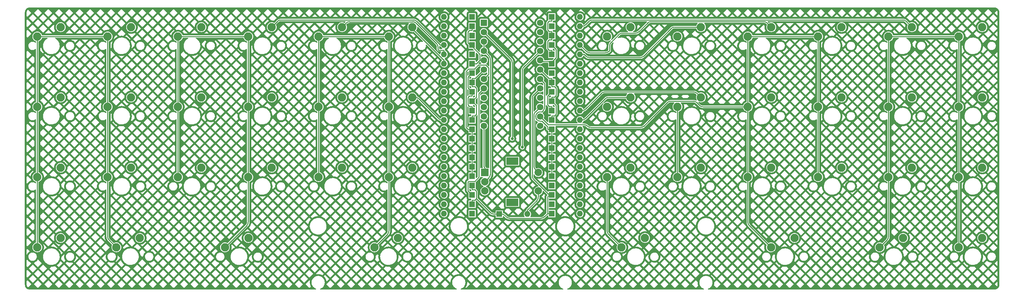
<source format=gbr>
%TF.GenerationSoftware,KiCad,Pcbnew,(6.0.7)*%
%TF.CreationDate,2022-10-27T18:43:27+02:00*%
%TF.ProjectId,skoosk,736b6f6f-736b-42e6-9b69-6361645f7063,rev?*%
%TF.SameCoordinates,Original*%
%TF.FileFunction,Copper,L2,Bot*%
%TF.FilePolarity,Positive*%
%FSLAX46Y46*%
G04 Gerber Fmt 4.6, Leading zero omitted, Abs format (unit mm)*
G04 Created by KiCad (PCBNEW (6.0.7)) date 2022-10-27 18:43:27*
%MOMM*%
%LPD*%
G01*
G04 APERTURE LIST*
%TA.AperFunction,ComponentPad*%
%ADD10R,1.600000X1.600000*%
%TD*%
%TA.AperFunction,ComponentPad*%
%ADD11O,1.600000X1.600000*%
%TD*%
%TA.AperFunction,ComponentPad*%
%ADD12C,2.250000*%
%TD*%
%TA.AperFunction,ComponentPad*%
%ADD13R,1.752600X1.752600*%
%TD*%
%TA.AperFunction,ComponentPad*%
%ADD14C,1.752600*%
%TD*%
%TA.AperFunction,ComponentPad*%
%ADD15R,2.000000X2.000000*%
%TD*%
%TA.AperFunction,ComponentPad*%
%ADD16C,2.000000*%
%TD*%
%TA.AperFunction,ComponentPad*%
%ADD17R,3.200000X2.000000*%
%TD*%
%TA.AperFunction,ViaPad*%
%ADD18C,0.800000*%
%TD*%
%TA.AperFunction,Conductor*%
%ADD19C,0.250000*%
%TD*%
G04 APERTURE END LIST*
D10*
%TO.P,D28,1,K*%
%TO.N,ROW4*%
X128270000Y-51689000D03*
D11*
%TO.P,D28,2,A*%
%TO.N,Net-(D28-Pad2)*%
X120650000Y-51689000D03*
%TD*%
D12*
%TO.P,MX30,1,COL*%
%TO.N,COL2*%
X105727500Y-57023000D03*
%TO.P,MX30,2,ROW*%
%TO.N,Net-(D30-Pad2)*%
X112077500Y-54483000D03*
%TD*%
D13*
%TO.P,U1,1,TX0/PD3*%
%TO.N,unconnected-(U1-Pad1)*%
X131445000Y-15194700D03*
D14*
%TO.P,U1,2,RX1/PD2*%
%TO.N,rgb pin*%
X131445000Y-17734700D03*
%TO.P,U1,3,GND*%
%TO.N,GND*%
X131445000Y-20274700D03*
%TO.P,U1,4,GND*%
X131445000Y-22814700D03*
%TO.P,U1,5,2/PD1*%
%TO.N,ROW1*%
X131445000Y-25354700D03*
%TO.P,U1,6,3/PD0*%
%TO.N,ROW3*%
X131445000Y-27894700D03*
%TO.P,U1,7,4/PD4*%
%TO.N,ROW4*%
X131445000Y-30434700D03*
%TO.P,U1,8,5/PC6*%
%TO.N,ROW7*%
X131445000Y-32974700D03*
%TO.P,U1,9,6/PD7*%
%TO.N,COL1*%
X131445000Y-35514700D03*
%TO.P,U1,10,7/PE6*%
%TO.N,COL3*%
X131445000Y-38054700D03*
%TO.P,U1,11,8/PB4*%
%TO.N,COL5*%
X131445000Y-40594700D03*
%TO.P,U1,12,9/PB5*%
%TO.N,rotary_a*%
X131445000Y-43134700D03*
%TO.P,U1,13,10/PB6*%
%TO.N,rotary_b*%
X146685000Y-43134700D03*
%TO.P,U1,14,16/PB2*%
%TO.N,COL4*%
X146685000Y-40594700D03*
%TO.P,U1,15,14/PB3*%
%TO.N,COL2*%
X146685000Y-38054700D03*
%TO.P,U1,16,15/PB1*%
%TO.N,COL0*%
X146685000Y-35514700D03*
%TO.P,U1,17,A0/PF7*%
%TO.N,ROW6*%
X146685000Y-32974700D03*
%TO.P,U1,18,A1/PF6*%
%TO.N,ROW4*%
X146685000Y-30434700D03*
%TO.P,U1,19,A2/PF5*%
%TO.N,ROW2*%
X146685000Y-27894700D03*
%TO.P,U1,20,A3/PF4*%
%TO.N,ROW0*%
X146685000Y-25354700D03*
%TO.P,U1,21,VCC*%
%TO.N,VCC*%
X146685000Y-22814700D03*
%TO.P,U1,22,RST*%
%TO.N,Net-(SW1-Pad2)*%
X146685000Y-20274700D03*
%TO.P,U1,23,GND*%
%TO.N,GND*%
X146685000Y-17734700D03*
%TO.P,U1,24,RAW*%
%TO.N,unconnected-(U1-Pad24)*%
X146685000Y-15194700D03*
%TD*%
D12*
%TO.P,MX16,1,COL*%
%TO.N,COL1*%
X67627500Y-37973000D03*
%TO.P,MX16,2,ROW*%
%TO.N,Net-(D16-Pad2)*%
X73977500Y-35433000D03*
%TD*%
D10*
%TO.P,D3,1,K*%
%TO.N,ROW0*%
X128270000Y-18669000D03*
D11*
%TO.P,D3,2,A*%
%TO.N,Net-(D3-Pad2)*%
X120650000Y-18669000D03*
%TD*%
D12*
%TO.P,MX14,1,COL*%
%TO.N,COL0*%
X29527500Y-37973000D03*
%TO.P,MX14,2,ROW*%
%TO.N,Net-(D14-Pad2)*%
X35877500Y-35433000D03*
%TD*%
%TO.P,MX44,1,COL*%
%TO.N,COL5*%
X260096000Y-76073000D03*
%TO.P,MX44,2,ROW*%
%TO.N,Net-(D44-Pad2)*%
X266446000Y-73533000D03*
%TD*%
%TO.P,MX28,1,COL*%
%TO.N,COL1*%
X67627500Y-57023000D03*
%TO.P,MX28,2,ROW*%
%TO.N,Net-(D28-Pad2)*%
X73977500Y-54483000D03*
%TD*%
D10*
%TO.P,D14,1,K*%
%TO.N,ROW3*%
X128270000Y-31369000D03*
D11*
%TO.P,D14,2,A*%
%TO.N,Net-(D14-Pad2)*%
X120650000Y-31369000D03*
%TD*%
D10*
%TO.P,D43,1,K*%
%TO.N,ROW6*%
X149860000Y-61849000D03*
D11*
%TO.P,D43,2,A*%
%TO.N,Net-(D43-Pad2)*%
X157480000Y-61849000D03*
%TD*%
D12*
%TO.P,MX41,1,COL*%
%TO.N,COL3*%
X168741100Y-76079000D03*
%TO.P,MX41,2,ROW*%
%TO.N,Net-(D41-Pad2)*%
X175091100Y-73539000D03*
%TD*%
D10*
%TO.P,D2,1,K*%
%TO.N,ROW1*%
X128270000Y-16129000D03*
D11*
%TO.P,D2,2,A*%
%TO.N,Net-(D2-Pad2)*%
X120650000Y-16129000D03*
%TD*%
D10*
%TO.P,D23,1,K*%
%TO.N,ROW2*%
X149860000Y-31369000D03*
D11*
%TO.P,D23,2,A*%
%TO.N,Net-(D23-Pad2)*%
X157480000Y-31369000D03*
%TD*%
D12*
%TO.P,MX35,1,COL*%
%TO.N,COL5*%
X241046000Y-57023000D03*
%TO.P,MX35,2,ROW*%
%TO.N,Net-(D35-Pad2)*%
X247396000Y-54483000D03*
%TD*%
%TO.P,MX24,1,COL*%
%TO.N,COL5*%
X260096000Y-37973000D03*
%TO.P,MX24,2,ROW*%
%TO.N,Net-(D24-Pad2)*%
X266446000Y-35433000D03*
%TD*%
%TO.P,MX43,1,COL*%
%TO.N,COL5*%
X238658400Y-76073000D03*
%TO.P,MX43,2,ROW*%
%TO.N,Net-(D43-Pad2)*%
X245008400Y-73533000D03*
%TD*%
D15*
%TO.P,SW2,A,A*%
%TO.N,rotary_a*%
X131692000Y-55793000D03*
D16*
%TO.P,SW2,B,B*%
%TO.N,rotary_b*%
X131692000Y-60793000D03*
%TO.P,SW2,C,C*%
%TO.N,GND*%
X131692000Y-58293000D03*
D17*
%TO.P,SW2,MP*%
%TO.N,N/C*%
X139192000Y-52693000D03*
X139192000Y-63893000D03*
D16*
%TO.P,SW2,S1,S1*%
%TO.N,Net-(D51-Pad2)*%
X146192000Y-60793000D03*
%TO.P,SW2,S2,S2*%
%TO.N,COL2*%
X146192000Y-55793000D03*
%TD*%
D10*
%TO.P,D6,1,K*%
%TO.N,ROW1*%
X128270000Y-26289000D03*
D11*
%TO.P,D6,2,A*%
%TO.N,Net-(D6-Pad2)*%
X120650000Y-26289000D03*
%TD*%
D12*
%TO.P,MX26,1,COL*%
%TO.N,COL0*%
X29527500Y-57023000D03*
%TO.P,MX26,2,ROW*%
%TO.N,Net-(D26-Pad2)*%
X35877500Y-54483000D03*
%TD*%
D10*
%TO.P,D34,1,K*%
%TO.N,ROW4*%
X149860000Y-49149000D03*
D11*
%TO.P,D34,2,A*%
%TO.N,Net-(D34-Pad2)*%
X157480000Y-49149000D03*
%TD*%
D12*
%TO.P,MX7,1,COL*%
%TO.N,COL3*%
X164846000Y-18923000D03*
%TO.P,MX7,2,ROW*%
%TO.N,Net-(D7-Pad2)*%
X171196000Y-16383000D03*
%TD*%
%TO.P,MX5,1,COL*%
%TO.N,COL2*%
X86677500Y-18923000D03*
%TO.P,MX5,2,ROW*%
%TO.N,Net-(D5-Pad2)*%
X93027500Y-16383000D03*
%TD*%
D10*
%TO.P,D5,1,K*%
%TO.N,ROW0*%
X128270000Y-23749000D03*
D11*
%TO.P,D5,2,A*%
%TO.N,Net-(D5-Pad2)*%
X120650000Y-23749000D03*
%TD*%
D12*
%TO.P,MX15,1,COL*%
%TO.N,COL1*%
X48577500Y-37973000D03*
%TO.P,MX15,2,ROW*%
%TO.N,Net-(D15-Pad2)*%
X54927500Y-35433000D03*
%TD*%
D10*
%TO.P,D40,1,K*%
%TO.N,ROW7*%
X128270000Y-66929000D03*
D11*
%TO.P,D40,2,A*%
%TO.N,Net-(D40-Pad2)*%
X120650000Y-66929000D03*
%TD*%
D10*
%TO.P,D4,1,K*%
%TO.N,ROW1*%
X128270000Y-21209000D03*
D11*
%TO.P,D4,2,A*%
%TO.N,Net-(D4-Pad2)*%
X120650000Y-21209000D03*
%TD*%
D10*
%TO.P,D24,1,K*%
%TO.N,ROW3*%
X149860000Y-28829000D03*
D11*
%TO.P,D24,2,A*%
%TO.N,Net-(D24-Pad2)*%
X157480000Y-28829000D03*
%TD*%
D12*
%TO.P,MX18,1,COL*%
%TO.N,COL2*%
X105727500Y-37973000D03*
%TO.P,MX18,2,ROW*%
%TO.N,Net-(D18-Pad2)*%
X112077500Y-35433000D03*
%TD*%
%TO.P,MX21,1,COL*%
%TO.N,COL4*%
X202946000Y-37973000D03*
%TO.P,MX21,2,ROW*%
%TO.N,Net-(D21-Pad2)*%
X209296000Y-35433000D03*
%TD*%
D10*
%TO.P,D39,1,K*%
%TO.N,ROW6*%
X128270000Y-64389000D03*
D11*
%TO.P,D39,2,A*%
%TO.N,Net-(D39-Pad2)*%
X120650000Y-64389000D03*
%TD*%
D12*
%TO.P,MX11,1,COL*%
%TO.N,COL5*%
X241046000Y-18923000D03*
%TO.P,MX11,2,ROW*%
%TO.N,Net-(D11-Pad2)*%
X247396000Y-16383000D03*
%TD*%
D10*
%TO.P,D27,1,K*%
%TO.N,ROW4*%
X128270000Y-49149000D03*
D11*
%TO.P,D27,2,A*%
%TO.N,Net-(D27-Pad2)*%
X120650000Y-49149000D03*
%TD*%
D10*
%TO.P,D30,1,K*%
%TO.N,ROW4*%
X128270000Y-56769000D03*
D11*
%TO.P,D30,2,A*%
%TO.N,Net-(D30-Pad2)*%
X120650000Y-56769000D03*
%TD*%
D10*
%TO.P,D22,1,K*%
%TO.N,ROW3*%
X149860000Y-33909000D03*
D11*
%TO.P,D22,2,A*%
%TO.N,Net-(D22-Pad2)*%
X157480000Y-33909000D03*
%TD*%
D10*
%TO.P,D18,1,K*%
%TO.N,ROW3*%
X128270000Y-41529000D03*
D11*
%TO.P,D18,2,A*%
%TO.N,Net-(D18-Pad2)*%
X120650000Y-41529000D03*
%TD*%
D12*
%TO.P,MX40,1,COL*%
%TO.N,COL2*%
X101803200Y-76073000D03*
%TO.P,MX40,2,ROW*%
%TO.N,Net-(D40-Pad2)*%
X108153200Y-73533000D03*
%TD*%
D10*
%TO.P,D21,1,K*%
%TO.N,ROW2*%
X149860000Y-36449000D03*
D11*
%TO.P,D21,2,A*%
%TO.N,Net-(D21-Pad2)*%
X157480000Y-36449000D03*
%TD*%
D10*
%TO.P,D36,1,K*%
%TO.N,ROW4*%
X149860000Y-44069000D03*
D11*
%TO.P,D36,2,A*%
%TO.N,Net-(D36-Pad2)*%
X157480000Y-44069000D03*
%TD*%
D12*
%TO.P,MX10,1,COL*%
%TO.N,COL4*%
X221996000Y-18923000D03*
%TO.P,MX10,2,ROW*%
%TO.N,Net-(D10-Pad2)*%
X228346000Y-16383000D03*
%TD*%
D10*
%TO.P,D31,1,K*%
%TO.N,ROW4*%
X149860000Y-56769000D03*
D11*
%TO.P,D31,2,A*%
%TO.N,Net-(D31-Pad2)*%
X157480000Y-56769000D03*
%TD*%
D10*
%TO.P,D32,1,K*%
%TO.N,ROW4*%
X149860000Y-54229000D03*
D11*
%TO.P,D32,2,A*%
%TO.N,Net-(D32-Pad2)*%
X157480000Y-54229000D03*
%TD*%
D12*
%TO.P,MX4,1,COL*%
%TO.N,COL1*%
X67627500Y-18923000D03*
%TO.P,MX4,2,ROW*%
%TO.N,Net-(D4-Pad2)*%
X73977500Y-16383000D03*
%TD*%
%TO.P,MX32,1,COL*%
%TO.N,COL3*%
X183896000Y-57023000D03*
%TO.P,MX32,2,ROW*%
%TO.N,Net-(D32-Pad2)*%
X190246000Y-54483000D03*
%TD*%
%TO.P,MX22,1,COL*%
%TO.N,COL4*%
X221996000Y-37973000D03*
%TO.P,MX22,2,ROW*%
%TO.N,Net-(D22-Pad2)*%
X228346000Y-35433000D03*
%TD*%
D10*
%TO.P,D35,1,K*%
%TO.N,ROW4*%
X149860000Y-46609000D03*
D11*
%TO.P,D35,2,A*%
%TO.N,Net-(D35-Pad2)*%
X157480000Y-46609000D03*
%TD*%
D10*
%TO.P,D12,1,K*%
%TO.N,ROW1*%
X149860000Y-13589000D03*
D11*
%TO.P,D12,2,A*%
%TO.N,Net-(D12-Pad2)*%
X157480000Y-13589000D03*
%TD*%
D12*
%TO.P,MX27,1,COL*%
%TO.N,COL1*%
X48577500Y-57023000D03*
%TO.P,MX27,2,ROW*%
%TO.N,Net-(D27-Pad2)*%
X54927500Y-54483000D03*
%TD*%
%TO.P,MX36,1,COL*%
%TO.N,COL5*%
X260096000Y-57023000D03*
%TO.P,MX36,2,ROW*%
%TO.N,Net-(D36-Pad2)*%
X266446000Y-54483000D03*
%TD*%
D10*
%TO.P,D9,1,K*%
%TO.N,ROW0*%
X149860000Y-21209000D03*
D11*
%TO.P,D9,2,A*%
%TO.N,Net-(D9-Pad2)*%
X157480000Y-21209000D03*
%TD*%
D12*
%TO.P,MX20,1,COL*%
%TO.N,COL3*%
X183896000Y-37973000D03*
%TO.P,MX20,2,ROW*%
%TO.N,Net-(D20-Pad2)*%
X190246000Y-35433000D03*
%TD*%
D10*
%TO.P,D15,1,K*%
%TO.N,ROW2*%
X128270000Y-33909000D03*
D11*
%TO.P,D15,2,A*%
%TO.N,Net-(D15-Pad2)*%
X120650000Y-33909000D03*
%TD*%
D10*
%TO.P,D51,1,K*%
%TO.N,ROW6*%
X135636000Y-67056000D03*
D11*
%TO.P,D51,2,A*%
%TO.N,Net-(D51-Pad2)*%
X143256000Y-67056000D03*
%TD*%
D10*
%TO.P,D7,1,K*%
%TO.N,ROW0*%
X149860000Y-26289000D03*
D11*
%TO.P,D7,2,A*%
%TO.N,Net-(D7-Pad2)*%
X157480000Y-26289000D03*
%TD*%
D12*
%TO.P,MX25,1,COL*%
%TO.N,COL0*%
X10477500Y-57023000D03*
%TO.P,MX25,2,ROW*%
%TO.N,Net-(D25-Pad2)*%
X16827500Y-54483000D03*
%TD*%
D10*
%TO.P,D33,1,K*%
%TO.N,ROW4*%
X149860000Y-51689000D03*
D11*
%TO.P,D33,2,A*%
%TO.N,Net-(D33-Pad2)*%
X157480000Y-51689000D03*
%TD*%
D10*
%TO.P,D17,1,K*%
%TO.N,ROW2*%
X128270000Y-38989000D03*
D11*
%TO.P,D17,2,A*%
%TO.N,Net-(D17-Pad2)*%
X120650000Y-38989000D03*
%TD*%
D10*
%TO.P,D16,1,K*%
%TO.N,ROW3*%
X128270000Y-36449000D03*
D11*
%TO.P,D16,2,A*%
%TO.N,Net-(D16-Pad2)*%
X120650000Y-36449000D03*
%TD*%
D12*
%TO.P,MX42,1,COL*%
%TO.N,COL4*%
X209219800Y-76073000D03*
%TO.P,MX42,2,ROW*%
%TO.N,Net-(D42-Pad2)*%
X215569800Y-73533000D03*
%TD*%
%TO.P,MX33,1,COL*%
%TO.N,COL4*%
X202946000Y-57023000D03*
%TO.P,MX33,2,ROW*%
%TO.N,Net-(D33-Pad2)*%
X209296000Y-54483000D03*
%TD*%
%TO.P,MX38,1,COL*%
%TO.N,COL0*%
X31902400Y-76073000D03*
%TO.P,MX38,2,ROW*%
%TO.N,Net-(D38-Pad2)*%
X38252400Y-73533000D03*
%TD*%
%TO.P,MX13,1,COL*%
%TO.N,COL0*%
X10477500Y-37973000D03*
%TO.P,MX13,2,ROW*%
%TO.N,Net-(D13-Pad2)*%
X16827500Y-35433000D03*
%TD*%
D10*
%TO.P,D42,1,K*%
%TO.N,ROW7*%
X149860000Y-64389000D03*
D11*
%TO.P,D42,2,A*%
%TO.N,Net-(D42-Pad2)*%
X157480000Y-64389000D03*
%TD*%
D12*
%TO.P,MX6,1,COL*%
%TO.N,COL2*%
X105727500Y-18923000D03*
%TO.P,MX6,2,ROW*%
%TO.N,Net-(D6-Pad2)*%
X112077500Y-16383000D03*
%TD*%
%TO.P,MX3,1,COL*%
%TO.N,COL1*%
X48577500Y-18923000D03*
%TO.P,MX3,2,ROW*%
%TO.N,Net-(D3-Pad2)*%
X54927500Y-16383000D03*
%TD*%
%TO.P,MX2,1,COL*%
%TO.N,COL0*%
X29527500Y-18923000D03*
%TO.P,MX2,2,ROW*%
%TO.N,Net-(D2-Pad2)*%
X35877500Y-16383000D03*
%TD*%
%TO.P,MX17,1,COL*%
%TO.N,COL2*%
X86677500Y-37973000D03*
%TO.P,MX17,2,ROW*%
%TO.N,Net-(D17-Pad2)*%
X93027500Y-35433000D03*
%TD*%
D10*
%TO.P,D11,1,K*%
%TO.N,ROW0*%
X149860000Y-16129000D03*
D11*
%TO.P,D11,2,A*%
%TO.N,Net-(D11-Pad2)*%
X157480000Y-16129000D03*
%TD*%
D12*
%TO.P,MX1,1,COL*%
%TO.N,COL0*%
X10477500Y-18923000D03*
%TO.P,MX1,2,ROW*%
%TO.N,Net-(D1-Pad2)*%
X16827500Y-16383000D03*
%TD*%
D10*
%TO.P,D25,1,K*%
%TO.N,ROW4*%
X128270000Y-44069000D03*
D11*
%TO.P,D25,2,A*%
%TO.N,Net-(D25-Pad2)*%
X120650000Y-44069000D03*
%TD*%
D12*
%TO.P,MX37,1,COL*%
%TO.N,COL0*%
X10477500Y-76073000D03*
%TO.P,MX37,2,ROW*%
%TO.N,Net-(D37-Pad2)*%
X16827500Y-73533000D03*
%TD*%
%TO.P,MX39,1,COL*%
%TO.N,COL1*%
X61315600Y-76073000D03*
%TO.P,MX39,2,ROW*%
%TO.N,Net-(D39-Pad2)*%
X67665600Y-73533000D03*
%TD*%
D10*
%TO.P,D19,1,K*%
%TO.N,ROW2*%
X149860000Y-41529000D03*
D11*
%TO.P,D19,2,A*%
%TO.N,Net-(D19-Pad2)*%
X157480000Y-41529000D03*
%TD*%
D10*
%TO.P,D8,1,K*%
%TO.N,ROW1*%
X149860000Y-23749000D03*
D11*
%TO.P,D8,2,A*%
%TO.N,Net-(D8-Pad2)*%
X157480000Y-23749000D03*
%TD*%
D12*
%TO.P,MX23,1,COL*%
%TO.N,COL5*%
X241046000Y-37973000D03*
%TO.P,MX23,2,ROW*%
%TO.N,Net-(D23-Pad2)*%
X247396000Y-35433000D03*
%TD*%
D10*
%TO.P,D44,1,K*%
%TO.N,ROW7*%
X149860000Y-59309000D03*
D11*
%TO.P,D44,2,A*%
%TO.N,Net-(D44-Pad2)*%
X157480000Y-59309000D03*
%TD*%
D12*
%TO.P,MX9,1,COL*%
%TO.N,COL4*%
X202946000Y-18923000D03*
%TO.P,MX9,2,ROW*%
%TO.N,Net-(D9-Pad2)*%
X209296000Y-16383000D03*
%TD*%
D10*
%TO.P,D20,1,K*%
%TO.N,ROW3*%
X149860000Y-38989000D03*
D11*
%TO.P,D20,2,A*%
%TO.N,Net-(D20-Pad2)*%
X157480000Y-38989000D03*
%TD*%
D12*
%TO.P,MX34,1,COL*%
%TO.N,COL4*%
X221996000Y-57023000D03*
%TO.P,MX34,2,ROW*%
%TO.N,Net-(D34-Pad2)*%
X228346000Y-54483000D03*
%TD*%
D10*
%TO.P,D26,1,K*%
%TO.N,ROW4*%
X128270000Y-46609000D03*
D11*
%TO.P,D26,2,A*%
%TO.N,Net-(D26-Pad2)*%
X120650000Y-46609000D03*
%TD*%
D10*
%TO.P,D1,1,K*%
%TO.N,ROW0*%
X128270000Y-13589000D03*
D11*
%TO.P,D1,2,A*%
%TO.N,Net-(D1-Pad2)*%
X120650000Y-13589000D03*
%TD*%
D10*
%TO.P,D13,1,K*%
%TO.N,ROW2*%
X128270000Y-28829000D03*
D11*
%TO.P,D13,2,A*%
%TO.N,Net-(D13-Pad2)*%
X120650000Y-28829000D03*
%TD*%
D12*
%TO.P,MX19,1,COL*%
%TO.N,COL3*%
X164846000Y-37973000D03*
%TO.P,MX19,2,ROW*%
%TO.N,Net-(D19-Pad2)*%
X171196000Y-35433000D03*
%TD*%
D10*
%TO.P,D29,1,K*%
%TO.N,ROW4*%
X128270000Y-54229000D03*
D11*
%TO.P,D29,2,A*%
%TO.N,Net-(D29-Pad2)*%
X120650000Y-54229000D03*
%TD*%
D12*
%TO.P,MX12,1,COL*%
%TO.N,COL5*%
X260096000Y-18923000D03*
%TO.P,MX12,2,ROW*%
%TO.N,Net-(D12-Pad2)*%
X266446000Y-16383000D03*
%TD*%
D10*
%TO.P,D10,1,K*%
%TO.N,ROW1*%
X149860000Y-18669000D03*
D11*
%TO.P,D10,2,A*%
%TO.N,Net-(D10-Pad2)*%
X157480000Y-18669000D03*
%TD*%
D10*
%TO.P,D41,1,K*%
%TO.N,ROW6*%
X149860000Y-66929000D03*
D11*
%TO.P,D41,2,A*%
%TO.N,Net-(D41-Pad2)*%
X157480000Y-66929000D03*
%TD*%
D12*
%TO.P,MX31,1,COL*%
%TO.N,COL3*%
X164846000Y-57023000D03*
%TO.P,MX31,2,ROW*%
%TO.N,Net-(D31-Pad2)*%
X171196000Y-54483000D03*
%TD*%
D10*
%TO.P,D37,1,K*%
%TO.N,ROW6*%
X128270000Y-59309000D03*
D11*
%TO.P,D37,2,A*%
%TO.N,Net-(D37-Pad2)*%
X120650000Y-59309000D03*
%TD*%
D12*
%TO.P,MX29,1,COL*%
%TO.N,COL2*%
X86677500Y-57023000D03*
%TO.P,MX29,2,ROW*%
%TO.N,Net-(D29-Pad2)*%
X93027500Y-54483000D03*
%TD*%
%TO.P,MX8,1,COL*%
%TO.N,COL3*%
X183896000Y-18923000D03*
%TO.P,MX8,2,ROW*%
%TO.N,Net-(D8-Pad2)*%
X190246000Y-16383000D03*
%TD*%
D10*
%TO.P,D38,1,K*%
%TO.N,ROW7*%
X128270000Y-61849000D03*
D11*
%TO.P,D38,2,A*%
%TO.N,Net-(D38-Pad2)*%
X120650000Y-61849000D03*
%TD*%
D18*
%TO.N,VCC*%
X141859000Y-48940600D03*
%TO.N,rgb pin*%
X139109800Y-46605600D03*
%TD*%
D19*
%TO.N,COL0*%
X10477500Y-57023000D02*
X10477500Y-37973000D01*
X10477500Y-76073000D02*
X10477500Y-57023000D01*
X29527500Y-18923000D02*
X29527500Y-37973000D01*
X10477500Y-18923000D02*
X29527500Y-18923000D01*
X29527500Y-57023000D02*
X29527500Y-37973000D01*
X29527500Y-57023000D02*
X29527500Y-73172049D01*
X10477500Y-18923000D02*
X10477500Y-37973000D01*
X29899475Y-74070075D02*
X31902400Y-76073000D01*
X29899499Y-74070051D02*
G75*
G02*
X29527500Y-73172049I898001J898051D01*
G01*
%TO.N,ROW0*%
X149860000Y-25726400D02*
X147056700Y-25726400D01*
X151026500Y-24707900D02*
X150008000Y-25726400D01*
X150008000Y-25726400D02*
X149860000Y-25726400D01*
X151026500Y-22375500D02*
X151026500Y-24707900D01*
X149860000Y-26289000D02*
X149860000Y-25726400D01*
X147056700Y-25726400D02*
X146685000Y-25354700D01*
X149860000Y-21209000D02*
X151026500Y-22375500D01*
%TO.N,COL1*%
X67627500Y-37973000D02*
X67627500Y-18923000D01*
X48577500Y-18923000D02*
X67627500Y-18923000D01*
X48577500Y-57023000D02*
X48577500Y-37973000D01*
X67627500Y-37973000D02*
X67627500Y-57023000D01*
X67627500Y-69235049D02*
X67627500Y-57023000D01*
X61315600Y-76073000D02*
X67255526Y-70133074D01*
X48577500Y-18923000D02*
X48577500Y-37973000D01*
X67627534Y-69235049D02*
G75*
G02*
X67255526Y-70133074I-1270034J49D01*
G01*
%TO.N,ROW1*%
X127144900Y-20629200D02*
X128270000Y-21754300D01*
X149860000Y-17543900D02*
X149156800Y-17543900D01*
X130329400Y-25354700D02*
X129395100Y-26289000D01*
X149860000Y-23749000D02*
X149860000Y-22623900D01*
X149156800Y-22623900D02*
X148734900Y-22202000D01*
X128270000Y-21754300D02*
X128361000Y-21754300D01*
X148734900Y-17122000D02*
X148734900Y-15136000D01*
X128270000Y-26289000D02*
X129395100Y-26289000D01*
X149860000Y-18669000D02*
X149860000Y-19794100D01*
X128270000Y-16129000D02*
X128270000Y-17254100D01*
X128270000Y-21209000D02*
X128270000Y-21754300D01*
X148734900Y-20216000D02*
X149156800Y-19794100D01*
X149860000Y-18669000D02*
X149860000Y-17543900D01*
X127144900Y-17676000D02*
X127144900Y-20629200D01*
X148734900Y-22202000D02*
X148734900Y-20216000D01*
X148734900Y-15136000D02*
X149156800Y-14714100D01*
X149156800Y-19794100D02*
X149860000Y-19794100D01*
X149860000Y-13589000D02*
X149860000Y-14714100D01*
X149860000Y-22623900D02*
X149156800Y-22623900D01*
X130329400Y-23722700D02*
X130329400Y-25354700D01*
X128270000Y-17254100D02*
X127566800Y-17254100D01*
X149156800Y-14714100D02*
X149860000Y-14714100D01*
X131445000Y-25354700D02*
X130329400Y-25354700D01*
X149156800Y-17543900D02*
X148734900Y-17122000D01*
X128361000Y-21754300D02*
X130329400Y-23722700D01*
X127566800Y-17254100D02*
X127144900Y-17676000D01*
%TO.N,COL2*%
X86677500Y-37973000D02*
X86677500Y-18923000D01*
X146192000Y-55793000D02*
X145381274Y-54982274D01*
X86677500Y-18923000D02*
X105727500Y-18923000D01*
X86677500Y-57023000D02*
X86677500Y-37973000D01*
X145009300Y-54084249D02*
X145009300Y-40256451D01*
X105727500Y-57023000D02*
X105727500Y-71622649D01*
X105727500Y-37973000D02*
X105727500Y-57023000D01*
X105727500Y-18923000D02*
X105727500Y-37973000D01*
X145381275Y-39358425D02*
X146685000Y-38054700D01*
X105355525Y-72520675D02*
X101803200Y-76073000D01*
X105355501Y-72520651D02*
G75*
G03*
X105727500Y-71622649I-898001J898051D01*
G01*
X145009266Y-54084249D02*
G75*
G03*
X145381274Y-54982274I1270034J49D01*
G01*
X145381299Y-39358449D02*
G75*
G03*
X145009300Y-40256451I898001J-898051D01*
G01*
%TO.N,Net-(D4-Pad2)*%
X120650000Y-21209000D02*
X119524900Y-21209000D01*
X119524900Y-21092400D02*
X119524900Y-21209000D01*
X113241975Y-14809475D02*
X119524900Y-21092400D01*
X76449051Y-14437500D02*
X112343949Y-14437500D01*
X73977500Y-16383000D02*
X75551026Y-14809474D01*
X76449051Y-14437466D02*
G75*
G03*
X75551026Y-14809474I49J-1270034D01*
G01*
X112343949Y-14437466D02*
G75*
G02*
X113241975Y-14809475I-49J-1270034D01*
G01*
%TO.N,COL3*%
X165217975Y-72555875D02*
X168741100Y-76079000D01*
X183896000Y-37973000D02*
X183896000Y-57023000D01*
X164846000Y-57023000D02*
X164846000Y-71657849D01*
X164845966Y-71657849D02*
G75*
G03*
X165217975Y-72555875I1270034J49D01*
G01*
%TO.N,Net-(D5-Pad2)*%
X119024400Y-21765151D02*
X119024400Y-22453600D01*
X93027500Y-16383000D02*
X94121425Y-15289075D01*
X120650000Y-22623900D02*
X120650000Y-23749000D01*
X95019451Y-14917100D02*
X112176349Y-14917100D01*
X113074374Y-15289074D02*
X118652426Y-20867126D01*
X119194700Y-22623900D02*
X120650000Y-22623900D01*
X119024400Y-22453600D02*
X119194700Y-22623900D01*
X113074350Y-15289098D02*
G75*
G03*
X112176349Y-14917100I-898050J-898002D01*
G01*
X95019451Y-14917066D02*
G75*
G03*
X94121425Y-15289075I49J-1270034D01*
G01*
X119024434Y-21765151D02*
G75*
G03*
X118652426Y-20867126I-1270034J-49D01*
G01*
%TO.N,Net-(D6-Pad2)*%
X112077500Y-16383000D02*
X112077500Y-16824600D01*
X120650000Y-26289000D02*
X120650000Y-25163900D01*
X112077500Y-16824600D02*
X120416800Y-25163900D01*
X120416800Y-25163900D02*
X120650000Y-25163900D01*
%TO.N,COL4*%
X176096450Y-41886350D02*
X176099950Y-41886350D01*
X160393651Y-43586400D02*
X173870349Y-43586400D01*
X202946000Y-57023000D02*
X202946000Y-69273149D01*
X189102774Y-36829774D02*
X189874025Y-37601025D01*
X174768375Y-43214425D02*
X176096450Y-41886350D01*
X159485375Y-43204175D02*
X159495626Y-43214426D01*
X176099950Y-41886350D02*
X181156525Y-36829775D01*
X146685000Y-40594700D02*
X148922500Y-42832200D01*
X221996000Y-18923000D02*
X221996000Y-37973000D01*
X203317975Y-70171175D02*
X209219800Y-76073000D01*
X221996000Y-37973000D02*
X221996000Y-57023000D01*
X202946000Y-18923000D02*
X202946000Y-37973000D01*
X182054551Y-36457800D02*
X188204749Y-36457800D01*
X202946000Y-37973000D02*
X202946000Y-57023000D01*
X190772051Y-37973000D02*
X202946000Y-37973000D01*
X202946000Y-18923000D02*
X221996000Y-18923000D01*
X148922500Y-42832200D02*
X158587349Y-42832200D01*
X190772051Y-37973034D02*
G75*
G02*
X189874025Y-37601025I49J1270034D01*
G01*
X182054551Y-36457766D02*
G75*
G03*
X181156525Y-36829775I49J-1270034D01*
G01*
X173870349Y-43586434D02*
G75*
G03*
X174768375Y-43214425I-49J1270034D01*
G01*
X159485351Y-43204199D02*
G75*
G03*
X158587349Y-42832200I-898051J-898001D01*
G01*
X189102750Y-36829798D02*
G75*
G03*
X188204749Y-36457800I-898050J-898002D01*
G01*
X203317999Y-70171151D02*
G75*
G02*
X202946000Y-69273149I898001J898051D01*
G01*
X160393651Y-43586434D02*
G75*
G02*
X159495626Y-43214426I49J1270034D01*
G01*
%TO.N,Net-(D8-Pad2)*%
X173772249Y-24638000D02*
X160020151Y-24638000D01*
X159122125Y-24266025D02*
X158605100Y-23749000D01*
X190246000Y-16383000D02*
X183079351Y-16383000D01*
X182181325Y-16754975D02*
X174670274Y-24266026D01*
X158605100Y-23749000D02*
X157480000Y-23749000D01*
X159122149Y-24266001D02*
G75*
G03*
X160020151Y-24638000I898051J898001D01*
G01*
X174670250Y-24266002D02*
G75*
G02*
X173772249Y-24638000I-898050J898002D01*
G01*
X182181349Y-16754999D02*
G75*
G02*
X183079351Y-16383000I898051J-898001D01*
G01*
%TO.N,COL5*%
X241046000Y-18923000D02*
X260096000Y-18923000D01*
X260096000Y-57023000D02*
X260096000Y-76073000D01*
X241046000Y-73159349D02*
X241046000Y-57023000D01*
X260096000Y-18923000D02*
X260096000Y-37973000D01*
X260096000Y-37973000D02*
X260096000Y-57023000D01*
X238658400Y-76073000D02*
X240674026Y-74057374D01*
X241046000Y-37973000D02*
X241046000Y-57023000D01*
X241046000Y-18923000D02*
X241046000Y-37973000D01*
X241046034Y-73159349D02*
G75*
G02*
X240674026Y-74057374I-1270034J49D01*
G01*
%TO.N,Net-(D9-Pad2)*%
X175786725Y-15263275D02*
X173377474Y-17672526D01*
X172479449Y-18044500D02*
X168868551Y-18044500D01*
X165506400Y-21455651D02*
X165506400Y-22758400D01*
X209296000Y-16383000D02*
X208176274Y-15263274D01*
X167970525Y-18465475D02*
X165878374Y-20557626D01*
X164421549Y-23317200D02*
X160114251Y-23317200D01*
X159216225Y-22945225D02*
X157480000Y-21209000D01*
X167970525Y-18416475D02*
X167970525Y-18465475D01*
X165506400Y-22758400D02*
X165319574Y-22945226D01*
X207278249Y-14891300D02*
X176684751Y-14891300D01*
X172479449Y-18044534D02*
G75*
G03*
X173377474Y-17672526I-49J1270034D01*
G01*
X175786749Y-15263299D02*
G75*
G02*
X176684751Y-14891300I898051J-898001D01*
G01*
X165319550Y-22945202D02*
G75*
G02*
X164421549Y-23317200I-898050J898002D01*
G01*
X207278249Y-14891266D02*
G75*
G02*
X208176274Y-15263274I-49J-1270034D01*
G01*
X167970549Y-18416499D02*
G75*
G02*
X168868551Y-18044500I898051J-898001D01*
G01*
X159216249Y-22945201D02*
G75*
G03*
X160114251Y-23317200I898051J898001D01*
G01*
X165506366Y-21455651D02*
G75*
G02*
X165878374Y-20557626I1270034J-49D01*
G01*
%TO.N,Net-(D11-Pad2)*%
X160826251Y-14433900D02*
X244920849Y-14433900D01*
X245818875Y-14805875D02*
X247396000Y-16383000D01*
X157480000Y-16129000D02*
X158079049Y-16129000D01*
X158977075Y-15757025D02*
X159928226Y-14805874D01*
X158977051Y-15757001D02*
G75*
G02*
X158079049Y-16129000I-898051J898001D01*
G01*
X244920849Y-14433866D02*
G75*
G02*
X245818875Y-14805875I-49J-1270034D01*
G01*
X160826251Y-14433866D02*
G75*
G03*
X159928226Y-14805874I49J-1270034D01*
G01*
%TO.N,Net-(D18-Pad2)*%
X119152925Y-41157025D02*
X113800874Y-35804974D01*
X112902849Y-35433000D02*
X112077500Y-35433000D01*
X120650000Y-41529000D02*
X120050951Y-41529000D01*
X120050951Y-41529034D02*
G75*
G02*
X119152925Y-41157025I49J1270034D01*
G01*
X112902849Y-35432966D02*
G75*
G02*
X113800874Y-35804974I-49J-1270034D01*
G01*
%TO.N,Net-(D19-Pad2)*%
X165227151Y-35433000D02*
X171196000Y-35433000D01*
X157480000Y-41529000D02*
X158079049Y-41529000D01*
X158977075Y-41157025D02*
X164329126Y-35804974D01*
X165227151Y-35432966D02*
G75*
G03*
X164329126Y-35804974I49J-1270034D01*
G01*
X158079049Y-41529034D02*
G75*
G03*
X158977075Y-41157025I-49J1270034D01*
G01*
%TO.N,Net-(D20-Pad2)*%
X164158151Y-33962000D02*
X188248949Y-33962000D01*
X158977075Y-38617025D02*
X163260126Y-34333974D01*
X157480000Y-38989000D02*
X158079049Y-38989000D01*
X189146975Y-34333975D02*
X190246000Y-35433000D01*
X163260150Y-34333998D02*
G75*
G02*
X164158151Y-33962000I898050J-898002D01*
G01*
X189146951Y-34333999D02*
G75*
G03*
X188248949Y-33962000I-898051J-898001D01*
G01*
X158977051Y-38617001D02*
G75*
G02*
X158079049Y-38989000I-898051J898001D01*
G01*
%TO.N,ROW2*%
X128270000Y-38989000D02*
X128270000Y-37863900D01*
X127144800Y-32783800D02*
X128270000Y-33909000D01*
X127566800Y-37863900D02*
X127144900Y-37442000D01*
X149860000Y-36449000D02*
X149860000Y-35323900D01*
X149860000Y-40403900D02*
X150563200Y-40403900D01*
X150563200Y-35323900D02*
X149860000Y-35323900D01*
X127144900Y-37442000D02*
X127144900Y-35456000D01*
X150563200Y-32494100D02*
X150985100Y-32916000D01*
X127144900Y-35456000D02*
X127566800Y-35034100D01*
X149860000Y-31369000D02*
X149860000Y-30243900D01*
X149860000Y-32494100D02*
X150563200Y-32494100D01*
X149860000Y-41529000D02*
X149860000Y-40403900D01*
X127566800Y-35034100D02*
X128270000Y-35034100D01*
X127144800Y-29954200D02*
X127144800Y-32783800D01*
X146685000Y-27894700D02*
X149034200Y-30243900D01*
X150985100Y-34902000D02*
X150563200Y-35323900D01*
X150563200Y-40403900D02*
X150985200Y-39981900D01*
X150985200Y-39981900D02*
X150985200Y-37574200D01*
X149034200Y-30243900D02*
X149860000Y-30243900D01*
X128270000Y-28829000D02*
X127144800Y-29954200D01*
X128270000Y-37863900D02*
X127566800Y-37863900D01*
X150985200Y-37574200D02*
X149860000Y-36449000D01*
X149860000Y-31369000D02*
X149860000Y-32494100D01*
X150985100Y-32916000D02*
X150985100Y-34902000D01*
X128270000Y-33909000D02*
X128270000Y-35034100D01*
%TO.N,ROW3*%
X148734800Y-37441900D02*
X148734800Y-35034200D01*
X129095800Y-30243900D02*
X131445000Y-27894700D01*
X128973200Y-32494100D02*
X128270000Y-32494100D01*
X129395100Y-32916000D02*
X128973200Y-32494100D01*
X128270000Y-41529000D02*
X128270000Y-40403900D01*
X128270000Y-31369000D02*
X128270000Y-32494100D01*
X149156800Y-37863900D02*
X148734800Y-37441900D01*
X129395100Y-35323900D02*
X129395100Y-32916000D01*
X128270000Y-36449000D02*
X129395100Y-35323900D01*
X128270000Y-30243900D02*
X129095800Y-30243900D01*
X128973200Y-40403900D02*
X128270000Y-40403900D01*
X149860000Y-38989000D02*
X149860000Y-37863900D01*
X129395100Y-37574100D02*
X129395100Y-39982000D01*
X148734800Y-35034200D02*
X149860000Y-33909000D01*
X129395100Y-39982000D02*
X128973200Y-40403900D01*
X128270000Y-36449000D02*
X129395100Y-37574100D01*
X128270000Y-31369000D02*
X128270000Y-30243900D01*
X149860000Y-37863900D02*
X149156800Y-37863900D01*
%TO.N,ROW4*%
X128270000Y-56769000D02*
X128270000Y-54229000D01*
X129949200Y-26679900D02*
X131944800Y-26679900D01*
X149860000Y-44069000D02*
X148734900Y-44069000D01*
X145459500Y-40643751D02*
X145459500Y-41145200D01*
X126636700Y-43560800D02*
X126636700Y-28366300D01*
X147886500Y-31636200D02*
X147886500Y-38088949D01*
X146685000Y-30434700D02*
X147886500Y-31636200D01*
X126636700Y-28366300D02*
X127299200Y-27703800D01*
X145880525Y-39696675D02*
X145831474Y-39745726D01*
X132678700Y-27413800D02*
X132678700Y-29201000D01*
X149860000Y-46609000D02*
X149860000Y-44069000D01*
X128270000Y-44069000D02*
X127144900Y-44069000D01*
X148734900Y-43437500D02*
X148734900Y-44069000D01*
X128270000Y-49149000D02*
X128270000Y-46609000D01*
X128270000Y-51689000D02*
X128270000Y-49149000D01*
X147514525Y-38986975D02*
X147176800Y-39324700D01*
X131944800Y-26679900D02*
X132678700Y-27413800D01*
X128270000Y-46609000D02*
X128270000Y-44069000D01*
X149860000Y-46609000D02*
X149860000Y-49149000D01*
X127144900Y-44069000D02*
X126636700Y-43560800D01*
X147162100Y-41864700D02*
X148734900Y-43437500D01*
X149860000Y-51689000D02*
X149860000Y-49149000D01*
X145459500Y-41145200D02*
X145807026Y-41492726D01*
X128925300Y-27703800D02*
X129949200Y-26679900D01*
X147176800Y-39324700D02*
X146778551Y-39324700D01*
X132678700Y-29201000D02*
X131445000Y-30434700D01*
X149860000Y-54229000D02*
X149860000Y-51689000D01*
X149860000Y-54229000D02*
X149860000Y-56769000D01*
X127299200Y-27703800D02*
X128925300Y-27703800D01*
X128270000Y-54229000D02*
X128270000Y-51689000D01*
X146705051Y-41864700D02*
X147162100Y-41864700D01*
X146705051Y-41864734D02*
G75*
G02*
X145807026Y-41492726I49J1270034D01*
G01*
X145880549Y-39696699D02*
G75*
G02*
X146778551Y-39324700I898051J-898001D01*
G01*
X147514501Y-38986951D02*
G75*
G03*
X147886500Y-38088949I-898001J898051D01*
G01*
X145459466Y-40643751D02*
G75*
G02*
X145831474Y-39745726I1270034J-49D01*
G01*
%TO.N,Net-(D51-Pad2)*%
X143256000Y-65930900D02*
X145820026Y-63366874D01*
X146192000Y-62468849D02*
X146192000Y-60793000D01*
X143256000Y-67056000D02*
X143256000Y-65930900D01*
X145820002Y-63366850D02*
G75*
G03*
X146192000Y-62468849I-898002J898050D01*
G01*
%TO.N,ROW6*%
X148691000Y-66929000D02*
X148691000Y-62355800D01*
X134135151Y-67056000D02*
X135636000Y-67056000D01*
X144552700Y-56747449D02*
X144552700Y-35633051D01*
X128270000Y-60434100D02*
X128973200Y-60434100D01*
X146912849Y-68181100D02*
X138412251Y-68181100D01*
X128973200Y-60434100D02*
X129395100Y-60856000D01*
X137514225Y-67809125D02*
X137133074Y-67427974D01*
X144924675Y-34735025D02*
X146685000Y-32974700D01*
X129395100Y-60856000D02*
X129395100Y-62842000D01*
X129395100Y-62842000D02*
X128973200Y-63263900D01*
X128973200Y-63263900D02*
X128270000Y-63263900D01*
X148691000Y-66929000D02*
X147810874Y-67809126D01*
X149825200Y-61883800D02*
X149860000Y-61849000D01*
X129395100Y-62842000D02*
X133237126Y-66684026D01*
X148847500Y-66929000D02*
X148691000Y-66929000D01*
X128270000Y-59309000D02*
X128270000Y-60434100D01*
X149860000Y-66929000D02*
X148847500Y-66929000D01*
X128270000Y-64389000D02*
X128270000Y-63263900D01*
X148691000Y-62355800D02*
X149163000Y-61883800D01*
X135636000Y-67056000D02*
X136235049Y-67056000D01*
X149163000Y-61883800D02*
X149825200Y-61883800D01*
X149163000Y-61883800D02*
X144924674Y-57645474D01*
X147810850Y-67809102D02*
G75*
G02*
X146912849Y-68181100I-898050J898002D01*
G01*
X144924698Y-57645450D02*
G75*
G02*
X144552700Y-56747449I898002J898050D01*
G01*
X137514249Y-67809101D02*
G75*
G03*
X138412251Y-68181100I898051J898001D01*
G01*
X133237150Y-66684002D02*
G75*
G03*
X134135151Y-67056000I898050J898002D01*
G01*
X144924699Y-34735049D02*
G75*
G03*
X144552700Y-35633051I898001J-898051D01*
G01*
X136235049Y-67055966D02*
G75*
G02*
X137133074Y-67427974I-49J-1270034D01*
G01*
%TO.N,ROW7*%
X127144800Y-60723800D02*
X127144800Y-58310400D01*
X128270000Y-61849000D02*
X127144800Y-60723800D01*
X127271400Y-58183800D02*
X128997000Y-58183800D01*
X127144800Y-58310400D02*
X127271400Y-58183800D01*
X128997000Y-58183800D02*
X130106500Y-57074300D01*
X130106500Y-34313200D02*
X131445000Y-32974700D01*
X130106500Y-57074300D02*
X130106500Y-34313200D01*
%TO.N,GND*%
X131765928Y-58258338D02*
X132833854Y-57190412D01*
X131445000Y-22814700D02*
X131445000Y-20274700D01*
X132759925Y-24129625D02*
X131445000Y-22814700D01*
X133197600Y-56327049D02*
X133197600Y-25027651D01*
X132826415Y-57197833D02*
G75*
G03*
X133198398Y-56299817I-898015J898033D01*
G01*
X132827567Y-24209870D02*
G75*
G02*
X133199561Y-25107877I-897967J-898030D01*
G01*
%TO.N,rotary_a*%
X131692000Y-54467900D02*
X131445000Y-54220900D01*
X131445000Y-54220900D02*
X131445000Y-43134700D01*
X131692000Y-55793000D02*
X131692000Y-54467900D01*
%TO.N,VCC*%
X142230975Y-27268725D02*
X146685000Y-22814700D01*
X141859000Y-48940600D02*
X141859000Y-28166751D01*
X141858966Y-28166751D02*
G75*
G02*
X142230975Y-27268725I1270034J-49D01*
G01*
%TO.N,rgb pin*%
X139109800Y-25925551D02*
X139109800Y-46605600D01*
X131445000Y-17734700D02*
X138737826Y-25027526D01*
X138737802Y-25027550D02*
G75*
G02*
X139109800Y-25925551I-898002J-898050D01*
G01*
%TD*%
%TA.AperFunction,NonConductor*%
G36*
X150416105Y-22229502D02*
G01*
X150437079Y-22246405D01*
X150664095Y-22473421D01*
X150698121Y-22535733D01*
X150701000Y-22562516D01*
X150701000Y-22622500D01*
X150680998Y-22690621D01*
X150627342Y-22737114D01*
X150575000Y-22748500D01*
X150311500Y-22748500D01*
X150243379Y-22728498D01*
X150196886Y-22674842D01*
X150185500Y-22622500D01*
X150185500Y-22566506D01*
X150179378Y-22549686D01*
X150173695Y-22528476D01*
X150172502Y-22521710D01*
X150170588Y-22510855D01*
X150161640Y-22495356D01*
X150152361Y-22475457D01*
X150146240Y-22458640D01*
X150139154Y-22450195D01*
X150139153Y-22450193D01*
X150134735Y-22444928D01*
X150122143Y-22426945D01*
X150119274Y-22421976D01*
X150113194Y-22411445D01*
X150112445Y-22410817D01*
X150086464Y-22351449D01*
X150097683Y-22281344D01*
X150145022Y-22228434D01*
X150211451Y-22209500D01*
X150347984Y-22209500D01*
X150416105Y-22229502D01*
G37*
%TD.AperFunction*%
%TA.AperFunction,NonConductor*%
G36*
X119683552Y-21554502D02*
G01*
X119727496Y-21602904D01*
X119804944Y-21753601D01*
X119926818Y-21907369D01*
X119931511Y-21911363D01*
X119931512Y-21911364D01*
X120062169Y-22022561D01*
X120076238Y-22034535D01*
X120081616Y-22037541D01*
X120081618Y-22037542D01*
X120126118Y-22062412D01*
X120175824Y-22113105D01*
X120190232Y-22182625D01*
X120164769Y-22248898D01*
X120107517Y-22290883D01*
X120064648Y-22298400D01*
X119475900Y-22298400D01*
X119407779Y-22278398D01*
X119361286Y-22224742D01*
X119349900Y-22172400D01*
X119349900Y-21804638D01*
X119351814Y-21782762D01*
X119353007Y-21775996D01*
X119353007Y-21775995D01*
X119354921Y-21765138D01*
X119353006Y-21754281D01*
X119353006Y-21752658D01*
X119351981Y-21744155D01*
X119349069Y-21699757D01*
X119347035Y-21668745D01*
X119362536Y-21599463D01*
X119413034Y-21549558D01*
X119472765Y-21534500D01*
X119615431Y-21534500D01*
X119683552Y-21554502D01*
G37*
%TD.AperFunction*%
%TA.AperFunction,NonConductor*%
G36*
X113616096Y-16291576D02*
G01*
X113622679Y-16297705D01*
X118394333Y-21069359D01*
X118408449Y-21086180D01*
X118410735Y-21089444D01*
X118418719Y-21100846D01*
X118427748Y-21107168D01*
X118435545Y-21114964D01*
X118435289Y-21115220D01*
X118445505Y-21124501D01*
X118512087Y-21202454D01*
X118523709Y-21218449D01*
X118590792Y-21327912D01*
X118599768Y-21345528D01*
X118648900Y-21464133D01*
X118655010Y-21482936D01*
X118684984Y-21607765D01*
X118688078Y-21627293D01*
X118689498Y-21645329D01*
X118695675Y-21723767D01*
X118696115Y-21729361D01*
X118695447Y-21743284D01*
X118695792Y-21743284D01*
X118695792Y-21754310D01*
X118693879Y-21765164D01*
X118695793Y-21776016D01*
X118695793Y-21776020D01*
X118696985Y-21782776D01*
X118698900Y-21804660D01*
X118698900Y-22433890D01*
X118698420Y-22444872D01*
X118696788Y-22463529D01*
X118695136Y-22482407D01*
X118702759Y-22510855D01*
X118704891Y-22518810D01*
X118707270Y-22529542D01*
X118707671Y-22531818D01*
X118713812Y-22566645D01*
X118719323Y-22576190D01*
X118720515Y-22579466D01*
X118721992Y-22582634D01*
X118724846Y-22593284D01*
X118731170Y-22602315D01*
X118746455Y-22624144D01*
X118752361Y-22633415D01*
X118758963Y-22644849D01*
X118771206Y-22666055D01*
X118779651Y-22673141D01*
X118800082Y-22690285D01*
X118808185Y-22697711D01*
X118950589Y-22840115D01*
X118958016Y-22848219D01*
X118982245Y-22877094D01*
X118991794Y-22882607D01*
X119014885Y-22895939D01*
X119024156Y-22901845D01*
X119055016Y-22923454D01*
X119065666Y-22926308D01*
X119068834Y-22927785D01*
X119072110Y-22928977D01*
X119081655Y-22934488D01*
X119115399Y-22940438D01*
X119118758Y-22941030D01*
X119129485Y-22943408D01*
X119165893Y-22953164D01*
X119176869Y-22952204D01*
X119176872Y-22952204D01*
X119203443Y-22949879D01*
X119214424Y-22949400D01*
X119744621Y-22949400D01*
X119812742Y-22969402D01*
X119859235Y-23023058D01*
X119869339Y-23093332D01*
X119841142Y-23156392D01*
X119824439Y-23176297D01*
X119824436Y-23176301D01*
X119820480Y-23181016D01*
X119817516Y-23186408D01*
X119817513Y-23186412D01*
X119746446Y-23315683D01*
X119725956Y-23352954D01*
X119724095Y-23358821D01*
X119724094Y-23358823D01*
X119703995Y-23422182D01*
X119666628Y-23539978D01*
X119654573Y-23647456D01*
X119654116Y-23651529D01*
X119626645Y-23716996D01*
X119568142Y-23757219D01*
X119497180Y-23759427D01*
X119439806Y-23726580D01*
X116344377Y-20631150D01*
X113111701Y-17398474D01*
X113077675Y-17336162D01*
X113082740Y-17265347D01*
X113097583Y-17237108D01*
X113226644Y-17052790D01*
X113226645Y-17052788D01*
X113229801Y-17048281D01*
X113232124Y-17043299D01*
X113232127Y-17043294D01*
X113294843Y-16908799D01*
X113327820Y-16838079D01*
X113387849Y-16614050D01*
X113408063Y-16383000D01*
X113408684Y-16383054D01*
X113427586Y-16318679D01*
X113481242Y-16272186D01*
X113551516Y-16262082D01*
X113616096Y-16291576D01*
G37*
%TD.AperFunction*%
%TA.AperFunction,NonConductor*%
G36*
X130431895Y-25816697D02*
G01*
X130488731Y-25859244D01*
X130502287Y-25881997D01*
X130508469Y-25895406D01*
X130511802Y-25900122D01*
X130614283Y-26045130D01*
X130622687Y-26057022D01*
X130705965Y-26138147D01*
X130740801Y-26200008D01*
X130736664Y-26270883D01*
X130694865Y-26328271D01*
X130628675Y-26353951D01*
X130618042Y-26354400D01*
X130094216Y-26354400D01*
X130026095Y-26334398D01*
X129979602Y-26280742D01*
X129969498Y-26210468D01*
X129998992Y-26145888D01*
X130005121Y-26139305D01*
X130298768Y-25845658D01*
X130361080Y-25811632D01*
X130431895Y-25816697D01*
G37*
%TD.AperFunction*%
%TA.AperFunction,NonConductor*%
G36*
X130850901Y-23712885D02*
G01*
X130924185Y-23761851D01*
X130928994Y-23765064D01*
X130934297Y-23767342D01*
X130934300Y-23767344D01*
X131076000Y-23828223D01*
X131110825Y-23843185D01*
X131174204Y-23857526D01*
X131298210Y-23885586D01*
X131298215Y-23885587D01*
X131303847Y-23886861D01*
X131309618Y-23887088D01*
X131309620Y-23887088D01*
X131368253Y-23889392D01*
X131501597Y-23894631D01*
X131599524Y-23880432D01*
X131691737Y-23867062D01*
X131691742Y-23867061D01*
X131697451Y-23866233D01*
X131876166Y-23805568D01*
X131947099Y-23802612D01*
X132005760Y-23835786D01*
X132540140Y-24370166D01*
X132554255Y-24386985D01*
X132593881Y-24443573D01*
X132602911Y-24449896D01*
X132610707Y-24457691D01*
X132610441Y-24457957D01*
X132620577Y-24467164D01*
X132648395Y-24499732D01*
X132687227Y-24545196D01*
X132698847Y-24561188D01*
X132758816Y-24659040D01*
X132765929Y-24670647D01*
X132774899Y-24688250D01*
X132824037Y-24806868D01*
X132830143Y-24825662D01*
X132860115Y-24950495D01*
X132863208Y-24970022D01*
X132871253Y-25072215D01*
X132870591Y-25086004D01*
X132870954Y-25086004D01*
X132870954Y-25097025D01*
X132869040Y-25107883D01*
X132870955Y-25118742D01*
X132870955Y-25123173D01*
X132872100Y-25136258D01*
X132872100Y-26842682D01*
X132852098Y-26910803D01*
X132798442Y-26957296D01*
X132728168Y-26967400D01*
X132663588Y-26937906D01*
X132657005Y-26931778D01*
X132188904Y-26463678D01*
X132181477Y-26455573D01*
X132164341Y-26435151D01*
X132157255Y-26426706D01*
X132126647Y-26409035D01*
X132077653Y-26357653D01*
X132064216Y-26287940D01*
X132090602Y-26222028D01*
X132109076Y-26203041D01*
X132205242Y-26123060D01*
X132209674Y-26119374D01*
X132336221Y-25967219D01*
X132342659Y-25955724D01*
X132420517Y-25816697D01*
X132432920Y-25794550D01*
X132458965Y-25717824D01*
X132494677Y-25612620D01*
X132494678Y-25612615D01*
X132496533Y-25607151D01*
X132499691Y-25585376D01*
X132516528Y-25469252D01*
X132524931Y-25411297D01*
X132526413Y-25354700D01*
X132514933Y-25229765D01*
X132508834Y-25163382D01*
X132508833Y-25163379D01*
X132508305Y-25157628D01*
X132500474Y-25129862D01*
X132456154Y-24972715D01*
X132456153Y-24972713D01*
X132454586Y-24967156D01*
X132451124Y-24960134D01*
X132369611Y-24794844D01*
X132367056Y-24789663D01*
X132358664Y-24778424D01*
X132323167Y-24730889D01*
X132248646Y-24631093D01*
X132103323Y-24496757D01*
X132004719Y-24434543D01*
X131940835Y-24394235D01*
X131940830Y-24394233D01*
X131935951Y-24391154D01*
X131752138Y-24317820D01*
X131746478Y-24316694D01*
X131746474Y-24316693D01*
X131563705Y-24280338D01*
X131563702Y-24280338D01*
X131558038Y-24279211D01*
X131552263Y-24279135D01*
X131552259Y-24279135D01*
X131453756Y-24277846D01*
X131360153Y-24276621D01*
X131354456Y-24277600D01*
X131354455Y-24277600D01*
X131170807Y-24309156D01*
X131170806Y-24309156D01*
X131165110Y-24310135D01*
X130979440Y-24378633D01*
X130974479Y-24381585D01*
X130974478Y-24381585D01*
X130845323Y-24458424D01*
X130776552Y-24476064D01*
X130709162Y-24453723D01*
X130664549Y-24398495D01*
X130654900Y-24350139D01*
X130654900Y-23817650D01*
X130674902Y-23749529D01*
X130728558Y-23703036D01*
X130798832Y-23692932D01*
X130850901Y-23712885D01*
G37*
%TD.AperFunction*%
%TA.AperFunction,NonConductor*%
G36*
X130583150Y-27025402D02*
G01*
X130629643Y-27079058D01*
X130639747Y-27149332D01*
X130613979Y-27209405D01*
X130538051Y-27305720D01*
X130535360Y-27310836D01*
X130535358Y-27310838D01*
X130461823Y-27450606D01*
X130445905Y-27480861D01*
X130387218Y-27669862D01*
X130386539Y-27675597D01*
X130386539Y-27675598D01*
X130381529Y-27717929D01*
X130363958Y-27866392D01*
X130376901Y-28063870D01*
X130425615Y-28255683D01*
X130451351Y-28311509D01*
X130461706Y-28381745D01*
X130432444Y-28446431D01*
X130426020Y-28453354D01*
X129485595Y-29393779D01*
X129423283Y-29427805D01*
X129352468Y-29422740D01*
X129295632Y-29380193D01*
X129270821Y-29313673D01*
X129270500Y-29304684D01*
X129270500Y-28009252D01*
X129266105Y-27987158D01*
X129261288Y-27962939D01*
X129261288Y-27962938D01*
X129258867Y-27950769D01*
X129253782Y-27943159D01*
X129246436Y-27874809D01*
X129281338Y-27808088D01*
X129657665Y-27431762D01*
X130047123Y-27042304D01*
X130109435Y-27008279D01*
X130136218Y-27005400D01*
X130515029Y-27005400D01*
X130583150Y-27025402D01*
G37*
%TD.AperFunction*%
%TA.AperFunction,NonConductor*%
G36*
X127187532Y-28379961D02*
G01*
X127244368Y-28422508D01*
X127269179Y-28489028D01*
X127269500Y-28498017D01*
X127269500Y-29316984D01*
X127249498Y-29385105D01*
X127232595Y-29406079D01*
X127177295Y-29461379D01*
X127114983Y-29495405D01*
X127044168Y-29490340D01*
X126987332Y-29447793D01*
X126962521Y-29381273D01*
X126962200Y-29372284D01*
X126962200Y-28553317D01*
X126982202Y-28485196D01*
X126999105Y-28464222D01*
X127054405Y-28408922D01*
X127116717Y-28374896D01*
X127187532Y-28379961D01*
G37*
%TD.AperFunction*%
%TA.AperFunction,NonConductor*%
G36*
X127986670Y-29849502D02*
G01*
X128033163Y-29903158D01*
X128043267Y-29973432D01*
X128017640Y-30030745D01*
X128016806Y-30031445D01*
X128007858Y-30046943D01*
X127995265Y-30064928D01*
X127983760Y-30078639D01*
X127979992Y-30088992D01*
X127979989Y-30088997D01*
X127977637Y-30095460D01*
X127968357Y-30115362D01*
X127959412Y-30130855D01*
X127957498Y-30141709D01*
X127957496Y-30141715D01*
X127956304Y-30148476D01*
X127950622Y-30169684D01*
X127950620Y-30169690D01*
X127944500Y-30186506D01*
X127944500Y-30242500D01*
X127924498Y-30310621D01*
X127870842Y-30357114D01*
X127818500Y-30368500D01*
X127596300Y-30368500D01*
X127528179Y-30348498D01*
X127481686Y-30294842D01*
X127470300Y-30242500D01*
X127470300Y-30141216D01*
X127490302Y-30073095D01*
X127507205Y-30052121D01*
X127692921Y-29866405D01*
X127755233Y-29832379D01*
X127782016Y-29829500D01*
X127918549Y-29829500D01*
X127986670Y-29849502D01*
G37*
%TD.AperFunction*%
%TA.AperFunction,NonConductor*%
G36*
X127886621Y-32389502D02*
G01*
X127933114Y-32443158D01*
X127944500Y-32495500D01*
X127944500Y-32551494D01*
X127950621Y-32568310D01*
X127956305Y-32589524D01*
X127959412Y-32607145D01*
X127968360Y-32622644D01*
X127977639Y-32642543D01*
X127983760Y-32659360D01*
X127990846Y-32667805D01*
X127990847Y-32667807D01*
X127995265Y-32673072D01*
X128007856Y-32691053D01*
X128016806Y-32706555D01*
X128017555Y-32707183D01*
X128043536Y-32766551D01*
X128032317Y-32836656D01*
X127984978Y-32889566D01*
X127918549Y-32908500D01*
X127782016Y-32908500D01*
X127713895Y-32888498D01*
X127692921Y-32871595D01*
X127507205Y-32685879D01*
X127473179Y-32623567D01*
X127470300Y-32596784D01*
X127470300Y-32495500D01*
X127490302Y-32427379D01*
X127543958Y-32380886D01*
X127596300Y-32369500D01*
X127818500Y-32369500D01*
X127886621Y-32389502D01*
G37*
%TD.AperFunction*%
%TA.AperFunction,NonConductor*%
G36*
X127170712Y-33270492D02*
G01*
X127177295Y-33276621D01*
X127232595Y-33331921D01*
X127266621Y-33394233D01*
X127269500Y-33421016D01*
X127269500Y-34728748D01*
X127279975Y-34781408D01*
X127273647Y-34852120D01*
X127245491Y-34895083D01*
X127177295Y-34963279D01*
X127114983Y-34997305D01*
X127044168Y-34992240D01*
X126987332Y-34949693D01*
X126962521Y-34883173D01*
X126962200Y-34874184D01*
X126962200Y-33365716D01*
X126982202Y-33297595D01*
X127035858Y-33251102D01*
X127106132Y-33240998D01*
X127170712Y-33270492D01*
G37*
%TD.AperFunction*%
%TA.AperFunction,NonConductor*%
G36*
X149576670Y-34929502D02*
G01*
X149623163Y-34983158D01*
X149633267Y-35053432D01*
X149607640Y-35110745D01*
X149606806Y-35111445D01*
X149597858Y-35126943D01*
X149585261Y-35144933D01*
X149573760Y-35158639D01*
X149569992Y-35168992D01*
X149569989Y-35168997D01*
X149567637Y-35175460D01*
X149558357Y-35195362D01*
X149549412Y-35210855D01*
X149547498Y-35221709D01*
X149547496Y-35221715D01*
X149546304Y-35228476D01*
X149540622Y-35249684D01*
X149538612Y-35255208D01*
X149534500Y-35266506D01*
X149534500Y-35322500D01*
X149514498Y-35390621D01*
X149460842Y-35437114D01*
X149408500Y-35448500D01*
X149186300Y-35448500D01*
X149118179Y-35428498D01*
X149071686Y-35374842D01*
X149060300Y-35322500D01*
X149060300Y-35221216D01*
X149080302Y-35153095D01*
X149097205Y-35132121D01*
X149282921Y-34946405D01*
X149345233Y-34912379D01*
X149372016Y-34909500D01*
X149508549Y-34909500D01*
X149576670Y-34929502D01*
G37*
%TD.AperFunction*%
%TA.AperFunction,NonConductor*%
G36*
X129011721Y-34929502D02*
G01*
X129058214Y-34983158D01*
X129069600Y-35035500D01*
X129069600Y-35136884D01*
X129049598Y-35205005D01*
X129032695Y-35225979D01*
X128847079Y-35411595D01*
X128784767Y-35445621D01*
X128757984Y-35448500D01*
X128621451Y-35448500D01*
X128553330Y-35428498D01*
X128506837Y-35374842D01*
X128496733Y-35304568D01*
X128522360Y-35247255D01*
X128523194Y-35246555D01*
X128532142Y-35231057D01*
X128544739Y-35213067D01*
X128549156Y-35207803D01*
X128556240Y-35199361D01*
X128560008Y-35189008D01*
X128560011Y-35189003D01*
X128562363Y-35182540D01*
X128571644Y-35162636D01*
X128575076Y-35156692D01*
X128580588Y-35147145D01*
X128582502Y-35136291D01*
X128582504Y-35136285D01*
X128583696Y-35129524D01*
X128589378Y-35108316D01*
X128591730Y-35101852D01*
X128595500Y-35091494D01*
X128595500Y-35035500D01*
X128615502Y-34967379D01*
X128669158Y-34920886D01*
X128721500Y-34909500D01*
X128943600Y-34909500D01*
X129011721Y-34929502D01*
G37*
%TD.AperFunction*%
%TA.AperFunction,NonConductor*%
G36*
X129699032Y-35584460D02*
G01*
X129755868Y-35627007D01*
X129780679Y-35693527D01*
X129781000Y-35702516D01*
X129781000Y-37195484D01*
X129760998Y-37263605D01*
X129707342Y-37310098D01*
X129637068Y-37320202D01*
X129572488Y-37290708D01*
X129565905Y-37284579D01*
X129307405Y-37026079D01*
X129273379Y-36963767D01*
X129270500Y-36936984D01*
X129270500Y-35961016D01*
X129290502Y-35892895D01*
X129307405Y-35871921D01*
X129565905Y-35613421D01*
X129628217Y-35579395D01*
X129699032Y-35584460D01*
G37*
%TD.AperFunction*%
%TA.AperFunction,NonConductor*%
G36*
X150416105Y-37469502D02*
G01*
X150437079Y-37486405D01*
X150622795Y-37672121D01*
X150656821Y-37734433D01*
X150659700Y-37761216D01*
X150659700Y-37862500D01*
X150639698Y-37930621D01*
X150586042Y-37977114D01*
X150533700Y-37988500D01*
X150311500Y-37988500D01*
X150243379Y-37968498D01*
X150196886Y-37914842D01*
X150185500Y-37862500D01*
X150185500Y-37806506D01*
X150179378Y-37789686D01*
X150173695Y-37768476D01*
X150172502Y-37761710D01*
X150170588Y-37750855D01*
X150161640Y-37735356D01*
X150152361Y-37715457D01*
X150146240Y-37698640D01*
X150139154Y-37690195D01*
X150139153Y-37690193D01*
X150134735Y-37684928D01*
X150122143Y-37666945D01*
X150113194Y-37651445D01*
X150112445Y-37650817D01*
X150086464Y-37591449D01*
X150097683Y-37521344D01*
X150145022Y-37468434D01*
X150211451Y-37449500D01*
X150347984Y-37449500D01*
X150416105Y-37469502D01*
G37*
%TD.AperFunction*%
%TA.AperFunction,NonConductor*%
G36*
X128826105Y-37469502D02*
G01*
X128847079Y-37486405D01*
X129032695Y-37672021D01*
X129066721Y-37734333D01*
X129069600Y-37761116D01*
X129069600Y-37862500D01*
X129049598Y-37930621D01*
X128995942Y-37977114D01*
X128943600Y-37988500D01*
X128721500Y-37988500D01*
X128653379Y-37968498D01*
X128606886Y-37914842D01*
X128595500Y-37862500D01*
X128595500Y-37806506D01*
X128589378Y-37789686D01*
X128583695Y-37768476D01*
X128582502Y-37761710D01*
X128580588Y-37750855D01*
X128571640Y-37735356D01*
X128562361Y-37715457D01*
X128556240Y-37698640D01*
X128549154Y-37690195D01*
X128549153Y-37690193D01*
X128544735Y-37684928D01*
X128532143Y-37666945D01*
X128523194Y-37651445D01*
X128522445Y-37650817D01*
X128496464Y-37591449D01*
X128507683Y-37521344D01*
X128555022Y-37468434D01*
X128621451Y-37449500D01*
X128757984Y-37449500D01*
X128826105Y-37469502D01*
G37*
%TD.AperFunction*%
%TA.AperFunction,NonConductor*%
G36*
X147489649Y-33801930D02*
G01*
X147542354Y-33849499D01*
X147561000Y-33915462D01*
X147561000Y-34569916D01*
X147540998Y-34638037D01*
X147487342Y-34684530D01*
X147417068Y-34694634D01*
X147352415Y-34663844D01*
X147352146Y-34664194D01*
X147350502Y-34662933D01*
X147349474Y-34662443D01*
X147343323Y-34656757D01*
X147246169Y-34595458D01*
X147180835Y-34554235D01*
X147180830Y-34554233D01*
X147175951Y-34551154D01*
X146992138Y-34477820D01*
X146986478Y-34476694D01*
X146986474Y-34476693D01*
X146803705Y-34440338D01*
X146803702Y-34440338D01*
X146798038Y-34439211D01*
X146792263Y-34439135D01*
X146792259Y-34439135D01*
X146693756Y-34437846D01*
X146600153Y-34436621D01*
X146594456Y-34437600D01*
X146594455Y-34437600D01*
X146410807Y-34469156D01*
X146410806Y-34469156D01*
X146405110Y-34470135D01*
X146219440Y-34538633D01*
X146214479Y-34541585D01*
X146214478Y-34541585D01*
X146061862Y-34632382D01*
X146049361Y-34639819D01*
X145900571Y-34770304D01*
X145897004Y-34774829D01*
X145896999Y-34774834D01*
X145781629Y-34921181D01*
X145778051Y-34925720D01*
X145775360Y-34930836D01*
X145775358Y-34930838D01*
X145688597Y-35095744D01*
X145685905Y-35100861D01*
X145627218Y-35289862D01*
X145626539Y-35295597D01*
X145626539Y-35295598D01*
X145622226Y-35332037D01*
X145603958Y-35486392D01*
X145616901Y-35683870D01*
X145665615Y-35875683D01*
X145748469Y-36055406D01*
X145760050Y-36071793D01*
X145854326Y-36205191D01*
X145862687Y-36217022D01*
X145866829Y-36221057D01*
X145886252Y-36239978D01*
X146004445Y-36355116D01*
X146168994Y-36465064D01*
X146174297Y-36467342D01*
X146174300Y-36467344D01*
X146342215Y-36539486D01*
X146350825Y-36543185D01*
X146421470Y-36559170D01*
X146538210Y-36585586D01*
X146538215Y-36585587D01*
X146543847Y-36586861D01*
X146549618Y-36587088D01*
X146549620Y-36587088D01*
X146608253Y-36589392D01*
X146741597Y-36594631D01*
X146853904Y-36578347D01*
X146931737Y-36567062D01*
X146931742Y-36567061D01*
X146937451Y-36566233D01*
X146942915Y-36564378D01*
X146942920Y-36564377D01*
X147082039Y-36517152D01*
X147124850Y-36502620D01*
X147270365Y-36421128D01*
X147292482Y-36408742D01*
X147292483Y-36408741D01*
X147297519Y-36405921D01*
X147354431Y-36358588D01*
X147419594Y-36330407D01*
X147489649Y-36341930D01*
X147542354Y-36389499D01*
X147561000Y-36455462D01*
X147561000Y-37109916D01*
X147540998Y-37178037D01*
X147487342Y-37224530D01*
X147417068Y-37234634D01*
X147352415Y-37203844D01*
X147352146Y-37204194D01*
X147350502Y-37202933D01*
X147349474Y-37202443D01*
X147343323Y-37196757D01*
X147265047Y-37147369D01*
X147180835Y-37094235D01*
X147180830Y-37094233D01*
X147175951Y-37091154D01*
X146992138Y-37017820D01*
X146986478Y-37016694D01*
X146986474Y-37016693D01*
X146803705Y-36980338D01*
X146803702Y-36980338D01*
X146798038Y-36979211D01*
X146792263Y-36979135D01*
X146792259Y-36979135D01*
X146693756Y-36977846D01*
X146600153Y-36976621D01*
X146594456Y-36977600D01*
X146594455Y-36977600D01*
X146410807Y-37009156D01*
X146410806Y-37009156D01*
X146405110Y-37010135D01*
X146219440Y-37078633D01*
X146214479Y-37081585D01*
X146214478Y-37081585D01*
X146061862Y-37172382D01*
X146049361Y-37179819D01*
X145900571Y-37310304D01*
X145897004Y-37314829D01*
X145896999Y-37314834D01*
X145781629Y-37461181D01*
X145778051Y-37465720D01*
X145775360Y-37470836D01*
X145775358Y-37470838D01*
X145688597Y-37635744D01*
X145685905Y-37640861D01*
X145627218Y-37829862D01*
X145626539Y-37835597D01*
X145626539Y-37835598D01*
X145619024Y-37899098D01*
X145603958Y-38026392D01*
X145616901Y-38223870D01*
X145665615Y-38415683D01*
X145691351Y-38471509D01*
X145701706Y-38541745D01*
X145672444Y-38606431D01*
X145666020Y-38613354D01*
X145179053Y-39100321D01*
X145162227Y-39114440D01*
X145156599Y-39118380D01*
X145156593Y-39118386D01*
X145147568Y-39124705D01*
X145141245Y-39133735D01*
X145140298Y-39134682D01*
X145134451Y-39142131D01*
X145098930Y-39182633D01*
X145038975Y-39220659D01*
X144967980Y-39220235D01*
X144908484Y-39181495D01*
X144879378Y-39116739D01*
X144878200Y-39099553D01*
X144878200Y-35672560D01*
X144880115Y-35650676D01*
X144881306Y-35643922D01*
X144883221Y-35633064D01*
X144881307Y-35622206D01*
X144881307Y-35611185D01*
X144881670Y-35611185D01*
X144881008Y-35597396D01*
X144881602Y-35589856D01*
X144889056Y-35495197D01*
X144892148Y-35475675D01*
X144922124Y-35350836D01*
X144928229Y-35332049D01*
X144977363Y-35213440D01*
X144986338Y-35195827D01*
X145053419Y-35086368D01*
X145065041Y-35070373D01*
X145077107Y-35056247D01*
X145107067Y-35021170D01*
X145131707Y-34992322D01*
X145141826Y-34983130D01*
X145141558Y-34982862D01*
X145149353Y-34975067D01*
X145158382Y-34968745D01*
X145168652Y-34954079D01*
X145182768Y-34937258D01*
X146126779Y-33993247D01*
X146189091Y-33959221D01*
X146265612Y-33966575D01*
X146345509Y-34000902D01*
X146345518Y-34000905D01*
X146350825Y-34003185D01*
X146419374Y-34018696D01*
X146538210Y-34045586D01*
X146538215Y-34045587D01*
X146543847Y-34046861D01*
X146549618Y-34047088D01*
X146549620Y-34047088D01*
X146608253Y-34049392D01*
X146741597Y-34054631D01*
X146858518Y-34037678D01*
X146931737Y-34027062D01*
X146931742Y-34027061D01*
X146937451Y-34026233D01*
X146942915Y-34024378D01*
X146942920Y-34024377D01*
X147113199Y-33966575D01*
X147124850Y-33962620D01*
X147270365Y-33881128D01*
X147292482Y-33868742D01*
X147292483Y-33868741D01*
X147297519Y-33865921D01*
X147354431Y-33818588D01*
X147419594Y-33790407D01*
X147489649Y-33801930D01*
G37*
%TD.AperFunction*%
%TA.AperFunction,NonConductor*%
G36*
X148420512Y-37567152D02*
G01*
X148441213Y-37590105D01*
X148456855Y-37612444D01*
X148462761Y-37621715D01*
X148475655Y-37644047D01*
X148481606Y-37654355D01*
X148507983Y-37676488D01*
X148510482Y-37678585D01*
X148518585Y-37686011D01*
X148835491Y-38002917D01*
X148869517Y-38065229D01*
X148869975Y-38116591D01*
X148859500Y-38169252D01*
X148859500Y-39808748D01*
X148860707Y-39814816D01*
X148866941Y-39846154D01*
X148871133Y-39867231D01*
X148915448Y-39933552D01*
X148981769Y-39977867D01*
X148993938Y-39980288D01*
X148993939Y-39980288D01*
X149034184Y-39988293D01*
X149040252Y-39989500D01*
X149508549Y-39989500D01*
X149576670Y-40009502D01*
X149623163Y-40063158D01*
X149633267Y-40133432D01*
X149607640Y-40190745D01*
X149606806Y-40191445D01*
X149597858Y-40206943D01*
X149585261Y-40224933D01*
X149573760Y-40238639D01*
X149569992Y-40248992D01*
X149569989Y-40248997D01*
X149567637Y-40255460D01*
X149558357Y-40275362D01*
X149549412Y-40290855D01*
X149547498Y-40301709D01*
X149547496Y-40301715D01*
X149546304Y-40308476D01*
X149540622Y-40329684D01*
X149540263Y-40330671D01*
X149534500Y-40346506D01*
X149534500Y-40402500D01*
X149514498Y-40470621D01*
X149460842Y-40517114D01*
X149408500Y-40528500D01*
X149040252Y-40528500D01*
X149034184Y-40529707D01*
X148993939Y-40537712D01*
X148993938Y-40537712D01*
X148981769Y-40540133D01*
X148915448Y-40584448D01*
X148871133Y-40650769D01*
X148868712Y-40662938D01*
X148868712Y-40662939D01*
X148863774Y-40687767D01*
X148859500Y-40709252D01*
X148859500Y-42004684D01*
X148839498Y-42072805D01*
X148785842Y-42119298D01*
X148715568Y-42129402D01*
X148650988Y-42099908D01*
X148644405Y-42093779D01*
X147706086Y-41155460D01*
X147672060Y-41093148D01*
X147675868Y-41025864D01*
X147676798Y-41023127D01*
X147736533Y-40847151D01*
X147738780Y-40831658D01*
X147758517Y-40695535D01*
X147764931Y-40651297D01*
X147766413Y-40594700D01*
X147749939Y-40415410D01*
X147748834Y-40403382D01*
X147748833Y-40403379D01*
X147748305Y-40397628D01*
X147737926Y-40360827D01*
X147696154Y-40212715D01*
X147696153Y-40212713D01*
X147694586Y-40207156D01*
X147691546Y-40200990D01*
X147609611Y-40034844D01*
X147607056Y-40029663D01*
X147600713Y-40021168D01*
X147563167Y-39970889D01*
X147488646Y-39871093D01*
X147414509Y-39802561D01*
X147378717Y-39769475D01*
X147342272Y-39708547D01*
X147344553Y-39637587D01*
X147382223Y-39581954D01*
X147389255Y-39577894D01*
X147413479Y-39549025D01*
X147420906Y-39540920D01*
X147716757Y-39245070D01*
X147733583Y-39230952D01*
X147739201Y-39227018D01*
X147748232Y-39220695D01*
X147754556Y-39211664D01*
X147755503Y-39210717D01*
X147761349Y-39203269D01*
X147882262Y-39065402D01*
X147882266Y-39065397D01*
X147884982Y-39062300D01*
X147887271Y-39058875D01*
X147887276Y-39058868D01*
X147998887Y-38891841D01*
X148001183Y-38888405D01*
X148054618Y-38780058D01*
X148091865Y-38704535D01*
X148091866Y-38704532D01*
X148093692Y-38700830D01*
X148095019Y-38696922D01*
X148159601Y-38506693D01*
X148159603Y-38506687D01*
X148160927Y-38502786D01*
X148201736Y-38297660D01*
X148202622Y-38284162D01*
X148214027Y-38110249D01*
X148215106Y-38101302D01*
X148215106Y-38099820D01*
X148217021Y-38088962D01*
X148213914Y-38071338D01*
X148212000Y-38049462D01*
X148212000Y-37662376D01*
X148232002Y-37594255D01*
X148285658Y-37547762D01*
X148355932Y-37537658D01*
X148420512Y-37567152D01*
G37*
%TD.AperFunction*%
%TA.AperFunction,NonConductor*%
G36*
X188231324Y-34289415D02*
G01*
X188236388Y-34290308D01*
X188248936Y-34292521D01*
X188259794Y-34290607D01*
X188270815Y-34290607D01*
X188270815Y-34290970D01*
X188284602Y-34290308D01*
X188386803Y-34298356D01*
X188406319Y-34301447D01*
X188531164Y-34331424D01*
X188549951Y-34337529D01*
X188668560Y-34386663D01*
X188686173Y-34395638D01*
X188795632Y-34462719D01*
X188811627Y-34474341D01*
X188889678Y-34541007D01*
X188898870Y-34551126D01*
X188899138Y-34550858D01*
X188906933Y-34558653D01*
X188913255Y-34567682D01*
X188922345Y-34574047D01*
X188927921Y-34577952D01*
X188944742Y-34592068D01*
X189039802Y-34687128D01*
X189073828Y-34749440D01*
X189068763Y-34820255D01*
X189064902Y-34829473D01*
X189034572Y-34894516D01*
X188995680Y-34977921D01*
X188935651Y-35201950D01*
X188915437Y-35433000D01*
X188935651Y-35664050D01*
X188995680Y-35888079D01*
X189029024Y-35959585D01*
X189091373Y-36093294D01*
X189091376Y-36093299D01*
X189093699Y-36098281D01*
X189096855Y-36102788D01*
X189096856Y-36102790D01*
X189120769Y-36136941D01*
X189143457Y-36204215D01*
X189126172Y-36273076D01*
X189074402Y-36321660D01*
X189004584Y-36334542D01*
X188961825Y-36322216D01*
X188874957Y-36279374D01*
X188820335Y-36252435D01*
X188820332Y-36252434D01*
X188816630Y-36250608D01*
X188812725Y-36249282D01*
X188812722Y-36249281D01*
X188755246Y-36229769D01*
X188618585Y-36183373D01*
X188593423Y-36178367D01*
X188573304Y-36174364D01*
X188413459Y-36142564D01*
X188409352Y-36142295D01*
X188409347Y-36142294D01*
X188226049Y-36130273D01*
X188217102Y-36129194D01*
X188215620Y-36129194D01*
X188204762Y-36127279D01*
X188193905Y-36129193D01*
X188193904Y-36129193D01*
X188187138Y-36130386D01*
X188165262Y-36132300D01*
X182094038Y-36132300D01*
X182072162Y-36130386D01*
X182065396Y-36129193D01*
X182065395Y-36129193D01*
X182054538Y-36127279D01*
X182043681Y-36129194D01*
X182042058Y-36129194D01*
X182033555Y-36130219D01*
X181970403Y-36134361D01*
X181845836Y-36142530D01*
X181640705Y-36183341D01*
X181636805Y-36184665D01*
X181446565Y-36249250D01*
X181446562Y-36249251D01*
X181442657Y-36250577D01*
X181438955Y-36252403D01*
X181438952Y-36252404D01*
X181384267Y-36279374D01*
X181255078Y-36343088D01*
X181081179Y-36459291D01*
X181078081Y-36462008D01*
X181078068Y-36462018D01*
X180939970Y-36583134D01*
X180932884Y-36588696D01*
X180931837Y-36589743D01*
X180922805Y-36596068D01*
X180916486Y-36605093D01*
X180916480Y-36605099D01*
X180912540Y-36610727D01*
X180898421Y-36627553D01*
X175916602Y-41609372D01*
X175901590Y-41620892D01*
X175893545Y-41627643D01*
X175883995Y-41633156D01*
X175863022Y-41658151D01*
X175859765Y-41662032D01*
X175852339Y-41670135D01*
X174566142Y-42956332D01*
X174549321Y-42970448D01*
X174543684Y-42974395D01*
X174543683Y-42974396D01*
X174534655Y-42980718D01*
X174528333Y-42989747D01*
X174520537Y-42997544D01*
X174520281Y-42997288D01*
X174511000Y-43007504D01*
X174433046Y-43074087D01*
X174417054Y-43085707D01*
X174319633Y-43145411D01*
X174307591Y-43152791D01*
X174289975Y-43161767D01*
X174171368Y-43210900D01*
X174152565Y-43217010D01*
X174027736Y-43246984D01*
X174008208Y-43250078D01*
X173968676Y-43253191D01*
X173906136Y-43258115D01*
X173892216Y-43257447D01*
X173892216Y-43257792D01*
X173881190Y-43257792D01*
X173870336Y-43255879D01*
X173859484Y-43257793D01*
X173859480Y-43257793D01*
X173852724Y-43258985D01*
X173830840Y-43260900D01*
X160433160Y-43260900D01*
X160411276Y-43258985D01*
X160404520Y-43257793D01*
X160404516Y-43257793D01*
X160393664Y-43255879D01*
X160382810Y-43257792D01*
X160371784Y-43257792D01*
X160371784Y-43257447D01*
X160357864Y-43258115D01*
X160295310Y-43253190D01*
X160255793Y-43250078D01*
X160236265Y-43246984D01*
X160111436Y-43217010D01*
X160092633Y-43210900D01*
X159974028Y-43161768D01*
X159956412Y-43152792D01*
X159846949Y-43085709D01*
X159830954Y-43074087D01*
X159753001Y-43007505D01*
X159743719Y-42997287D01*
X159743462Y-42997543D01*
X159735667Y-42989748D01*
X159729346Y-42980719D01*
X159723316Y-42976496D01*
X159719095Y-42970468D01*
X159710071Y-42964149D01*
X159709124Y-42963202D01*
X159701669Y-42957351D01*
X159563802Y-42836438D01*
X159563797Y-42836434D01*
X159560700Y-42833718D01*
X159557275Y-42831429D01*
X159557268Y-42831424D01*
X159390241Y-42719813D01*
X159386805Y-42717517D01*
X159228475Y-42639431D01*
X159202935Y-42626835D01*
X159202932Y-42626834D01*
X159199230Y-42625008D01*
X159195325Y-42623682D01*
X159195322Y-42623681D01*
X159005093Y-42559099D01*
X159005087Y-42559097D01*
X159001186Y-42557773D01*
X158796060Y-42516964D01*
X158791953Y-42516695D01*
X158791948Y-42516694D01*
X158608649Y-42504673D01*
X158599702Y-42503594D01*
X158598220Y-42503594D01*
X158587362Y-42501679D01*
X158576505Y-42503593D01*
X158576504Y-42503593D01*
X158569738Y-42504786D01*
X158547862Y-42506700D01*
X158219684Y-42506700D01*
X158151563Y-42486698D01*
X158105070Y-42433042D01*
X158094966Y-42362768D01*
X158124460Y-42298188D01*
X158142110Y-42281411D01*
X158168452Y-42260830D01*
X158168453Y-42260829D01*
X158173303Y-42257040D01*
X158185603Y-42242791D01*
X158217245Y-42206133D01*
X160909794Y-42206133D01*
X161466561Y-42762900D01*
X162477177Y-42762900D01*
X163033944Y-42206133D01*
X163738221Y-42206133D01*
X164294988Y-42762900D01*
X165305605Y-42762900D01*
X170224501Y-42762900D01*
X170962459Y-42762900D01*
X171519226Y-42206133D01*
X172223502Y-42206133D01*
X172780269Y-42762900D01*
X173790886Y-42762900D01*
X174347653Y-42206133D01*
X174207986Y-42066466D01*
X174089982Y-42101084D01*
X174084191Y-42102634D01*
X174061452Y-42108145D01*
X174055596Y-42109418D01*
X174032094Y-42113943D01*
X174026189Y-42114935D01*
X174003044Y-42118260D01*
X173997094Y-42118970D01*
X173836963Y-42134248D01*
X173833974Y-42134498D01*
X173822313Y-42135331D01*
X173819330Y-42135508D01*
X173807363Y-42136078D01*
X173804371Y-42136185D01*
X173792667Y-42136464D01*
X173789664Y-42136500D01*
X173631314Y-42136500D01*
X173629779Y-42136491D01*
X173623786Y-42136418D01*
X173622251Y-42136390D01*
X173616096Y-42136240D01*
X173614547Y-42136192D01*
X173608522Y-42135971D01*
X173606986Y-42135906D01*
X173601343Y-42135630D01*
X173596820Y-42135327D01*
X173579172Y-42133826D01*
X173574655Y-42133359D01*
X173556660Y-42131173D01*
X173552166Y-42130545D01*
X173534682Y-42127779D01*
X173530221Y-42126991D01*
X173319437Y-42085828D01*
X173313583Y-42084539D01*
X173290861Y-42078968D01*
X173285077Y-42077404D01*
X173262129Y-42070606D01*
X173256431Y-42068769D01*
X173234349Y-42061069D01*
X173228737Y-42058961D01*
X173029539Y-41978682D01*
X173024037Y-41976312D01*
X173002790Y-41966551D01*
X172997409Y-41963922D01*
X172976159Y-41952908D01*
X172970902Y-41950022D01*
X172950663Y-41938278D01*
X172945553Y-41935149D01*
X172765129Y-41818651D01*
X172760177Y-41815284D01*
X172741151Y-41801676D01*
X172736359Y-41798073D01*
X172717576Y-41783239D01*
X172712963Y-41779414D01*
X172695316Y-41764060D01*
X172690890Y-41760021D01*
X172680020Y-41749615D01*
X172223502Y-42206133D01*
X171519226Y-42206133D01*
X171091220Y-41778127D01*
X171069431Y-41824013D01*
X171067577Y-41827757D01*
X171060095Y-41842253D01*
X171058117Y-41845934D01*
X171049969Y-41860513D01*
X171047872Y-41864123D01*
X171039447Y-41878090D01*
X171037228Y-41881634D01*
X170874841Y-42131688D01*
X170872509Y-42135152D01*
X170863178Y-42148528D01*
X170860731Y-42151915D01*
X170850727Y-42165288D01*
X170848171Y-42168589D01*
X170837970Y-42181323D01*
X170835301Y-42184544D01*
X170641268Y-42410926D01*
X170638495Y-42414054D01*
X170627472Y-42426083D01*
X170624599Y-42429116D01*
X170612914Y-42441048D01*
X170609940Y-42443986D01*
X170598149Y-42455253D01*
X170595084Y-42458086D01*
X170372816Y-42656817D01*
X170369653Y-42659552D01*
X170357134Y-42670019D01*
X170353885Y-42672645D01*
X170340724Y-42682927D01*
X170337391Y-42685443D01*
X170324215Y-42695051D01*
X170320799Y-42697456D01*
X170224501Y-42762900D01*
X165305605Y-42762900D01*
X165862372Y-42206133D01*
X164981632Y-41325393D01*
X164927517Y-41418933D01*
X164924393Y-41424048D01*
X164911730Y-41443715D01*
X164908368Y-41448673D01*
X164894470Y-41468157D01*
X164890878Y-41472948D01*
X164876407Y-41491322D01*
X164872587Y-41495942D01*
X164731830Y-41658151D01*
X164727793Y-41662585D01*
X164711639Y-41679503D01*
X164707402Y-41683735D01*
X164690069Y-41700241D01*
X164685634Y-41704267D01*
X164667948Y-41719574D01*
X164663324Y-41723388D01*
X164494433Y-41856054D01*
X164489635Y-41859642D01*
X164470572Y-41873202D01*
X164465606Y-41876559D01*
X164445465Y-41889489D01*
X164440347Y-41892605D01*
X164420087Y-41904290D01*
X164414828Y-41907159D01*
X164223897Y-42005495D01*
X164218508Y-42008111D01*
X164197231Y-42017819D01*
X164191722Y-42020175D01*
X164169499Y-42029064D01*
X164163883Y-42031157D01*
X164141772Y-42038803D01*
X164136063Y-42040627D01*
X163929982Y-42101084D01*
X163924191Y-42102634D01*
X163901452Y-42108145D01*
X163895596Y-42109418D01*
X163872094Y-42113943D01*
X163866189Y-42114935D01*
X163843044Y-42118260D01*
X163837095Y-42118970D01*
X163824149Y-42120205D01*
X163738221Y-42206133D01*
X163033944Y-42206133D01*
X162721785Y-41893974D01*
X162605130Y-41818651D01*
X162600177Y-41815284D01*
X162581151Y-41801676D01*
X162576359Y-41798073D01*
X162557576Y-41783239D01*
X162552963Y-41779414D01*
X162535316Y-41764060D01*
X162530890Y-41760021D01*
X162375751Y-41611507D01*
X162371521Y-41607260D01*
X162355413Y-41590300D01*
X162351393Y-41585860D01*
X162335754Y-41567742D01*
X162331948Y-41563115D01*
X162317523Y-41544702D01*
X162313940Y-41539898D01*
X162189683Y-41364728D01*
X162186333Y-41359759D01*
X162184133Y-41356322D01*
X161971869Y-41144058D01*
X160909794Y-42206133D01*
X158217245Y-42206133D01*
X158297485Y-42113173D01*
X158297485Y-42113172D01*
X158301509Y-42108511D01*
X158306511Y-42099707D01*
X158351691Y-42020175D01*
X158398425Y-41937909D01*
X158409609Y-41904290D01*
X158417054Y-41881909D01*
X158457536Y-41823584D01*
X158496106Y-41802369D01*
X158687035Y-41737550D01*
X158687038Y-41737549D01*
X158690943Y-41736223D01*
X158694645Y-41734397D01*
X158694648Y-41734396D01*
X158823563Y-41670817D01*
X158878522Y-41643712D01*
X159052421Y-41527509D01*
X159055519Y-41524792D01*
X159055532Y-41524782D01*
X159193630Y-41403666D01*
X159200716Y-41398104D01*
X159201763Y-41397057D01*
X159210795Y-41390732D01*
X159217114Y-41381707D01*
X159217120Y-41381701D01*
X159221060Y-41376073D01*
X159235179Y-41359247D01*
X159296906Y-41297520D01*
X160001182Y-41297520D01*
X160557656Y-41853995D01*
X161619731Y-40791920D01*
X161285579Y-40457769D01*
X162446730Y-40457769D01*
X162456659Y-40672306D01*
X162506978Y-40881094D01*
X162509460Y-40886552D01*
X162509461Y-40886556D01*
X162555971Y-40988849D01*
X162595869Y-41076600D01*
X162720126Y-41251770D01*
X162724449Y-41255909D01*
X162724453Y-41255913D01*
X162849974Y-41376073D01*
X162875265Y-41400284D01*
X163055689Y-41516782D01*
X163254887Y-41597061D01*
X163351853Y-41615997D01*
X163461225Y-41637356D01*
X163461228Y-41637356D01*
X163465671Y-41638224D01*
X163471314Y-41638500D01*
X163629664Y-41638500D01*
X163789795Y-41623222D01*
X163795551Y-41621533D01*
X163795553Y-41621533D01*
X163902017Y-41590300D01*
X163995876Y-41562765D01*
X164030245Y-41545064D01*
X164181476Y-41467175D01*
X164181479Y-41467173D01*
X164186807Y-41464429D01*
X164355698Y-41331763D01*
X164365925Y-41319978D01*
X164405386Y-41274502D01*
X164496455Y-41169554D01*
X164506247Y-41152629D01*
X164600996Y-40988849D01*
X164604001Y-40983655D01*
X164663422Y-40812540D01*
X165173054Y-40812540D01*
X166214510Y-41853995D01*
X166246073Y-41822432D01*
X166160529Y-41660184D01*
X166158641Y-41656454D01*
X166151517Y-41641782D01*
X166149756Y-41637997D01*
X166142963Y-41622740D01*
X166141326Y-41618894D01*
X166135188Y-41603778D01*
X166133681Y-41599882D01*
X166030728Y-41320064D01*
X166029350Y-41316118D01*
X166024226Y-41300624D01*
X166022979Y-41296633D01*
X166018264Y-41280611D01*
X166017152Y-41276586D01*
X166013070Y-41260801D01*
X166012092Y-41256741D01*
X165947051Y-40965766D01*
X165946208Y-40961682D01*
X165943181Y-40945668D01*
X165942473Y-40941550D01*
X165939917Y-40925046D01*
X165939346Y-40920902D01*
X165937384Y-40904692D01*
X165936950Y-40900534D01*
X165910964Y-40603512D01*
X165910669Y-40599338D01*
X165909787Y-40583038D01*
X165909631Y-40578863D01*
X165909282Y-40562165D01*
X165909273Y-40560108D01*
X166407070Y-40560108D01*
X166407433Y-40564256D01*
X166407433Y-40564260D01*
X166432691Y-40852964D01*
X166432692Y-40852972D01*
X166433056Y-40857130D01*
X166433970Y-40861219D01*
X166485813Y-41093148D01*
X166498097Y-41148105D01*
X166499541Y-41152030D01*
X166499542Y-41152033D01*
X166523073Y-41215988D01*
X166601050Y-41427923D01*
X166602997Y-41431616D01*
X166602998Y-41431618D01*
X166679635Y-41576973D01*
X166740106Y-41691666D01*
X166912822Y-41934701D01*
X166915666Y-41937751D01*
X166915671Y-41937757D01*
X167113314Y-42149703D01*
X167116164Y-42152759D01*
X167346559Y-42342008D01*
X167599960Y-42499123D01*
X167664866Y-42528293D01*
X167868097Y-42619629D01*
X167868103Y-42619631D01*
X167871914Y-42621344D01*
X167875920Y-42622538D01*
X167875922Y-42622539D01*
X167890333Y-42626835D01*
X168157644Y-42706523D01*
X168452129Y-42753165D01*
X168497401Y-42755221D01*
X168543969Y-42757336D01*
X168543988Y-42757336D01*
X168545388Y-42757400D01*
X168731625Y-42757400D01*
X168953501Y-42742663D01*
X169245774Y-42683730D01*
X169527686Y-42586660D01*
X169531419Y-42584791D01*
X169531423Y-42584789D01*
X169790540Y-42455033D01*
X169790542Y-42455032D01*
X169794284Y-42453158D01*
X169979269Y-42327443D01*
X170037424Y-42287921D01*
X170037427Y-42287919D01*
X170040883Y-42285570D01*
X170263151Y-42086839D01*
X170277042Y-42070632D01*
X170454464Y-41863631D01*
X170454467Y-41863627D01*
X170457184Y-41860457D01*
X170459458Y-41856955D01*
X170459462Y-41856950D01*
X170617292Y-41613913D01*
X170617295Y-41613908D01*
X170619571Y-41610403D01*
X170634103Y-41579800D01*
X170678977Y-41485294D01*
X170747461Y-41341068D01*
X170768833Y-41274502D01*
X171291871Y-41274502D01*
X171871364Y-41853995D01*
X172354227Y-41371132D01*
X172349683Y-41364727D01*
X172346333Y-41359759D01*
X172333721Y-41340057D01*
X172330612Y-41334935D01*
X172318681Y-41314186D01*
X172315819Y-41308923D01*
X172305137Y-41288116D01*
X172302527Y-41282721D01*
X172213636Y-41087215D01*
X172211286Y-41081701D01*
X172202628Y-41059971D01*
X172200543Y-41054355D01*
X172192751Y-41031725D01*
X172190936Y-41026016D01*
X172184381Y-41003564D01*
X172182839Y-40997773D01*
X172132520Y-40788985D01*
X172131254Y-40783123D01*
X172126861Y-40760143D01*
X172125877Y-40754235D01*
X172122505Y-40730539D01*
X172121802Y-40724592D01*
X172119611Y-40701308D01*
X172119192Y-40695329D01*
X172109263Y-40480792D01*
X172109128Y-40474800D01*
X172109151Y-40457769D01*
X172606730Y-40457769D01*
X172616659Y-40672306D01*
X172666978Y-40881094D01*
X172669460Y-40886552D01*
X172669461Y-40886556D01*
X172715971Y-40988849D01*
X172755869Y-41076600D01*
X172880126Y-41251770D01*
X172884449Y-41255909D01*
X172884453Y-41255913D01*
X173009974Y-41376073D01*
X173035265Y-41400284D01*
X173215689Y-41516782D01*
X173414887Y-41597061D01*
X173511853Y-41615997D01*
X173621225Y-41637356D01*
X173621228Y-41637356D01*
X173625671Y-41638224D01*
X173631314Y-41638500D01*
X173789664Y-41638500D01*
X173949795Y-41623222D01*
X173955551Y-41621533D01*
X173955553Y-41621533D01*
X174062017Y-41590300D01*
X174155876Y-41562765D01*
X174190245Y-41545064D01*
X174341476Y-41467175D01*
X174341479Y-41467173D01*
X174346807Y-41464429D01*
X174515698Y-41331763D01*
X174525925Y-41319978D01*
X174565386Y-41274502D01*
X174656455Y-41169554D01*
X174666247Y-41152629D01*
X174760996Y-40988849D01*
X174764001Y-40983655D01*
X174834453Y-40780774D01*
X174837445Y-40760143D01*
X174864409Y-40574171D01*
X174864409Y-40574168D01*
X174865270Y-40568231D01*
X174855341Y-40353694D01*
X174851113Y-40336148D01*
X174806428Y-40150740D01*
X174805022Y-40144906D01*
X174796184Y-40125466D01*
X174739015Y-39999730D01*
X174716131Y-39949400D01*
X174591874Y-39774230D01*
X174587551Y-39770091D01*
X174587547Y-39770087D01*
X174441065Y-39629861D01*
X174441064Y-39629861D01*
X174436735Y-39625716D01*
X174256311Y-39509218D01*
X174057113Y-39428939D01*
X173952742Y-39408557D01*
X173850775Y-39388644D01*
X173850772Y-39388644D01*
X173846329Y-39387776D01*
X173840686Y-39387500D01*
X173682336Y-39387500D01*
X173522205Y-39402778D01*
X173516449Y-39404467D01*
X173516447Y-39404467D01*
X173455926Y-39422222D01*
X173316124Y-39463235D01*
X173310797Y-39465979D01*
X173310796Y-39465979D01*
X173130524Y-39558825D01*
X173130521Y-39558827D01*
X173125193Y-39561571D01*
X172956302Y-39694237D01*
X172952371Y-39698767D01*
X172952370Y-39698768D01*
X172919405Y-39736757D01*
X172815545Y-39856446D01*
X172812545Y-39861631D01*
X172812544Y-39861633D01*
X172803136Y-39877895D01*
X172707999Y-40042345D01*
X172637547Y-40245226D01*
X172636687Y-40251159D01*
X172636686Y-40251162D01*
X172607652Y-40451411D01*
X172606730Y-40457769D01*
X172109151Y-40457769D01*
X172109159Y-40451411D01*
X172109309Y-40445424D01*
X172110478Y-40421519D01*
X172110913Y-40415543D01*
X172113165Y-40392260D01*
X172113884Y-40386310D01*
X172144701Y-40173767D01*
X172145701Y-40167861D01*
X172150153Y-40144902D01*
X172151433Y-40139049D01*
X172157101Y-40115796D01*
X172158659Y-40110008D01*
X172165274Y-40087568D01*
X172167104Y-40081862D01*
X172181609Y-40040091D01*
X171871364Y-39729845D01*
X171383151Y-40218059D01*
X171401036Y-40422488D01*
X171401331Y-40426662D01*
X171402213Y-40442962D01*
X171402369Y-40447137D01*
X171402718Y-40463835D01*
X171402737Y-40468006D01*
X171402538Y-40484306D01*
X171402417Y-40488484D01*
X171388891Y-40786333D01*
X171388633Y-40790501D01*
X171387354Y-40806755D01*
X171386957Y-40810912D01*
X171385096Y-40827508D01*
X171384561Y-40831658D01*
X171382205Y-40847806D01*
X171381534Y-40851927D01*
X171328736Y-41145371D01*
X171327927Y-41149473D01*
X171324506Y-41165429D01*
X171323563Y-41169500D01*
X171319522Y-41185706D01*
X171318445Y-41189737D01*
X171313978Y-41205420D01*
X171312766Y-41209421D01*
X171291871Y-41274502D01*
X170768833Y-41274502D01*
X170774536Y-41256741D01*
X170837326Y-41061172D01*
X170837326Y-41061171D01*
X170838606Y-41057185D01*
X170866043Y-40904692D01*
X170890665Y-40767850D01*
X170890666Y-40767845D01*
X170891404Y-40763741D01*
X170893879Y-40709252D01*
X170904741Y-40470062D01*
X170904741Y-40470056D01*
X170904930Y-40465892D01*
X170904567Y-40461740D01*
X170879309Y-40173036D01*
X170879308Y-40173028D01*
X170878944Y-40168870D01*
X170873587Y-40144906D01*
X170814817Y-39881983D01*
X170814816Y-39881980D01*
X170813903Y-39877895D01*
X170812239Y-39873371D01*
X170732855Y-39657613D01*
X170710950Y-39598077D01*
X170706158Y-39588987D01*
X170600190Y-39388003D01*
X170594761Y-39377706D01*
X172223502Y-39377706D01*
X172411747Y-39565951D01*
X172417530Y-39557843D01*
X172421122Y-39553052D01*
X172435593Y-39534678D01*
X172439413Y-39530058D01*
X172571617Y-39377706D01*
X175051929Y-39377706D01*
X176114005Y-40439781D01*
X177176080Y-39377706D01*
X176114005Y-38315631D01*
X175051929Y-39377706D01*
X172571617Y-39377706D01*
X172580170Y-39367849D01*
X172584207Y-39363415D01*
X172600361Y-39346497D01*
X172604598Y-39342265D01*
X172621931Y-39325759D01*
X172626366Y-39321733D01*
X172644052Y-39306426D01*
X172648676Y-39302612D01*
X172817567Y-39169946D01*
X172822365Y-39166358D01*
X172841428Y-39152798D01*
X172846394Y-39149441D01*
X172866535Y-39136511D01*
X172871653Y-39133395D01*
X172891913Y-39121710D01*
X172897172Y-39118841D01*
X173088103Y-39020505D01*
X173093492Y-39017889D01*
X173114769Y-39008181D01*
X173120278Y-39005825D01*
X173142501Y-38996936D01*
X173148117Y-38994843D01*
X173170228Y-38987197D01*
X173175937Y-38985373D01*
X173382018Y-38924916D01*
X173387809Y-38923366D01*
X173410548Y-38917855D01*
X173416404Y-38916582D01*
X173439906Y-38912057D01*
X173445811Y-38911065D01*
X173468956Y-38907740D01*
X173474906Y-38907030D01*
X173635037Y-38891752D01*
X173638026Y-38891502D01*
X173649687Y-38890669D01*
X173652670Y-38890492D01*
X173664637Y-38889922D01*
X173667629Y-38889815D01*
X173679333Y-38889536D01*
X173682336Y-38889500D01*
X173840686Y-38889500D01*
X173842221Y-38889509D01*
X173848214Y-38889582D01*
X173849749Y-38889610D01*
X173855904Y-38889760D01*
X173857453Y-38889808D01*
X173859843Y-38889896D01*
X173285578Y-38315631D01*
X172223502Y-39377706D01*
X170594761Y-39377706D01*
X170571894Y-39334334D01*
X170399178Y-39091299D01*
X170396334Y-39088249D01*
X170396329Y-39088243D01*
X170198686Y-38876297D01*
X170198684Y-38876295D01*
X170195836Y-38873241D01*
X169965441Y-38683992D01*
X169712040Y-38526877D01*
X169521425Y-38441211D01*
X169443903Y-38406371D01*
X169443897Y-38406369D01*
X169440086Y-38404656D01*
X169436080Y-38403462D01*
X169436078Y-38403461D01*
X169276807Y-38355981D01*
X169154356Y-38319477D01*
X168859871Y-38272835D01*
X168814599Y-38270779D01*
X168768031Y-38268664D01*
X168768012Y-38268664D01*
X168766612Y-38268600D01*
X168580375Y-38268600D01*
X168358499Y-38283337D01*
X168066226Y-38342270D01*
X167784314Y-38439340D01*
X167780581Y-38441209D01*
X167780577Y-38441211D01*
X167521460Y-38570967D01*
X167517716Y-38572842D01*
X167514251Y-38575197D01*
X167276784Y-38736579D01*
X167271117Y-38740430D01*
X167268001Y-38743216D01*
X167258552Y-38751664D01*
X167048849Y-38939161D01*
X167046132Y-38942331D01*
X167046131Y-38942332D01*
X166865740Y-39152798D01*
X166854816Y-39165543D01*
X166852542Y-39169045D01*
X166852538Y-39169050D01*
X166697943Y-39407106D01*
X166692429Y-39415597D01*
X166564539Y-39684932D01*
X166563260Y-39688915D01*
X166563259Y-39688918D01*
X166479779Y-39948928D01*
X166473394Y-39968815D01*
X166466073Y-40009502D01*
X166422593Y-40251162D01*
X166420596Y-40262259D01*
X166420407Y-40266426D01*
X166420406Y-40266433D01*
X166407414Y-40552522D01*
X166407070Y-40560108D01*
X165909273Y-40560108D01*
X165909263Y-40557994D01*
X165909462Y-40541694D01*
X165909583Y-40537516D01*
X165923109Y-40239667D01*
X165923367Y-40235499D01*
X165924646Y-40219245D01*
X165925043Y-40215088D01*
X165926904Y-40198492D01*
X165927439Y-40194342D01*
X165929795Y-40178194D01*
X165930466Y-40174073D01*
X165965611Y-39978743D01*
X165180048Y-40764306D01*
X165173054Y-40812540D01*
X164663422Y-40812540D01*
X164674453Y-40780774D01*
X164677445Y-40760143D01*
X164704409Y-40574171D01*
X164704409Y-40574168D01*
X164705270Y-40568231D01*
X164695341Y-40353694D01*
X164691113Y-40336148D01*
X164646428Y-40150740D01*
X164645022Y-40144906D01*
X164636184Y-40125466D01*
X164579015Y-39999730D01*
X164556131Y-39949400D01*
X164431874Y-39774230D01*
X164427551Y-39770091D01*
X164427547Y-39770087D01*
X164281065Y-39629861D01*
X164281064Y-39629861D01*
X164276735Y-39625716D01*
X164096311Y-39509218D01*
X163897113Y-39428939D01*
X163792742Y-39408557D01*
X163690775Y-39388644D01*
X163690772Y-39388644D01*
X163686329Y-39387776D01*
X163680686Y-39387500D01*
X163522336Y-39387500D01*
X163362205Y-39402778D01*
X163356449Y-39404467D01*
X163356447Y-39404467D01*
X163295926Y-39422222D01*
X163156124Y-39463235D01*
X163150797Y-39465979D01*
X163150796Y-39465979D01*
X162970524Y-39558825D01*
X162970521Y-39558827D01*
X162965193Y-39561571D01*
X162796302Y-39694237D01*
X162792371Y-39698767D01*
X162792370Y-39698768D01*
X162759405Y-39736757D01*
X162655545Y-39856446D01*
X162652545Y-39861631D01*
X162652544Y-39861633D01*
X162643136Y-39877895D01*
X162547999Y-40042345D01*
X162477547Y-40245226D01*
X162476687Y-40251159D01*
X162476686Y-40251162D01*
X162447652Y-40451411D01*
X162446730Y-40457769D01*
X161285579Y-40457769D01*
X161063256Y-40235446D01*
X160001182Y-41297520D01*
X159296906Y-41297520D01*
X160711119Y-39883307D01*
X161415395Y-39883307D01*
X161950690Y-40418602D01*
X161950913Y-40415543D01*
X161953165Y-40392260D01*
X161953884Y-40386310D01*
X161984701Y-40173767D01*
X161985701Y-40167861D01*
X161990153Y-40144902D01*
X161991433Y-40139049D01*
X161997101Y-40115796D01*
X161998659Y-40110008D01*
X162005274Y-40087568D01*
X162007104Y-40081862D01*
X162077556Y-39878981D01*
X162079655Y-39873371D01*
X162088370Y-39851663D01*
X162090735Y-39846154D01*
X162100699Y-39824391D01*
X162103324Y-39819002D01*
X162114062Y-39798221D01*
X162116937Y-39792966D01*
X162224483Y-39607067D01*
X162227607Y-39601952D01*
X162240270Y-39582285D01*
X162243632Y-39577327D01*
X162257530Y-39557843D01*
X162261122Y-39553052D01*
X162275593Y-39534678D01*
X162279413Y-39530058D01*
X162420170Y-39367849D01*
X162424207Y-39363415D01*
X162440361Y-39346497D01*
X162444598Y-39342265D01*
X162461931Y-39325759D01*
X162466366Y-39321733D01*
X162484052Y-39306426D01*
X162488676Y-39302612D01*
X162657567Y-39169946D01*
X162662365Y-39166358D01*
X162681428Y-39152798D01*
X162686394Y-39149441D01*
X162706535Y-39136511D01*
X162711653Y-39133395D01*
X162731913Y-39121710D01*
X162737172Y-39118841D01*
X162762193Y-39105955D01*
X162477470Y-38821232D01*
X161415395Y-39883307D01*
X160711119Y-39883307D01*
X163625923Y-36968503D01*
X163688235Y-36934477D01*
X163759050Y-36939542D01*
X163815886Y-36982089D01*
X163840697Y-37048609D01*
X163825606Y-37117983D01*
X163818231Y-37129869D01*
X163697052Y-37302931D01*
X163693699Y-37307719D01*
X163691376Y-37312701D01*
X163691373Y-37312706D01*
X163656282Y-37387960D01*
X163595680Y-37517921D01*
X163535651Y-37741950D01*
X163515437Y-37973000D01*
X163535651Y-38204050D01*
X163595680Y-38428079D01*
X163626676Y-38494550D01*
X163691373Y-38633294D01*
X163691376Y-38633299D01*
X163693699Y-38638281D01*
X163696855Y-38642788D01*
X163696856Y-38642790D01*
X163821803Y-38821232D01*
X163826730Y-38828269D01*
X163990731Y-38992270D01*
X163995239Y-38995427D01*
X163995242Y-38995429D01*
X164065750Y-39044799D01*
X164180718Y-39125301D01*
X164185700Y-39127624D01*
X164185705Y-39127627D01*
X164264446Y-39164344D01*
X164390921Y-39223320D01*
X164614950Y-39283349D01*
X164846000Y-39303563D01*
X165077050Y-39283349D01*
X165301079Y-39223320D01*
X165427554Y-39164344D01*
X165506295Y-39127627D01*
X165506300Y-39127624D01*
X165511282Y-39125301D01*
X165626250Y-39044799D01*
X165696758Y-38995429D01*
X165696761Y-38995427D01*
X165701269Y-38992270D01*
X165865270Y-38828269D01*
X165870198Y-38821232D01*
X165995144Y-38642790D01*
X165995145Y-38642788D01*
X165998301Y-38638281D01*
X166000624Y-38633299D01*
X166000627Y-38633294D01*
X166065324Y-38494550D01*
X166096320Y-38428079D01*
X166156349Y-38204050D01*
X166176563Y-37973000D01*
X166156349Y-37741950D01*
X166096320Y-37517921D01*
X166035718Y-37387960D01*
X166000627Y-37312706D01*
X166000624Y-37312701D01*
X165998301Y-37307719D01*
X165995144Y-37303210D01*
X165902488Y-37170884D01*
X166483977Y-37170884D01*
X166547662Y-37307457D01*
X166549876Y-37312489D01*
X166558087Y-37332312D01*
X166560079Y-37337434D01*
X166567591Y-37358072D01*
X166569357Y-37363276D01*
X166575812Y-37383747D01*
X166577352Y-37389027D01*
X166637381Y-37613056D01*
X166638688Y-37618399D01*
X166643333Y-37639353D01*
X166644405Y-37644743D01*
X166648219Y-37666374D01*
X166649055Y-37671807D01*
X166651856Y-37693083D01*
X166652455Y-37698548D01*
X166672669Y-37929598D01*
X166673028Y-37935083D01*
X166673964Y-37956523D01*
X166674084Y-37962019D01*
X166674084Y-37983981D01*
X166673964Y-37989477D01*
X166673028Y-38010917D01*
X166672669Y-38016402D01*
X166652455Y-38247452D01*
X166651856Y-38252917D01*
X166649055Y-38274193D01*
X166648219Y-38279626D01*
X166644405Y-38301257D01*
X166643333Y-38306647D01*
X166638688Y-38327601D01*
X166637381Y-38332944D01*
X166577352Y-38556973D01*
X166575812Y-38562253D01*
X166569357Y-38582724D01*
X166567591Y-38587928D01*
X166560079Y-38608566D01*
X166558087Y-38613688D01*
X166549876Y-38633511D01*
X166547662Y-38638543D01*
X166500591Y-38739487D01*
X167276585Y-37963493D01*
X167136256Y-37823164D01*
X168121191Y-37823164D01*
X168260065Y-37795162D01*
X168264173Y-37794404D01*
X168280259Y-37791712D01*
X168284390Y-37791091D01*
X168300944Y-37788882D01*
X168305099Y-37788398D01*
X168321334Y-37786778D01*
X168325494Y-37786432D01*
X168547370Y-37771695D01*
X168549450Y-37771574D01*
X168557598Y-37771168D01*
X168559692Y-37771081D01*
X168568043Y-37770804D01*
X168570134Y-37770752D01*
X168578289Y-37770617D01*
X168580375Y-37770600D01*
X168766612Y-37770600D01*
X168768054Y-37770608D01*
X168773647Y-37770672D01*
X168775070Y-37770697D01*
X168780786Y-37770827D01*
X168782196Y-37770867D01*
X168787763Y-37771056D01*
X168789204Y-37771113D01*
X168882463Y-37775348D01*
X168885972Y-37775556D01*
X168899662Y-37776561D01*
X168903165Y-37776868D01*
X168917160Y-37778289D01*
X168920664Y-37778694D01*
X168934297Y-37780465D01*
X168937776Y-37780966D01*
X169232261Y-37827608D01*
X169236376Y-37828330D01*
X169252396Y-37831415D01*
X169256486Y-37832273D01*
X169272771Y-37835973D01*
X169276823Y-37836965D01*
X169292599Y-37841103D01*
X169296627Y-37842231D01*
X169582357Y-37927410D01*
X169586345Y-37928671D01*
X169601819Y-37933849D01*
X169605757Y-37935240D01*
X169621411Y-37941062D01*
X169625300Y-37942582D01*
X169640388Y-37948770D01*
X169644227Y-37950420D01*
X169916181Y-38072641D01*
X169919963Y-38074416D01*
X169934605Y-38081589D01*
X169938323Y-38083488D01*
X169953069Y-38091328D01*
X169956726Y-38093350D01*
X169968427Y-38100078D01*
X170105012Y-37963493D01*
X170809289Y-37963493D01*
X171871364Y-39025568D01*
X172933439Y-37963493D01*
X173637716Y-37963493D01*
X174699791Y-39025568D01*
X175761866Y-37963493D01*
X176466143Y-37963493D01*
X177528218Y-39025568D01*
X178590294Y-37963493D01*
X177528218Y-36901417D01*
X176466143Y-37963493D01*
X175761866Y-37963493D01*
X174699791Y-36901417D01*
X173637716Y-37963493D01*
X172933439Y-37963493D01*
X172027310Y-37057364D01*
X171861543Y-37134662D01*
X171856511Y-37136876D01*
X171836688Y-37145087D01*
X171831566Y-37147079D01*
X171810928Y-37154591D01*
X171805724Y-37156357D01*
X171785253Y-37162812D01*
X171779973Y-37164352D01*
X171555944Y-37224381D01*
X171550601Y-37225688D01*
X171546095Y-37226687D01*
X170809289Y-37963493D01*
X170105012Y-37963493D01*
X169042937Y-36901417D01*
X168121191Y-37823164D01*
X167136256Y-37823164D01*
X166483977Y-37170884D01*
X165902488Y-37170884D01*
X165868429Y-37122242D01*
X165868427Y-37122239D01*
X165865270Y-37117731D01*
X165701269Y-36953730D01*
X165689132Y-36945231D01*
X165556064Y-36852056D01*
X165511282Y-36820699D01*
X165506300Y-36818376D01*
X165506295Y-36818373D01*
X165384959Y-36761794D01*
X165301079Y-36722680D01*
X165077050Y-36662651D01*
X164846000Y-36642437D01*
X164614950Y-36662651D01*
X164390921Y-36722680D01*
X164298894Y-36765593D01*
X164185706Y-36818373D01*
X164185701Y-36818376D01*
X164180719Y-36820699D01*
X164176212Y-36823855D01*
X164176210Y-36823856D01*
X164002869Y-36945231D01*
X163935595Y-36967919D01*
X163866734Y-36950634D01*
X163818150Y-36898864D01*
X163805267Y-36829046D01*
X163832176Y-36763347D01*
X163841503Y-36752923D01*
X164045147Y-36549279D01*
X166566648Y-36549279D01*
X167628723Y-37611354D01*
X168690799Y-36549279D01*
X169395075Y-36549279D01*
X170457150Y-37611354D01*
X170842559Y-37225945D01*
X170841399Y-37225688D01*
X170836056Y-37224381D01*
X170612027Y-37164352D01*
X170606747Y-37162812D01*
X170586276Y-37156357D01*
X170581072Y-37154591D01*
X170560434Y-37147079D01*
X170555312Y-37145087D01*
X170535489Y-37136876D01*
X170530457Y-37134662D01*
X170320254Y-37036643D01*
X170315322Y-37034210D01*
X170296284Y-37024299D01*
X170291465Y-37021656D01*
X170272444Y-37010674D01*
X170267744Y-37007822D01*
X170249646Y-36996292D01*
X170245076Y-36993238D01*
X170055089Y-36860207D01*
X170050653Y-36856954D01*
X170033621Y-36843884D01*
X170029333Y-36840443D01*
X170012509Y-36826325D01*
X170008379Y-36822702D01*
X169992563Y-36808209D01*
X169988593Y-36804408D01*
X169950981Y-36766796D01*
X172441019Y-36766796D01*
X173285578Y-37611354D01*
X174347653Y-36549279D01*
X175051929Y-36549279D01*
X176114005Y-37611354D01*
X177176080Y-36549279D01*
X177880357Y-36549279D01*
X178942432Y-37611354D01*
X180004507Y-36549279D01*
X178942432Y-35487204D01*
X177880357Y-36549279D01*
X177176080Y-36549279D01*
X176114005Y-35487204D01*
X175051929Y-36549279D01*
X174347653Y-36549279D01*
X173285578Y-35487204D01*
X172989687Y-35783095D01*
X172988688Y-35787601D01*
X172987381Y-35792944D01*
X172927352Y-36016973D01*
X172925812Y-36022253D01*
X172919357Y-36042724D01*
X172917591Y-36047928D01*
X172910079Y-36068566D01*
X172908087Y-36073688D01*
X172899876Y-36093511D01*
X172897662Y-36098543D01*
X172799643Y-36308745D01*
X172797210Y-36313677D01*
X172787299Y-36332715D01*
X172784656Y-36337534D01*
X172773674Y-36356555D01*
X172770822Y-36361255D01*
X172759292Y-36379353D01*
X172756238Y-36383923D01*
X172623207Y-36573911D01*
X172619954Y-36578347D01*
X172606884Y-36595379D01*
X172603443Y-36599667D01*
X172589325Y-36616491D01*
X172585702Y-36620621D01*
X172571209Y-36636437D01*
X172567408Y-36640407D01*
X172441019Y-36766796D01*
X169950981Y-36766796D01*
X169824592Y-36640407D01*
X169820791Y-36636437D01*
X169806298Y-36620621D01*
X169802675Y-36616491D01*
X169788557Y-36599667D01*
X169785116Y-36595379D01*
X169772046Y-36578347D01*
X169768793Y-36573911D01*
X169635762Y-36383923D01*
X169632708Y-36379353D01*
X169621178Y-36361255D01*
X169618326Y-36356555D01*
X169607344Y-36337534D01*
X169607158Y-36337196D01*
X169395075Y-36549279D01*
X168690799Y-36549279D01*
X168398020Y-36256500D01*
X166859427Y-36256500D01*
X166566648Y-36549279D01*
X164045147Y-36549279D01*
X164531359Y-36063067D01*
X164548180Y-36048951D01*
X164553817Y-36045004D01*
X164553818Y-36045003D01*
X164562846Y-36038681D01*
X164569168Y-36029652D01*
X164576964Y-36021855D01*
X164577220Y-36022111D01*
X164586501Y-36011895D01*
X164664454Y-35945313D01*
X164680449Y-35933691D01*
X164789912Y-35866608D01*
X164807528Y-35857632D01*
X164926133Y-35808500D01*
X164944936Y-35802390D01*
X165069765Y-35772416D01*
X165089293Y-35769322D01*
X165128810Y-35766210D01*
X165191364Y-35761285D01*
X165205284Y-35761953D01*
X165205284Y-35761608D01*
X165216310Y-35761608D01*
X165227164Y-35763521D01*
X165238016Y-35761607D01*
X165238020Y-35761607D01*
X165244776Y-35760415D01*
X165266660Y-35758500D01*
X169814276Y-35758500D01*
X169882397Y-35778502D01*
X169928890Y-35832158D01*
X169935983Y-35851890D01*
X169944255Y-35882763D01*
X169944257Y-35882768D01*
X169945680Y-35888079D01*
X169979024Y-35959585D01*
X170041373Y-36093294D01*
X170041376Y-36093299D01*
X170043699Y-36098281D01*
X170046855Y-36102788D01*
X170046856Y-36102790D01*
X170170502Y-36279374D01*
X170176730Y-36288269D01*
X170340731Y-36452270D01*
X170345239Y-36455427D01*
X170345242Y-36455429D01*
X170415750Y-36504799D01*
X170530718Y-36585301D01*
X170535700Y-36587624D01*
X170535705Y-36587627D01*
X170606462Y-36620621D01*
X170740921Y-36683320D01*
X170964950Y-36743349D01*
X171196000Y-36763563D01*
X171427050Y-36743349D01*
X171651079Y-36683320D01*
X171785538Y-36620621D01*
X171856295Y-36587627D01*
X171856300Y-36587624D01*
X171861282Y-36585301D01*
X171976250Y-36504799D01*
X172046758Y-36455429D01*
X172046761Y-36455427D01*
X172051269Y-36452270D01*
X172215270Y-36288269D01*
X172221499Y-36279374D01*
X172345144Y-36102790D01*
X172345145Y-36102788D01*
X172348301Y-36098281D01*
X172350624Y-36093299D01*
X172350627Y-36093294D01*
X172412976Y-35959585D01*
X172446320Y-35888079D01*
X172506349Y-35664050D01*
X172526563Y-35433000D01*
X172506349Y-35201950D01*
X172488427Y-35135065D01*
X173637716Y-35135065D01*
X174699791Y-36197141D01*
X175761866Y-35135065D01*
X176466143Y-35135065D01*
X177528218Y-36197141D01*
X178590294Y-35135065D01*
X179294570Y-35135065D01*
X180356645Y-36197141D01*
X181418721Y-35135065D01*
X182122997Y-35135065D01*
X182622232Y-35634300D01*
X183747913Y-35634300D01*
X184247148Y-35135065D01*
X184951424Y-35135065D01*
X185450659Y-35634300D01*
X186576340Y-35634300D01*
X187075575Y-35135065D01*
X186726010Y-34785500D01*
X185300989Y-34785500D01*
X184951424Y-35135065D01*
X184247148Y-35135065D01*
X183897583Y-34785500D01*
X182472562Y-34785500D01*
X182122997Y-35135065D01*
X181418721Y-35135065D01*
X181069156Y-34785500D01*
X179644135Y-34785500D01*
X179294570Y-35135065D01*
X178590294Y-35135065D01*
X178240729Y-34785500D01*
X176815708Y-34785500D01*
X176466143Y-35135065D01*
X175761866Y-35135065D01*
X175412301Y-34785500D01*
X173987281Y-34785500D01*
X173637716Y-35135065D01*
X172488427Y-35135065D01*
X172446320Y-34977921D01*
X172385718Y-34847960D01*
X172350627Y-34772706D01*
X172350624Y-34772701D01*
X172348301Y-34767719D01*
X172341382Y-34757837D01*
X172218429Y-34582242D01*
X172218427Y-34582239D01*
X172215270Y-34577731D01*
X172140134Y-34502595D01*
X172106108Y-34440283D01*
X172111173Y-34369468D01*
X172153720Y-34312632D01*
X172220240Y-34287821D01*
X172229229Y-34287500D01*
X188209440Y-34287500D01*
X188231324Y-34289415D01*
G37*
%TD.AperFunction*%
%TA.AperFunction,NonConductor*%
G36*
X132281850Y-28695151D02*
G01*
X132334554Y-28742719D01*
X132353200Y-28808682D01*
X132353200Y-29013983D01*
X132333198Y-29082104D01*
X132316295Y-29103078D01*
X132003412Y-29415961D01*
X131941100Y-29449987D01*
X131867629Y-29443896D01*
X131752138Y-29397820D01*
X131746478Y-29396694D01*
X131746474Y-29396693D01*
X131563705Y-29360338D01*
X131563702Y-29360338D01*
X131558038Y-29359211D01*
X131552263Y-29359135D01*
X131552259Y-29359135D01*
X131453756Y-29357846D01*
X131360153Y-29356621D01*
X131354456Y-29357600D01*
X131354455Y-29357600D01*
X131170807Y-29389156D01*
X131170806Y-29389156D01*
X131165110Y-29390135D01*
X130979440Y-29458633D01*
X130974479Y-29461585D01*
X130974478Y-29461585D01*
X130821862Y-29552382D01*
X130809361Y-29559819D01*
X130660571Y-29690304D01*
X130657004Y-29694829D01*
X130656999Y-29694834D01*
X130547567Y-29833649D01*
X130538051Y-29845720D01*
X130535360Y-29850836D01*
X130535358Y-29850838D01*
X130449976Y-30013123D01*
X130445905Y-30020861D01*
X130387218Y-30209862D01*
X130363958Y-30406392D01*
X130376901Y-30603870D01*
X130425615Y-30795683D01*
X130508469Y-30975406D01*
X130511802Y-30980122D01*
X130614283Y-31125130D01*
X130622687Y-31137022D01*
X130764445Y-31275116D01*
X130769248Y-31278326D01*
X130769249Y-31278326D01*
X130800866Y-31299452D01*
X130928994Y-31385064D01*
X130934297Y-31387342D01*
X130934300Y-31387344D01*
X131102215Y-31459486D01*
X131110825Y-31463185D01*
X131181470Y-31479170D01*
X131298210Y-31505586D01*
X131298215Y-31505587D01*
X131303847Y-31506861D01*
X131309618Y-31507088D01*
X131309620Y-31507088D01*
X131368253Y-31509392D01*
X131501597Y-31514631D01*
X131599524Y-31500432D01*
X131691737Y-31487062D01*
X131691742Y-31487061D01*
X131697451Y-31486233D01*
X131702915Y-31484378D01*
X131702920Y-31484377D01*
X131876165Y-31425568D01*
X131884850Y-31422620D01*
X132030365Y-31341128D01*
X132052482Y-31328742D01*
X132052483Y-31328741D01*
X132057519Y-31325921D01*
X132123454Y-31271083D01*
X132205241Y-31203061D01*
X132209674Y-31199374D01*
X132336221Y-31047219D01*
X132342659Y-31035724D01*
X132408438Y-30918266D01*
X132432920Y-30874550D01*
X132459692Y-30795683D01*
X132494677Y-30692620D01*
X132494678Y-30692615D01*
X132496533Y-30687151D01*
X132499691Y-30665376D01*
X132516528Y-30549252D01*
X132524931Y-30491297D01*
X132526413Y-30434700D01*
X132515012Y-30310621D01*
X132508834Y-30243382D01*
X132508833Y-30243379D01*
X132508305Y-30237628D01*
X132498918Y-30204343D01*
X132456154Y-30052715D01*
X132456153Y-30052713D01*
X132454586Y-30047156D01*
X132451546Y-30040990D01*
X132441110Y-30019829D01*
X132428920Y-29949886D01*
X132456480Y-29884457D01*
X132465021Y-29875006D01*
X132657005Y-29683022D01*
X132719317Y-29648996D01*
X132790132Y-29654061D01*
X132846968Y-29696608D01*
X132871779Y-29763128D01*
X132872100Y-29772117D01*
X132872100Y-54470865D01*
X132852098Y-54538986D01*
X132798442Y-54585479D01*
X132723995Y-54594154D01*
X132723979Y-54594314D01*
X132723243Y-54594241D01*
X132721515Y-54594443D01*
X132711748Y-54592500D01*
X132145347Y-54592500D01*
X132077226Y-54572498D01*
X132030733Y-54518842D01*
X132019827Y-54455522D01*
X132021264Y-54439093D01*
X132011508Y-54402685D01*
X132009130Y-54391958D01*
X132006335Y-54376107D01*
X132002588Y-54354855D01*
X131997077Y-54345310D01*
X131995885Y-54342034D01*
X131994408Y-54338866D01*
X131991554Y-54328216D01*
X131969945Y-54297356D01*
X131964039Y-54288085D01*
X131950707Y-54264994D01*
X131945194Y-54255445D01*
X131916317Y-54231215D01*
X131908215Y-54223789D01*
X131807405Y-54122979D01*
X131773379Y-54060667D01*
X131770500Y-54033884D01*
X131770500Y-44251726D01*
X131790502Y-44183605D01*
X131844158Y-44137112D01*
X131855988Y-44132417D01*
X131884850Y-44122620D01*
X132057519Y-44025921D01*
X132123454Y-43971083D01*
X132205241Y-43903061D01*
X132209674Y-43899374D01*
X132241037Y-43861665D01*
X132332530Y-43751657D01*
X132332530Y-43751656D01*
X132336221Y-43747219D01*
X132339920Y-43740615D01*
X132398091Y-43636742D01*
X132432920Y-43574550D01*
X132461593Y-43490083D01*
X132494677Y-43392620D01*
X132494678Y-43392615D01*
X132496533Y-43387151D01*
X132498472Y-43373783D01*
X132515289Y-43257793D01*
X132524931Y-43191297D01*
X132526413Y-43134700D01*
X132514858Y-43008948D01*
X132508834Y-42943382D01*
X132508833Y-42943379D01*
X132508305Y-42937628D01*
X132497936Y-42900862D01*
X132456154Y-42752715D01*
X132456153Y-42752713D01*
X132454586Y-42747156D01*
X132451964Y-42741838D01*
X132369611Y-42574844D01*
X132367056Y-42569663D01*
X132359168Y-42559099D01*
X132322413Y-42509879D01*
X132248646Y-42411093D01*
X132103323Y-42276757D01*
X132016845Y-42222194D01*
X131940835Y-42174235D01*
X131940830Y-42174233D01*
X131935951Y-42171154D01*
X131752138Y-42097820D01*
X131746478Y-42096694D01*
X131746474Y-42096693D01*
X131563705Y-42060338D01*
X131563702Y-42060338D01*
X131558038Y-42059211D01*
X131552263Y-42059135D01*
X131552259Y-42059135D01*
X131453756Y-42057846D01*
X131360153Y-42056621D01*
X131354456Y-42057600D01*
X131354455Y-42057600D01*
X131170807Y-42089156D01*
X131170806Y-42089156D01*
X131165110Y-42090135D01*
X130979440Y-42158633D01*
X130974479Y-42161585D01*
X130974478Y-42161585D01*
X130821862Y-42252382D01*
X130809361Y-42259819D01*
X130660571Y-42390304D01*
X130657000Y-42394834D01*
X130656996Y-42394838D01*
X130656948Y-42394899D01*
X130656918Y-42394920D01*
X130653016Y-42399032D01*
X130652208Y-42398265D01*
X130599066Y-42436011D01*
X130528146Y-42439303D01*
X130466704Y-42403730D01*
X130434248Y-42340587D01*
X130432000Y-42316891D01*
X130432000Y-41409909D01*
X130452002Y-41341788D01*
X130505658Y-41295295D01*
X130575932Y-41285191D01*
X130640512Y-41314685D01*
X130645896Y-41319631D01*
X130764445Y-41435116D01*
X130769248Y-41438326D01*
X130769249Y-41438326D01*
X130802772Y-41460725D01*
X130928994Y-41545064D01*
X130934297Y-41547342D01*
X130934300Y-41547344D01*
X131100837Y-41618894D01*
X131110825Y-41623185D01*
X131178208Y-41638432D01*
X131298210Y-41665586D01*
X131298215Y-41665587D01*
X131303847Y-41666861D01*
X131309618Y-41667088D01*
X131309620Y-41667088D01*
X131368253Y-41669392D01*
X131501597Y-41674631D01*
X131601234Y-41660184D01*
X131691737Y-41647062D01*
X131691742Y-41647061D01*
X131697451Y-41646233D01*
X131702915Y-41644378D01*
X131702920Y-41644377D01*
X131875305Y-41585860D01*
X131884850Y-41582620D01*
X132036068Y-41497934D01*
X132052482Y-41488742D01*
X132052483Y-41488741D01*
X132057519Y-41485921D01*
X132078878Y-41468157D01*
X132205241Y-41363061D01*
X132209674Y-41359374D01*
X132236407Y-41327232D01*
X132332530Y-41211657D01*
X132332530Y-41211656D01*
X132336221Y-41207219D01*
X132345094Y-41191376D01*
X132418011Y-41061172D01*
X132432920Y-41034550D01*
X132459483Y-40956298D01*
X132494677Y-40852620D01*
X132494678Y-40852615D01*
X132496533Y-40847151D01*
X132498780Y-40831658D01*
X132518517Y-40695535D01*
X132524931Y-40651297D01*
X132526413Y-40594700D01*
X132509939Y-40415410D01*
X132508834Y-40403382D01*
X132508833Y-40403379D01*
X132508305Y-40397628D01*
X132497926Y-40360827D01*
X132456154Y-40212715D01*
X132456153Y-40212713D01*
X132454586Y-40207156D01*
X132451546Y-40200990D01*
X132369611Y-40034844D01*
X132367056Y-40029663D01*
X132360713Y-40021168D01*
X132323167Y-39970889D01*
X132248646Y-39871093D01*
X132103323Y-39736757D01*
X131983686Y-39661272D01*
X131940835Y-39634235D01*
X131940830Y-39634233D01*
X131935951Y-39631154D01*
X131778935Y-39568511D01*
X131757502Y-39559960D01*
X131752138Y-39557820D01*
X131746478Y-39556694D01*
X131746474Y-39556693D01*
X131563705Y-39520338D01*
X131563702Y-39520338D01*
X131558038Y-39519211D01*
X131552263Y-39519135D01*
X131552259Y-39519135D01*
X131453756Y-39517846D01*
X131360153Y-39516621D01*
X131354456Y-39517600D01*
X131354455Y-39517600D01*
X131170807Y-39549156D01*
X131170806Y-39549156D01*
X131165110Y-39550135D01*
X130979440Y-39618633D01*
X130974479Y-39621585D01*
X130974478Y-39621585D01*
X130821862Y-39712382D01*
X130809361Y-39719819D01*
X130660571Y-39850304D01*
X130657000Y-39854834D01*
X130656996Y-39854838D01*
X130656948Y-39854899D01*
X130656918Y-39854920D01*
X130653016Y-39859032D01*
X130652208Y-39858265D01*
X130599066Y-39896011D01*
X130528146Y-39899303D01*
X130466704Y-39863730D01*
X130434248Y-39800587D01*
X130432000Y-39776891D01*
X130432000Y-38869909D01*
X130452002Y-38801788D01*
X130505658Y-38755295D01*
X130575932Y-38745191D01*
X130640512Y-38774685D01*
X130645896Y-38779631D01*
X130764445Y-38895116D01*
X130769248Y-38898326D01*
X130769249Y-38898326D01*
X130826195Y-38936376D01*
X130928994Y-39005064D01*
X130934297Y-39007342D01*
X130934300Y-39007344D01*
X131102215Y-39079486D01*
X131110825Y-39083185D01*
X131161759Y-39094710D01*
X131298210Y-39125586D01*
X131298215Y-39125587D01*
X131303847Y-39126861D01*
X131309618Y-39127088D01*
X131309620Y-39127088D01*
X131368253Y-39129392D01*
X131501597Y-39134631D01*
X131610497Y-39118841D01*
X131691737Y-39107062D01*
X131691742Y-39107061D01*
X131697451Y-39106233D01*
X131702915Y-39104378D01*
X131702920Y-39104377D01*
X131875326Y-39045853D01*
X131884850Y-39042620D01*
X132030365Y-38961128D01*
X132052482Y-38948742D01*
X132052483Y-38948741D01*
X132057519Y-38945921D01*
X132090925Y-38918137D01*
X132205241Y-38823061D01*
X132209674Y-38819374D01*
X132273015Y-38743216D01*
X132332530Y-38671657D01*
X132332530Y-38671656D01*
X132336221Y-38667219D01*
X132342659Y-38655724D01*
X132387756Y-38575197D01*
X132432920Y-38494550D01*
X132462853Y-38406371D01*
X132494677Y-38312620D01*
X132494678Y-38312615D01*
X132496533Y-38307151D01*
X132497421Y-38301031D01*
X132515631Y-38175439D01*
X132524931Y-38111297D01*
X132526413Y-38054700D01*
X132513044Y-37909202D01*
X132508834Y-37863382D01*
X132508833Y-37863379D01*
X132508305Y-37857628D01*
X132506737Y-37852068D01*
X132456154Y-37672715D01*
X132456153Y-37672713D01*
X132454586Y-37667156D01*
X132449327Y-37656490D01*
X132369611Y-37494844D01*
X132367056Y-37489663D01*
X132351971Y-37469461D01*
X132322300Y-37429728D01*
X132248646Y-37331093D01*
X132134620Y-37225688D01*
X132107568Y-37200681D01*
X132103323Y-37196757D01*
X132025047Y-37147369D01*
X131940835Y-37094235D01*
X131940830Y-37094233D01*
X131935951Y-37091154D01*
X131752138Y-37017820D01*
X131746478Y-37016694D01*
X131746474Y-37016693D01*
X131563705Y-36980338D01*
X131563702Y-36980338D01*
X131558038Y-36979211D01*
X131552263Y-36979135D01*
X131552259Y-36979135D01*
X131453756Y-36977846D01*
X131360153Y-36976621D01*
X131354456Y-36977600D01*
X131354455Y-36977600D01*
X131170807Y-37009156D01*
X131170806Y-37009156D01*
X131165110Y-37010135D01*
X130979440Y-37078633D01*
X130974479Y-37081585D01*
X130974478Y-37081585D01*
X130821862Y-37172382D01*
X130809361Y-37179819D01*
X130660571Y-37310304D01*
X130657000Y-37314834D01*
X130656996Y-37314838D01*
X130656948Y-37314899D01*
X130656918Y-37314920D01*
X130653016Y-37319032D01*
X130652208Y-37318265D01*
X130599066Y-37356011D01*
X130528146Y-37359303D01*
X130466704Y-37323730D01*
X130434248Y-37260587D01*
X130432000Y-37236891D01*
X130432000Y-36329909D01*
X130452002Y-36261788D01*
X130505658Y-36215295D01*
X130575932Y-36205191D01*
X130640512Y-36234685D01*
X130645896Y-36239631D01*
X130764445Y-36355116D01*
X130928994Y-36465064D01*
X130934297Y-36467342D01*
X130934300Y-36467344D01*
X131102215Y-36539486D01*
X131110825Y-36543185D01*
X131181470Y-36559170D01*
X131298210Y-36585586D01*
X131298215Y-36585587D01*
X131303847Y-36586861D01*
X131309618Y-36587088D01*
X131309620Y-36587088D01*
X131368253Y-36589392D01*
X131501597Y-36594631D01*
X131613904Y-36578347D01*
X131691737Y-36567062D01*
X131691742Y-36567061D01*
X131697451Y-36566233D01*
X131702915Y-36564378D01*
X131702920Y-36564377D01*
X131842039Y-36517152D01*
X131884850Y-36502620D01*
X132030365Y-36421128D01*
X132052482Y-36408742D01*
X132052483Y-36408741D01*
X132057519Y-36405921D01*
X132070258Y-36395326D01*
X132205241Y-36283061D01*
X132209674Y-36279374D01*
X132289545Y-36183341D01*
X132332530Y-36131657D01*
X132332530Y-36131656D01*
X132336221Y-36127219D01*
X132342659Y-36115724D01*
X132385147Y-36039855D01*
X132432920Y-35954550D01*
X132459692Y-35875683D01*
X132494677Y-35772620D01*
X132494678Y-35772615D01*
X132496533Y-35767151D01*
X132497788Y-35758500D01*
X132519643Y-35607767D01*
X132524931Y-35571297D01*
X132526413Y-35514700D01*
X132512889Y-35367518D01*
X132508834Y-35323382D01*
X132508833Y-35323379D01*
X132508305Y-35317628D01*
X132486223Y-35239330D01*
X132456154Y-35132715D01*
X132456153Y-35132713D01*
X132454586Y-35127156D01*
X132451546Y-35120990D01*
X132369611Y-34954844D01*
X132367056Y-34949663D01*
X132360793Y-34941275D01*
X132323167Y-34890889D01*
X132248646Y-34791093D01*
X132136178Y-34687128D01*
X132107568Y-34660681D01*
X132103323Y-34656757D01*
X132006169Y-34595458D01*
X131940835Y-34554235D01*
X131940830Y-34554233D01*
X131935951Y-34551154D01*
X131752138Y-34477820D01*
X131746478Y-34476694D01*
X131746474Y-34476693D01*
X131563705Y-34440338D01*
X131563702Y-34440338D01*
X131558038Y-34439211D01*
X131552263Y-34439135D01*
X131552259Y-34439135D01*
X131453756Y-34437846D01*
X131360153Y-34436621D01*
X131354456Y-34437600D01*
X131354455Y-34437600D01*
X131170807Y-34469156D01*
X131170806Y-34469156D01*
X131165110Y-34470135D01*
X130979440Y-34538633D01*
X130974479Y-34541585D01*
X130974478Y-34541585D01*
X130821862Y-34632382D01*
X130809361Y-34639819D01*
X130660571Y-34770304D01*
X130657000Y-34774834D01*
X130656996Y-34774838D01*
X130656948Y-34774899D01*
X130656918Y-34774920D01*
X130653016Y-34779032D01*
X130652208Y-34778265D01*
X130599066Y-34816011D01*
X130528146Y-34819303D01*
X130466704Y-34783730D01*
X130434248Y-34720587D01*
X130432000Y-34696891D01*
X130432000Y-34500216D01*
X130452002Y-34432095D01*
X130468905Y-34411121D01*
X130886779Y-33993247D01*
X130949091Y-33959221D01*
X131025612Y-33966575D01*
X131105509Y-34000902D01*
X131105518Y-34000905D01*
X131110825Y-34003185D01*
X131179374Y-34018696D01*
X131298210Y-34045586D01*
X131298215Y-34045587D01*
X131303847Y-34046861D01*
X131309618Y-34047088D01*
X131309620Y-34047088D01*
X131368253Y-34049392D01*
X131501597Y-34054631D01*
X131618518Y-34037678D01*
X131691737Y-34027062D01*
X131691742Y-34027061D01*
X131697451Y-34026233D01*
X131702915Y-34024378D01*
X131702920Y-34024377D01*
X131873199Y-33966575D01*
X131884850Y-33962620D01*
X132030365Y-33881128D01*
X132052482Y-33868742D01*
X132052483Y-33868741D01*
X132057519Y-33865921D01*
X132070258Y-33855326D01*
X132205241Y-33743061D01*
X132209674Y-33739374D01*
X132232933Y-33711409D01*
X132332530Y-33591657D01*
X132332530Y-33591656D01*
X132336221Y-33587219D01*
X132342659Y-33575724D01*
X132401163Y-33471257D01*
X132432920Y-33414550D01*
X132456050Y-33346412D01*
X132494677Y-33232620D01*
X132494678Y-33232615D01*
X132496533Y-33227151D01*
X132499175Y-33208936D01*
X132516621Y-33088609D01*
X132524931Y-33031297D01*
X132526413Y-32974700D01*
X132515028Y-32850790D01*
X132508834Y-32783382D01*
X132508833Y-32783379D01*
X132508305Y-32777628D01*
X132491059Y-32716479D01*
X132456154Y-32592715D01*
X132456153Y-32592713D01*
X132454586Y-32587156D01*
X132451542Y-32580982D01*
X132369611Y-32414844D01*
X132367056Y-32409663D01*
X132345788Y-32381181D01*
X132323167Y-32350889D01*
X132248646Y-32251093D01*
X132138371Y-32149155D01*
X132107568Y-32120681D01*
X132103323Y-32116757D01*
X132017392Y-32062539D01*
X131940835Y-32014235D01*
X131940830Y-32014233D01*
X131935951Y-32011154D01*
X131752138Y-31937820D01*
X131746478Y-31936694D01*
X131746474Y-31936693D01*
X131563705Y-31900338D01*
X131563702Y-31900338D01*
X131558038Y-31899211D01*
X131552263Y-31899135D01*
X131552259Y-31899135D01*
X131453756Y-31897846D01*
X131360153Y-31896621D01*
X131354456Y-31897600D01*
X131354455Y-31897600D01*
X131170807Y-31929156D01*
X131170806Y-31929156D01*
X131165110Y-31930135D01*
X130979440Y-31998633D01*
X130974479Y-32001585D01*
X130974478Y-32001585D01*
X130821561Y-32092561D01*
X130809361Y-32099819D01*
X130660571Y-32230304D01*
X130657004Y-32234829D01*
X130656999Y-32234834D01*
X130547567Y-32373649D01*
X130538051Y-32385720D01*
X130535360Y-32390836D01*
X130535358Y-32390838D01*
X130450833Y-32551494D01*
X130445905Y-32560861D01*
X130387218Y-32749862D01*
X130386539Y-32755597D01*
X130386539Y-32755598D01*
X130380506Y-32806574D01*
X130363958Y-32946392D01*
X130376901Y-33143870D01*
X130425615Y-33335683D01*
X130451351Y-33391509D01*
X130461706Y-33461745D01*
X130432444Y-33526431D01*
X130426020Y-33533354D01*
X129935695Y-34023679D01*
X129873383Y-34057705D01*
X129802568Y-34052640D01*
X129745732Y-34010093D01*
X129720921Y-33943573D01*
X129720600Y-33934584D01*
X129720600Y-32935710D01*
X129721080Y-32924728D01*
X129723403Y-32898180D01*
X129723403Y-32898178D01*
X129724364Y-32887193D01*
X129714608Y-32850785D01*
X129712230Y-32840058D01*
X129709880Y-32826732D01*
X129705688Y-32802955D01*
X129700177Y-32793410D01*
X129698985Y-32790134D01*
X129697508Y-32786966D01*
X129694654Y-32776316D01*
X129673045Y-32745456D01*
X129667139Y-32736185D01*
X129653807Y-32713094D01*
X129648294Y-32703545D01*
X129619417Y-32679315D01*
X129611315Y-32671889D01*
X129294509Y-32355083D01*
X129260483Y-32292771D01*
X129260025Y-32241409D01*
X129270500Y-32188748D01*
X129270500Y-30585030D01*
X129290502Y-30516909D01*
X129307634Y-30497453D01*
X129308255Y-30497094D01*
X129332485Y-30468217D01*
X129339911Y-30460115D01*
X130886779Y-28913247D01*
X130949091Y-28879221D01*
X131025612Y-28886575D01*
X131105509Y-28920902D01*
X131105518Y-28920905D01*
X131110825Y-28923185D01*
X131139768Y-28929734D01*
X131298210Y-28965586D01*
X131298215Y-28965587D01*
X131303847Y-28966861D01*
X131309618Y-28967088D01*
X131309620Y-28967088D01*
X131368253Y-28969392D01*
X131501597Y-28974631D01*
X131599524Y-28960432D01*
X131691737Y-28947062D01*
X131691742Y-28947061D01*
X131697451Y-28946233D01*
X131702915Y-28944378D01*
X131702920Y-28944377D01*
X131876165Y-28885568D01*
X131884850Y-28882620D01*
X132030365Y-28801128D01*
X132052482Y-28788742D01*
X132052483Y-28788741D01*
X132057519Y-28785921D01*
X132061956Y-28782231D01*
X132061963Y-28782226D01*
X132146631Y-28711808D01*
X132211795Y-28683627D01*
X132281850Y-28695151D01*
G37*
%TD.AperFunction*%
%TA.AperFunction,NonConductor*%
G36*
X130640512Y-43854685D02*
G01*
X130645896Y-43859631D01*
X130764445Y-43975116D01*
X130769248Y-43978326D01*
X130769249Y-43978326D01*
X130800151Y-43998974D01*
X130928994Y-44085064D01*
X130934297Y-44087342D01*
X130934300Y-44087344D01*
X130998796Y-44115053D01*
X131043239Y-44134148D01*
X131097931Y-44179415D01*
X131119500Y-44249915D01*
X131119500Y-54201190D01*
X131119020Y-54212172D01*
X131116898Y-54236430D01*
X131115736Y-54249707D01*
X131125491Y-54286110D01*
X131127870Y-54296842D01*
X131134412Y-54333945D01*
X131139923Y-54343490D01*
X131141115Y-54346766D01*
X131142592Y-54349934D01*
X131145446Y-54360584D01*
X131163614Y-54386530D01*
X131167055Y-54391444D01*
X131172960Y-54400713D01*
X131174568Y-54403498D01*
X131191307Y-54472493D01*
X131168088Y-54539585D01*
X131112282Y-54583473D01*
X131065450Y-54592500D01*
X130672252Y-54592500D01*
X130666184Y-54593707D01*
X130625939Y-54601712D01*
X130625938Y-54601712D01*
X130613769Y-54604133D01*
X130604965Y-54610016D01*
X130535627Y-54617470D01*
X130472140Y-54585690D01*
X130435913Y-54524631D01*
X130432000Y-54493472D01*
X130432000Y-43949909D01*
X130452002Y-43881788D01*
X130505658Y-43835295D01*
X130575932Y-43825191D01*
X130640512Y-43854685D01*
G37*
%TD.AperFunction*%
%TA.AperFunction,NonConductor*%
G36*
X127170712Y-37928592D02*
G01*
X127177295Y-37934721D01*
X127245491Y-38002917D01*
X127279517Y-38065229D01*
X127279975Y-38116591D01*
X127269500Y-38169252D01*
X127269500Y-39808748D01*
X127270707Y-39814816D01*
X127276941Y-39846154D01*
X127281133Y-39867231D01*
X127325448Y-39933552D01*
X127391769Y-39977867D01*
X127403938Y-39980288D01*
X127403939Y-39980288D01*
X127444184Y-39988293D01*
X127450252Y-39989500D01*
X127918549Y-39989500D01*
X127986670Y-40009502D01*
X128033163Y-40063158D01*
X128043267Y-40133432D01*
X128017640Y-40190745D01*
X128016806Y-40191445D01*
X128007858Y-40206943D01*
X127995261Y-40224933D01*
X127983760Y-40238639D01*
X127979992Y-40248992D01*
X127979989Y-40248997D01*
X127977637Y-40255460D01*
X127968357Y-40275362D01*
X127959412Y-40290855D01*
X127957498Y-40301709D01*
X127957496Y-40301715D01*
X127956304Y-40308476D01*
X127950622Y-40329684D01*
X127950263Y-40330671D01*
X127944500Y-40346506D01*
X127944500Y-40402500D01*
X127924498Y-40470621D01*
X127870842Y-40517114D01*
X127818500Y-40528500D01*
X127450252Y-40528500D01*
X127444184Y-40529707D01*
X127403939Y-40537712D01*
X127403938Y-40537712D01*
X127391769Y-40540133D01*
X127325448Y-40584448D01*
X127281133Y-40650769D01*
X127278712Y-40662938D01*
X127278712Y-40662939D01*
X127273774Y-40687767D01*
X127269500Y-40709252D01*
X127269500Y-42348748D01*
X127270707Y-42354816D01*
X127275322Y-42378015D01*
X127281133Y-42407231D01*
X127325448Y-42473552D01*
X127391769Y-42517867D01*
X127403938Y-42520288D01*
X127403939Y-42520288D01*
X127444184Y-42528293D01*
X127450252Y-42529500D01*
X129089748Y-42529500D01*
X129095816Y-42528293D01*
X129136061Y-42520288D01*
X129136062Y-42520288D01*
X129148231Y-42517867D01*
X129214552Y-42473552D01*
X129258867Y-42407231D01*
X129264679Y-42378015D01*
X129269293Y-42354816D01*
X129270500Y-42348748D01*
X129270500Y-40709252D01*
X129260025Y-40656592D01*
X129266353Y-40585880D01*
X129294509Y-40542917D01*
X129565905Y-40271521D01*
X129628217Y-40237495D01*
X129699032Y-40242560D01*
X129755868Y-40285107D01*
X129780679Y-40351627D01*
X129781000Y-40360616D01*
X129781000Y-56887284D01*
X129760998Y-56955405D01*
X129744095Y-56976379D01*
X129485595Y-57234879D01*
X129423283Y-57268905D01*
X129352468Y-57263840D01*
X129295632Y-57221293D01*
X129270821Y-57154773D01*
X129270500Y-57145784D01*
X129270500Y-55949252D01*
X129266105Y-55927158D01*
X129261288Y-55902939D01*
X129261288Y-55902938D01*
X129258867Y-55890769D01*
X129214552Y-55824448D01*
X129148231Y-55780133D01*
X129136062Y-55777712D01*
X129136061Y-55777712D01*
X129095816Y-55769707D01*
X129089748Y-55768500D01*
X128721500Y-55768500D01*
X128653379Y-55748498D01*
X128606886Y-55694842D01*
X128595500Y-55642500D01*
X128595500Y-55355500D01*
X128615502Y-55287379D01*
X128669158Y-55240886D01*
X128721500Y-55229500D01*
X129089748Y-55229500D01*
X129095816Y-55228293D01*
X129136061Y-55220288D01*
X129136062Y-55220288D01*
X129148231Y-55217867D01*
X129214552Y-55173552D01*
X129258867Y-55107231D01*
X129270500Y-55048748D01*
X129270500Y-53409252D01*
X129266105Y-53387158D01*
X129261288Y-53362939D01*
X129261288Y-53362938D01*
X129258867Y-53350769D01*
X129214552Y-53284448D01*
X129148231Y-53240133D01*
X129136062Y-53237712D01*
X129136061Y-53237712D01*
X129095816Y-53229707D01*
X129089748Y-53228500D01*
X128721500Y-53228500D01*
X128653379Y-53208498D01*
X128606886Y-53154842D01*
X128595500Y-53102500D01*
X128595500Y-52815500D01*
X128615502Y-52747379D01*
X128669158Y-52700886D01*
X128721500Y-52689500D01*
X129089748Y-52689500D01*
X129109018Y-52685667D01*
X129136061Y-52680288D01*
X129136062Y-52680288D01*
X129148231Y-52677867D01*
X129214552Y-52633552D01*
X129258867Y-52567231D01*
X129264679Y-52538015D01*
X129269293Y-52514816D01*
X129270500Y-52508748D01*
X129270500Y-50869252D01*
X129266105Y-50847158D01*
X129261288Y-50822939D01*
X129261288Y-50822938D01*
X129258867Y-50810769D01*
X129214552Y-50744448D01*
X129148231Y-50700133D01*
X129136062Y-50697712D01*
X129136061Y-50697712D01*
X129095816Y-50689707D01*
X129089748Y-50688500D01*
X128721500Y-50688500D01*
X128653379Y-50668498D01*
X128606886Y-50614842D01*
X128595500Y-50562500D01*
X128595500Y-50275500D01*
X128615502Y-50207379D01*
X128669158Y-50160886D01*
X128721500Y-50149500D01*
X129089748Y-50149500D01*
X129095816Y-50148293D01*
X129136061Y-50140288D01*
X129136062Y-50140288D01*
X129148231Y-50137867D01*
X129214552Y-50093552D01*
X129258867Y-50027231D01*
X129264010Y-50001378D01*
X129269293Y-49974816D01*
X129270500Y-49968748D01*
X129270500Y-48329252D01*
X129266105Y-48307158D01*
X129261288Y-48282939D01*
X129261288Y-48282938D01*
X129258867Y-48270769D01*
X129214552Y-48204448D01*
X129148231Y-48160133D01*
X129136062Y-48157712D01*
X129136061Y-48157712D01*
X129095816Y-48149707D01*
X129089748Y-48148500D01*
X128721500Y-48148500D01*
X128653379Y-48128498D01*
X128606886Y-48074842D01*
X128595500Y-48022500D01*
X128595500Y-47735500D01*
X128615502Y-47667379D01*
X128669158Y-47620886D01*
X128721500Y-47609500D01*
X129089748Y-47609500D01*
X129095816Y-47608293D01*
X129136061Y-47600288D01*
X129136062Y-47600288D01*
X129148231Y-47597867D01*
X129214552Y-47553552D01*
X129258867Y-47487231D01*
X129264679Y-47458015D01*
X129269293Y-47434816D01*
X129270500Y-47428748D01*
X129270500Y-45789252D01*
X129266226Y-45767767D01*
X129261288Y-45742939D01*
X129261288Y-45742938D01*
X129258867Y-45730769D01*
X129214552Y-45664448D01*
X129148231Y-45620133D01*
X129136062Y-45617712D01*
X129136061Y-45617712D01*
X129095816Y-45609707D01*
X129089748Y-45608500D01*
X128721500Y-45608500D01*
X128653379Y-45588498D01*
X128606886Y-45534842D01*
X128595500Y-45482500D01*
X128595500Y-45195500D01*
X128615502Y-45127379D01*
X128669158Y-45080886D01*
X128721500Y-45069500D01*
X129089748Y-45069500D01*
X129095816Y-45068293D01*
X129136061Y-45060288D01*
X129136062Y-45060288D01*
X129148231Y-45057867D01*
X129214552Y-45013552D01*
X129258867Y-44947231D01*
X129264679Y-44918015D01*
X129269293Y-44894816D01*
X129270500Y-44888748D01*
X129270500Y-43249252D01*
X129267647Y-43234909D01*
X129261288Y-43202939D01*
X129261288Y-43202938D01*
X129258867Y-43190769D01*
X129214552Y-43124448D01*
X129148231Y-43080133D01*
X129136062Y-43077712D01*
X129136061Y-43077712D01*
X129095816Y-43069707D01*
X129089748Y-43068500D01*
X127450252Y-43068500D01*
X127444184Y-43069707D01*
X127403939Y-43077712D01*
X127403938Y-43077712D01*
X127391769Y-43080133D01*
X127325448Y-43124448D01*
X127281133Y-43190769D01*
X127278712Y-43202938D01*
X127278712Y-43202939D01*
X127272353Y-43234909D01*
X127269500Y-43249252D01*
X127269500Y-43429083D01*
X127249498Y-43497204D01*
X127195842Y-43543697D01*
X127125568Y-43553801D01*
X127060988Y-43524307D01*
X127054405Y-43518178D01*
X126999105Y-43462878D01*
X126965079Y-43400566D01*
X126962200Y-43373783D01*
X126962200Y-38023816D01*
X126982202Y-37955695D01*
X127035858Y-37909202D01*
X127106132Y-37899098D01*
X127170712Y-37928592D01*
G37*
%TD.AperFunction*%
%TA.AperFunction,NonConductor*%
G36*
X127886621Y-60329502D02*
G01*
X127933114Y-60383158D01*
X127944500Y-60435500D01*
X127944500Y-60491494D01*
X127950621Y-60508310D01*
X127956305Y-60529524D01*
X127959412Y-60547145D01*
X127968360Y-60562644D01*
X127977639Y-60582543D01*
X127983760Y-60599360D01*
X127990846Y-60607805D01*
X127990847Y-60607807D01*
X127995265Y-60613072D01*
X128007856Y-60631053D01*
X128016806Y-60646555D01*
X128017555Y-60647183D01*
X128043536Y-60706551D01*
X128032317Y-60776656D01*
X127984978Y-60829566D01*
X127918549Y-60848500D01*
X127782016Y-60848500D01*
X127713895Y-60828498D01*
X127692921Y-60811595D01*
X127507205Y-60625879D01*
X127473179Y-60563567D01*
X127470300Y-60536784D01*
X127470300Y-60435500D01*
X127490302Y-60367379D01*
X127543958Y-60320886D01*
X127596300Y-60309500D01*
X127818500Y-60309500D01*
X127886621Y-60329502D01*
G37*
%TD.AperFunction*%
%TA.AperFunction,NonConductor*%
G36*
X147555591Y-60758411D02*
G01*
X147609044Y-60790170D01*
X148613579Y-61794705D01*
X148647605Y-61857017D01*
X148642540Y-61927832D01*
X148613579Y-61972895D01*
X148474785Y-62111689D01*
X148466681Y-62119116D01*
X148437806Y-62143345D01*
X148432293Y-62152894D01*
X148418961Y-62175985D01*
X148413055Y-62185256D01*
X148391446Y-62216116D01*
X148388592Y-62226766D01*
X148387115Y-62229934D01*
X148385923Y-62233210D01*
X148380412Y-62242755D01*
X148377026Y-62261959D01*
X148373870Y-62279858D01*
X148371492Y-62290585D01*
X148361736Y-62326993D01*
X148362697Y-62337978D01*
X148362697Y-62337980D01*
X148365020Y-62364528D01*
X148365500Y-62375510D01*
X148365500Y-66741984D01*
X148345498Y-66810105D01*
X148328595Y-66831079D01*
X147608641Y-67551033D01*
X147591820Y-67565149D01*
X147586183Y-67569096D01*
X147586182Y-67569097D01*
X147577154Y-67575419D01*
X147570833Y-67584447D01*
X147563035Y-67592246D01*
X147562766Y-67591977D01*
X147553579Y-67602093D01*
X147475523Y-67668762D01*
X147459536Y-67680378D01*
X147350075Y-67747461D01*
X147332460Y-67756437D01*
X147213851Y-67805571D01*
X147195064Y-67811676D01*
X147070219Y-67841653D01*
X147050703Y-67844744D01*
X146948502Y-67852792D01*
X146934715Y-67852130D01*
X146934715Y-67852493D01*
X146923694Y-67852493D01*
X146912836Y-67850579D01*
X146901978Y-67852494D01*
X146895224Y-67853685D01*
X146873340Y-67855600D01*
X144162742Y-67855600D01*
X144094621Y-67835598D01*
X144048128Y-67781942D01*
X144038024Y-67711668D01*
X144067360Y-67647270D01*
X144073480Y-67640179D01*
X144073481Y-67640177D01*
X144077509Y-67635511D01*
X144082135Y-67627369D01*
X144153982Y-67500895D01*
X144174425Y-67464909D01*
X144236358Y-67278732D01*
X144260949Y-67084071D01*
X144261341Y-67056000D01*
X144242194Y-66860728D01*
X144240413Y-66854829D01*
X144240412Y-66854824D01*
X144187265Y-66678793D01*
X144185484Y-66672894D01*
X144093370Y-66499653D01*
X143969361Y-66347602D01*
X143848677Y-66247764D01*
X145353445Y-66247764D01*
X146415520Y-67309839D01*
X147477595Y-66247764D01*
X146415520Y-65185688D01*
X145353445Y-66247764D01*
X143848677Y-66247764D01*
X143818180Y-66222535D01*
X143812760Y-66219605D01*
X143812755Y-66219601D01*
X143711481Y-66164843D01*
X143661072Y-66114848D01*
X143645694Y-66045537D01*
X143670230Y-65978915D01*
X143682314Y-65964912D01*
X144024315Y-65622911D01*
X144728591Y-65622911D01*
X145001306Y-65895626D01*
X146063381Y-64833551D01*
X146063380Y-64833550D01*
X146767658Y-64833550D01*
X147829733Y-65895626D01*
X147867500Y-65857859D01*
X147867500Y-63809242D01*
X147829733Y-63771475D01*
X146767658Y-64833550D01*
X146063380Y-64833550D01*
X145790667Y-64560836D01*
X144728591Y-65622911D01*
X144024315Y-65622911D01*
X144813676Y-64833551D01*
X145438529Y-64208698D01*
X146142806Y-64208698D01*
X146415520Y-64481412D01*
X147477595Y-63419337D01*
X146968670Y-62910413D01*
X146954855Y-62979855D01*
X146953985Y-62983885D01*
X146950331Y-62999554D01*
X146949330Y-63003550D01*
X146945064Y-63019471D01*
X146943930Y-63023440D01*
X146939254Y-63038853D01*
X146937993Y-63042779D01*
X146870758Y-63240824D01*
X146869368Y-63244708D01*
X146863694Y-63259781D01*
X146862178Y-63263617D01*
X146855870Y-63278843D01*
X146854230Y-63282624D01*
X146847589Y-63297279D01*
X146845827Y-63301004D01*
X146753318Y-63488578D01*
X146751434Y-63492246D01*
X146743846Y-63506441D01*
X146741844Y-63510044D01*
X146733603Y-63524317D01*
X146731485Y-63527850D01*
X146722984Y-63541521D01*
X146720747Y-63544990D01*
X146604547Y-63718885D01*
X146602198Y-63722279D01*
X146592823Y-63735360D01*
X146590371Y-63738666D01*
X146580338Y-63751741D01*
X146577775Y-63754970D01*
X146567560Y-63767417D01*
X146564891Y-63770563D01*
X146441258Y-63911532D01*
X146440858Y-63911786D01*
X146427407Y-63927815D01*
X146419981Y-63935919D01*
X146389037Y-63966861D01*
X146380932Y-63974287D01*
X146357851Y-63993653D01*
X146142806Y-64208698D01*
X145438529Y-64208698D01*
X146022254Y-63624973D01*
X146039076Y-63610856D01*
X146053733Y-63600594D01*
X146060057Y-63591563D01*
X146061004Y-63590616D01*
X146066850Y-63583168D01*
X146187763Y-63445301D01*
X146187767Y-63445296D01*
X146190483Y-63442199D01*
X146233974Y-63377114D01*
X146304387Y-63271741D01*
X146304391Y-63271734D01*
X146306683Y-63268304D01*
X146399192Y-63080730D01*
X146403875Y-63066938D01*
X146433438Y-62979855D01*
X146466427Y-62882685D01*
X146507236Y-62677559D01*
X146507697Y-62670542D01*
X146519527Y-62490149D01*
X146520606Y-62481202D01*
X146520606Y-62479720D01*
X146522521Y-62468862D01*
X146519414Y-62451238D01*
X146517500Y-62429362D01*
X146517500Y-62269416D01*
X147031951Y-62269416D01*
X147829733Y-63067198D01*
X147867500Y-63029431D01*
X147867500Y-62391760D01*
X147865631Y-62370398D01*
X147865152Y-62359416D01*
X147865152Y-62316535D01*
X147865631Y-62305554D01*
X147869445Y-62261959D01*
X147870880Y-62251061D01*
X147878326Y-62208831D01*
X147880705Y-62198098D01*
X147886256Y-62177382D01*
X147889977Y-62156279D01*
X147892356Y-62145548D01*
X147903454Y-62104130D01*
X147906760Y-62093647D01*
X147919648Y-62058237D01*
X147920708Y-62056797D01*
X147921028Y-62054445D01*
X147921722Y-62052538D01*
X147925928Y-62042382D01*
X147927290Y-62039462D01*
X147928391Y-62036436D01*
X147932598Y-62026281D01*
X147933457Y-62024439D01*
X147934639Y-62023097D01*
X147935162Y-62020782D01*
X147951088Y-61986629D01*
X147956164Y-61976878D01*
X147977605Y-61939742D01*
X147983512Y-61930470D01*
X147995803Y-61912918D01*
X148006523Y-61894349D01*
X148007466Y-61892868D01*
X147696823Y-61582225D01*
X147620104Y-61719217D01*
X147617169Y-61724188D01*
X147605275Y-61743315D01*
X147602119Y-61748141D01*
X147589059Y-61767145D01*
X147585683Y-61771824D01*
X147572078Y-61789799D01*
X147568485Y-61794327D01*
X147427401Y-61963961D01*
X147423606Y-61968317D01*
X147408419Y-61984962D01*
X147404435Y-61989131D01*
X147388131Y-62005435D01*
X147383962Y-62009419D01*
X147367317Y-62024606D01*
X147362961Y-62028401D01*
X147193327Y-62169485D01*
X147188799Y-62173078D01*
X147170824Y-62186683D01*
X147166145Y-62190059D01*
X147147141Y-62203119D01*
X147142315Y-62206275D01*
X147123188Y-62218169D01*
X147118217Y-62221105D01*
X147031951Y-62269416D01*
X146517500Y-62269416D01*
X146517500Y-62040669D01*
X146537502Y-61972548D01*
X146591158Y-61926055D01*
X146602993Y-61921358D01*
X146682379Y-61894410D01*
X146719635Y-61873546D01*
X146822874Y-61815729D01*
X146874884Y-61786602D01*
X146898279Y-61767145D01*
X147040086Y-61649204D01*
X147044518Y-61645518D01*
X147115744Y-61559879D01*
X147181908Y-61480326D01*
X147181910Y-61480323D01*
X147185602Y-61475884D01*
X147271805Y-61321957D01*
X147290586Y-61288422D01*
X147290587Y-61288420D01*
X147293410Y-61283379D01*
X147295266Y-61277912D01*
X147295268Y-61277907D01*
X147362475Y-61079921D01*
X147362476Y-61079916D01*
X147364331Y-61074452D01*
X147365159Y-61068743D01*
X147365160Y-61068738D01*
X147385492Y-60928507D01*
X147395254Y-60861184D01*
X147424823Y-60796639D01*
X147484594Y-60758327D01*
X147555591Y-60758411D01*
G37*
%TD.AperFunction*%
%TA.AperFunction,NonConductor*%
G36*
X269811265Y-11045497D02*
G01*
X269921519Y-11054176D01*
X269922524Y-11054259D01*
X270000188Y-11061044D01*
X270018625Y-11064046D01*
X270120262Y-11088448D01*
X270123460Y-11089260D01*
X270205079Y-11111132D01*
X270220684Y-11116430D01*
X270299044Y-11148889D01*
X270315766Y-11155816D01*
X270320766Y-11158015D01*
X270398744Y-11194378D01*
X270411328Y-11201140D01*
X270498548Y-11254590D01*
X270504984Y-11258810D01*
X270575875Y-11308450D01*
X270585434Y-11315852D01*
X270663019Y-11382117D01*
X270670285Y-11388833D01*
X270731587Y-11450137D01*
X270738294Y-11457393D01*
X270804581Y-11535007D01*
X270811969Y-11544549D01*
X270815212Y-11549181D01*
X270861617Y-11615456D01*
X270865830Y-11621882D01*
X270919275Y-11709099D01*
X270926033Y-11721676D01*
X270962389Y-11799644D01*
X270964594Y-11804655D01*
X270983155Y-11849465D01*
X271003980Y-11899743D01*
X271009276Y-11915347D01*
X271031149Y-11996976D01*
X271031954Y-12000144D01*
X271048194Y-12067790D01*
X271056363Y-12101820D01*
X271059364Y-12120250D01*
X271066003Y-12196131D01*
X271066081Y-12197067D01*
X271074066Y-12298529D01*
X271074936Y-12309586D01*
X271075324Y-12319470D01*
X271075324Y-86228046D01*
X271074936Y-86237932D01*
X271066518Y-86344893D01*
X271066425Y-86346002D01*
X271059311Y-86427217D01*
X271056311Y-86445637D01*
X271032484Y-86544882D01*
X271031672Y-86548078D01*
X271009142Y-86632161D01*
X271003844Y-86647767D01*
X270965119Y-86741261D01*
X270962907Y-86746289D01*
X270957972Y-86756873D01*
X270925803Y-86825860D01*
X270919043Y-86838442D01*
X270871537Y-86915967D01*
X270866334Y-86924457D01*
X270862130Y-86930870D01*
X270834898Y-86969762D01*
X270811617Y-87003011D01*
X270804216Y-87012569D01*
X270738784Y-87089182D01*
X270732068Y-87096448D01*
X270669764Y-87158753D01*
X270662500Y-87165468D01*
X270585892Y-87230899D01*
X270576345Y-87238292D01*
X270504204Y-87288807D01*
X270497784Y-87293015D01*
X270411763Y-87345731D01*
X270399184Y-87352490D01*
X270319603Y-87389601D01*
X270314597Y-87391804D01*
X270221085Y-87430540D01*
X270205486Y-87435835D01*
X270180661Y-87442487D01*
X270121396Y-87458368D01*
X270118207Y-87459178D01*
X270018970Y-87483004D01*
X270000553Y-87486004D01*
X269955392Y-87489955D01*
X269917931Y-87493233D01*
X269916837Y-87493324D01*
X269811569Y-87501611D01*
X269801682Y-87502000D01*
X192286428Y-87502725D01*
X192218307Y-87482724D01*
X192171814Y-87429068D01*
X192161709Y-87358794D01*
X192191202Y-87294213D01*
X192240759Y-87259293D01*
X192313774Y-87230899D01*
X192362826Y-87211824D01*
X192362829Y-87211822D01*
X192367184Y-87210129D01*
X192371238Y-87207812D01*
X192371242Y-87207810D01*
X192495201Y-87136961D01*
X192596170Y-87079252D01*
X192803297Y-86915967D01*
X192952958Y-86756873D01*
X192980809Y-86727267D01*
X192984013Y-86723861D01*
X192993532Y-86710140D01*
X193131686Y-86510990D01*
X193131689Y-86510985D01*
X193134348Y-86507152D01*
X193147426Y-86480632D01*
X193208662Y-86356458D01*
X193746410Y-86356458D01*
X194394657Y-87004705D01*
X194602907Y-87004703D01*
X195560856Y-86046754D01*
X196265133Y-86046754D01*
X197223057Y-87004678D01*
X197431360Y-87004677D01*
X198389283Y-86046754D01*
X199093560Y-86046754D01*
X200051458Y-87004652D01*
X200259814Y-87004651D01*
X201217711Y-86046754D01*
X201921987Y-86046754D01*
X202879858Y-87004625D01*
X203088268Y-87004624D01*
X204046138Y-86046754D01*
X204750414Y-86046754D01*
X205708260Y-87004599D01*
X205916721Y-87004598D01*
X206874565Y-86046754D01*
X207578841Y-86046754D01*
X208536660Y-87004572D01*
X208745175Y-87004571D01*
X209702992Y-86046754D01*
X210407268Y-86046754D01*
X211365061Y-87004546D01*
X211573628Y-87004545D01*
X212531419Y-86046754D01*
X213235696Y-86046754D01*
X214193461Y-87004519D01*
X214402082Y-87004518D01*
X215359846Y-86046754D01*
X216064123Y-86046754D01*
X217021862Y-87004493D01*
X217230535Y-87004492D01*
X218188273Y-86046754D01*
X218892550Y-86046754D01*
X219850263Y-87004467D01*
X220058989Y-87004465D01*
X221016700Y-86046754D01*
X221720977Y-86046754D01*
X222678664Y-87004441D01*
X222887443Y-87004438D01*
X223845128Y-86046754D01*
X224549404Y-86046754D01*
X225507065Y-87004415D01*
X225715896Y-87004412D01*
X226673555Y-86046754D01*
X227377831Y-86046754D01*
X228335465Y-87004388D01*
X228544351Y-87004385D01*
X229501982Y-86046754D01*
X230206258Y-86046754D01*
X231163866Y-87004362D01*
X231372804Y-87004359D01*
X232330409Y-86046754D01*
X233034685Y-86046754D01*
X233992266Y-87004335D01*
X234201258Y-87004332D01*
X235158836Y-86046754D01*
X235863113Y-86046754D01*
X236820668Y-87004309D01*
X237029711Y-87004306D01*
X237987263Y-86046754D01*
X238691540Y-86046754D01*
X239649068Y-87004282D01*
X239858165Y-87004279D01*
X240815690Y-86046754D01*
X241519967Y-86046754D01*
X242477469Y-87004256D01*
X242686618Y-87004253D01*
X243644117Y-86046754D01*
X244348394Y-86046754D01*
X245305869Y-87004229D01*
X245515072Y-87004227D01*
X246472545Y-86046754D01*
X247176821Y-86046754D01*
X248134270Y-87004203D01*
X248343525Y-87004200D01*
X249300972Y-86046754D01*
X250005248Y-86046754D01*
X250962671Y-87004177D01*
X251171979Y-87004174D01*
X252129399Y-86046754D01*
X252833675Y-86046754D01*
X253791071Y-87004150D01*
X254000433Y-87004147D01*
X254957826Y-86046754D01*
X255662102Y-86046754D01*
X256619472Y-87004124D01*
X256828886Y-87004121D01*
X257786253Y-86046754D01*
X258490530Y-86046754D01*
X259447873Y-87004097D01*
X259657340Y-87004094D01*
X260614680Y-86046754D01*
X261318957Y-86046754D01*
X262276274Y-87004071D01*
X262485793Y-87004068D01*
X263443107Y-86046754D01*
X264147384Y-86046754D01*
X265104674Y-87004044D01*
X265314247Y-87004041D01*
X266271534Y-86046754D01*
X266975811Y-86046754D01*
X267933075Y-87004018D01*
X268142700Y-87004015D01*
X269099962Y-86046754D01*
X269804238Y-86046754D01*
X270432992Y-86675508D01*
X270447654Y-86654568D01*
X270483391Y-86596249D01*
X270508118Y-86543220D01*
X270534421Y-86479715D01*
X270549383Y-86423881D01*
X270565622Y-86356243D01*
X270570173Y-86304280D01*
X270577324Y-86213420D01*
X270577324Y-85273667D01*
X269804238Y-86046754D01*
X269099962Y-86046754D01*
X268037886Y-84984678D01*
X266975811Y-86046754D01*
X266271534Y-86046754D01*
X265209459Y-84984678D01*
X264147384Y-86046754D01*
X263443107Y-86046754D01*
X262381032Y-84984678D01*
X261318957Y-86046754D01*
X260614680Y-86046754D01*
X259552605Y-84984678D01*
X258490530Y-86046754D01*
X257786253Y-86046754D01*
X256724178Y-84984678D01*
X255662102Y-86046754D01*
X254957826Y-86046754D01*
X253895751Y-84984678D01*
X252833675Y-86046754D01*
X252129399Y-86046754D01*
X251067324Y-84984678D01*
X250005248Y-86046754D01*
X249300972Y-86046754D01*
X248238896Y-84984678D01*
X247176821Y-86046754D01*
X246472545Y-86046754D01*
X245410469Y-84984678D01*
X244348394Y-86046754D01*
X243644117Y-86046754D01*
X242582042Y-84984678D01*
X241519967Y-86046754D01*
X240815690Y-86046754D01*
X239753615Y-84984678D01*
X238691540Y-86046754D01*
X237987263Y-86046754D01*
X236925188Y-84984678D01*
X235863113Y-86046754D01*
X235158836Y-86046754D01*
X234096761Y-84984678D01*
X233034685Y-86046754D01*
X232330409Y-86046754D01*
X231268334Y-84984678D01*
X230206258Y-86046754D01*
X229501982Y-86046754D01*
X228439907Y-84984678D01*
X227377831Y-86046754D01*
X226673555Y-86046754D01*
X225611479Y-84984678D01*
X224549404Y-86046754D01*
X223845128Y-86046754D01*
X222783052Y-84984678D01*
X221720977Y-86046754D01*
X221016700Y-86046754D01*
X219954625Y-84984678D01*
X218892550Y-86046754D01*
X218188273Y-86046754D01*
X217126198Y-84984678D01*
X216064123Y-86046754D01*
X215359846Y-86046754D01*
X214297771Y-84984678D01*
X213235696Y-86046754D01*
X212531419Y-86046754D01*
X211469344Y-84984678D01*
X210407268Y-86046754D01*
X209702992Y-86046754D01*
X208640917Y-84984678D01*
X207578841Y-86046754D01*
X206874565Y-86046754D01*
X205812490Y-84984678D01*
X204750414Y-86046754D01*
X204046138Y-86046754D01*
X202984062Y-84984678D01*
X201921987Y-86046754D01*
X201217711Y-86046754D01*
X200155635Y-84984678D01*
X199093560Y-86046754D01*
X198389283Y-86046754D01*
X197327208Y-84984678D01*
X196265133Y-86046754D01*
X195560856Y-86046754D01*
X194498782Y-84984679D01*
X193873803Y-85609657D01*
X193871762Y-85765610D01*
X193871615Y-85770277D01*
X193870701Y-85788488D01*
X193870380Y-85793149D01*
X193868753Y-85811754D01*
X193868259Y-85816405D01*
X193865995Y-85834517D01*
X193865330Y-85839143D01*
X193822934Y-86099461D01*
X193822097Y-86104057D01*
X193818498Y-86121947D01*
X193817491Y-86126514D01*
X193813131Y-86144673D01*
X193811955Y-86149198D01*
X193807042Y-86166762D01*
X193805702Y-86171233D01*
X193746410Y-86356458D01*
X193208662Y-86356458D01*
X193248936Y-86274791D01*
X193248937Y-86274788D01*
X193251001Y-86270603D01*
X193254345Y-86260158D01*
X193284730Y-86165233D01*
X193331409Y-86019410D01*
X193373805Y-85759092D01*
X193377257Y-85495366D01*
X193341690Y-85234026D01*
X193267886Y-84980814D01*
X193157465Y-84741293D01*
X193086163Y-84632540D01*
X193015419Y-84524637D01*
X193015415Y-84524632D01*
X193012853Y-84520724D01*
X192837228Y-84323952D01*
X192634447Y-84155301D01*
X192491916Y-84068811D01*
X192412962Y-84020900D01*
X192412957Y-84020898D01*
X192408965Y-84018475D01*
X192165736Y-83916481D01*
X191910103Y-83851558D01*
X191726024Y-83833023D01*
X191694180Y-83829816D01*
X191694179Y-83829816D01*
X191691041Y-83829500D01*
X191534140Y-83829500D01*
X191531815Y-83829673D01*
X191531809Y-83829673D01*
X191342729Y-83843724D01*
X191342725Y-83843725D01*
X191338077Y-83844070D01*
X191333529Y-83845099D01*
X191333523Y-83845100D01*
X191145494Y-83887647D01*
X191080832Y-83902279D01*
X191076480Y-83903971D01*
X191076478Y-83903972D01*
X190839374Y-83996176D01*
X190839371Y-83996178D01*
X190835016Y-83997871D01*
X190830962Y-84000188D01*
X190830958Y-84000190D01*
X190770640Y-84034665D01*
X190606030Y-84128748D01*
X190398903Y-84292033D01*
X190365592Y-84327444D01*
X190221527Y-84480589D01*
X190218187Y-84484139D01*
X190215521Y-84487982D01*
X190074677Y-84691010D01*
X190067852Y-84700848D01*
X190065786Y-84705037D01*
X190065785Y-84705039D01*
X190003666Y-84831005D01*
X189951199Y-84937397D01*
X189949777Y-84941840D01*
X189949776Y-84941842D01*
X189937301Y-84980814D01*
X189870791Y-85188590D01*
X189870041Y-85193197D01*
X189870040Y-85193200D01*
X189842409Y-85362857D01*
X189828395Y-85448908D01*
X189827848Y-85490732D01*
X189825022Y-85706634D01*
X189824943Y-85712634D01*
X189860510Y-85973974D01*
X189861818Y-85978460D01*
X189861818Y-85978462D01*
X189873753Y-86019410D01*
X189934314Y-86227186D01*
X189936274Y-86231439D01*
X189936275Y-86231440D01*
X189952280Y-86266158D01*
X190044735Y-86466707D01*
X190067318Y-86501152D01*
X190186781Y-86683363D01*
X190186785Y-86683368D01*
X190189347Y-86687276D01*
X190255835Y-86761770D01*
X190315362Y-86828464D01*
X190364972Y-86884048D01*
X190567753Y-87052699D01*
X190627875Y-87089182D01*
X190789238Y-87187100D01*
X190789243Y-87187102D01*
X190793235Y-87189525D01*
X190961956Y-87260275D01*
X190962590Y-87260541D01*
X191017676Y-87305329D01*
X191039803Y-87372790D01*
X191021945Y-87441504D01*
X190969773Y-87489655D01*
X190913866Y-87502738D01*
X175148182Y-87502886D01*
X154185510Y-87503082D01*
X154117390Y-87483081D01*
X154070897Y-87429425D01*
X154060792Y-87359151D01*
X154090285Y-87294570D01*
X154139843Y-87259649D01*
X154262826Y-87211824D01*
X154262829Y-87211822D01*
X154267184Y-87210129D01*
X154271238Y-87207812D01*
X154271242Y-87207810D01*
X154395201Y-87136961D01*
X154496170Y-87079252D01*
X154703297Y-86915967D01*
X154852958Y-86756873D01*
X154880809Y-86727267D01*
X154884013Y-86723861D01*
X154893532Y-86710140D01*
X155031686Y-86510990D01*
X155031689Y-86510985D01*
X155034348Y-86507152D01*
X155047426Y-86480632D01*
X155148936Y-86274791D01*
X155148937Y-86274788D01*
X155151001Y-86270603D01*
X155154345Y-86260158D01*
X155184730Y-86165233D01*
X155222656Y-86046754D01*
X156667153Y-86046754D01*
X157625448Y-87005049D01*
X157833010Y-87005048D01*
X158791304Y-86046754D01*
X159495580Y-86046754D01*
X160453849Y-87005023D01*
X160661463Y-87005022D01*
X161619731Y-86046754D01*
X162324007Y-86046754D01*
X163282250Y-87004996D01*
X163489917Y-87004995D01*
X164448158Y-86046754D01*
X165152434Y-86046754D01*
X166110651Y-87004970D01*
X166318370Y-87004969D01*
X167276585Y-86046754D01*
X167980862Y-86046754D01*
X168939051Y-87004943D01*
X169146824Y-87004942D01*
X170105012Y-86046754D01*
X170809289Y-86046754D01*
X171767452Y-87004917D01*
X171975277Y-87004916D01*
X172933439Y-86046754D01*
X173637716Y-86046754D01*
X174595852Y-87004890D01*
X174803731Y-87004889D01*
X175761866Y-86046754D01*
X176466143Y-86046754D01*
X177424253Y-87004864D01*
X177632185Y-87004863D01*
X178590294Y-86046754D01*
X179294570Y-86046754D01*
X180252654Y-87004838D01*
X180460639Y-87004836D01*
X181418721Y-86046754D01*
X182122997Y-86046754D01*
X183081055Y-87004811D01*
X183289092Y-87004810D01*
X184247148Y-86046754D01*
X184951424Y-86046754D01*
X185909455Y-87004785D01*
X186117545Y-87004784D01*
X187075575Y-86046754D01*
X187779851Y-86046754D01*
X188737856Y-87004758D01*
X188945999Y-87004757D01*
X189492477Y-86458279D01*
X189482059Y-86435680D01*
X189480181Y-86431399D01*
X189473161Y-86414555D01*
X189471443Y-86410208D01*
X189464903Y-86392715D01*
X189463347Y-86388305D01*
X189457598Y-86370995D01*
X189456210Y-86366539D01*
X189382406Y-86113327D01*
X189381183Y-86108823D01*
X189376731Y-86091135D01*
X189375674Y-86086579D01*
X189371791Y-86068312D01*
X189370904Y-86063723D01*
X189367775Y-86045748D01*
X189367059Y-86041130D01*
X189331492Y-85779790D01*
X189330948Y-85775147D01*
X189329160Y-85756990D01*
X189328788Y-85752334D01*
X189327648Y-85733694D01*
X189327449Y-85729027D01*
X189327011Y-85710790D01*
X189326986Y-85706116D01*
X189330040Y-85472791D01*
X188841927Y-84984678D01*
X187779851Y-86046754D01*
X187075575Y-86046754D01*
X186013500Y-84984678D01*
X184951424Y-86046754D01*
X184247148Y-86046754D01*
X183185073Y-84984678D01*
X182122997Y-86046754D01*
X181418721Y-86046754D01*
X180356645Y-84984678D01*
X179294570Y-86046754D01*
X178590294Y-86046754D01*
X177528218Y-84984678D01*
X176466143Y-86046754D01*
X175761866Y-86046754D01*
X174699791Y-84984678D01*
X173637716Y-86046754D01*
X172933439Y-86046754D01*
X171871364Y-84984678D01*
X170809289Y-86046754D01*
X170105012Y-86046754D01*
X169042937Y-84984678D01*
X167980862Y-86046754D01*
X167276585Y-86046754D01*
X166214510Y-84984678D01*
X165152434Y-86046754D01*
X164448158Y-86046754D01*
X163386083Y-84984678D01*
X162324007Y-86046754D01*
X161619731Y-86046754D01*
X160557656Y-84984678D01*
X159495580Y-86046754D01*
X158791304Y-86046754D01*
X157729228Y-84984678D01*
X156667153Y-86046754D01*
X155222656Y-86046754D01*
X155231409Y-86019410D01*
X155273805Y-85759092D01*
X155277257Y-85495366D01*
X155241690Y-85234026D01*
X155167886Y-84980814D01*
X155057465Y-84741293D01*
X154986163Y-84632540D01*
X154915419Y-84524637D01*
X154915415Y-84524632D01*
X154912853Y-84520724D01*
X154835447Y-84433997D01*
X155451483Y-84433997D01*
X155473935Y-84468242D01*
X155476425Y-84472198D01*
X155485856Y-84487817D01*
X155488196Y-84491860D01*
X155497250Y-84508194D01*
X155499439Y-84512321D01*
X155507685Y-84528592D01*
X155509720Y-84532800D01*
X155620141Y-84772321D01*
X155622019Y-84776601D01*
X155629039Y-84793445D01*
X155630757Y-84797792D01*
X155637297Y-84815285D01*
X155638853Y-84819695D01*
X155644602Y-84837005D01*
X155645990Y-84841461D01*
X155719794Y-85094673D01*
X155721017Y-85099177D01*
X155721501Y-85101101D01*
X156315015Y-85694615D01*
X157377090Y-84632540D01*
X158081367Y-84632540D01*
X159143442Y-85694615D01*
X160205517Y-84632540D01*
X160909794Y-84632540D01*
X161971869Y-85694615D01*
X163033944Y-84632540D01*
X163738221Y-84632540D01*
X164800296Y-85694615D01*
X165862372Y-84632540D01*
X166566648Y-84632540D01*
X167628723Y-85694615D01*
X168690799Y-84632540D01*
X169395075Y-84632540D01*
X170457150Y-85694615D01*
X171519226Y-84632540D01*
X172223502Y-84632540D01*
X173285578Y-85694615D01*
X174347653Y-84632540D01*
X175051929Y-84632540D01*
X176114005Y-85694615D01*
X177176080Y-84632540D01*
X177880357Y-84632540D01*
X178942432Y-85694615D01*
X180004507Y-84632540D01*
X180708784Y-84632540D01*
X181770859Y-85694615D01*
X182832934Y-84632540D01*
X183537211Y-84632540D01*
X184599286Y-85694615D01*
X185661361Y-84632540D01*
X186365638Y-84632540D01*
X187427713Y-85694615D01*
X188489789Y-84632540D01*
X187427713Y-83570465D01*
X186365638Y-84632540D01*
X185661361Y-84632540D01*
X184599286Y-83570465D01*
X183537211Y-84632540D01*
X182832934Y-84632540D01*
X181770859Y-83570465D01*
X180708784Y-84632540D01*
X180004507Y-84632540D01*
X178942432Y-83570465D01*
X177880357Y-84632540D01*
X177176080Y-84632540D01*
X176114005Y-83570465D01*
X175051929Y-84632540D01*
X174347653Y-84632540D01*
X173285578Y-83570465D01*
X172223502Y-84632540D01*
X171519226Y-84632540D01*
X170457150Y-83570465D01*
X169395075Y-84632540D01*
X168690799Y-84632540D01*
X167628723Y-83570465D01*
X166566648Y-84632540D01*
X165862372Y-84632540D01*
X164800296Y-83570465D01*
X163738221Y-84632540D01*
X163033944Y-84632540D01*
X161971869Y-83570465D01*
X160909794Y-84632540D01*
X160205517Y-84632540D01*
X159143442Y-83570465D01*
X158081367Y-84632540D01*
X157377090Y-84632540D01*
X156315015Y-83570465D01*
X155451483Y-84433997D01*
X154835447Y-84433997D01*
X154737228Y-84323952D01*
X154534447Y-84155301D01*
X154391916Y-84068811D01*
X154312962Y-84020900D01*
X154312957Y-84020898D01*
X154308965Y-84018475D01*
X154065736Y-83916481D01*
X153810103Y-83851558D01*
X153626024Y-83833023D01*
X153594180Y-83829816D01*
X153594179Y-83829816D01*
X153591041Y-83829500D01*
X153434140Y-83829500D01*
X153431815Y-83829673D01*
X153431809Y-83829673D01*
X153242729Y-83843724D01*
X153242725Y-83843725D01*
X153238077Y-83844070D01*
X153233529Y-83845099D01*
X153233523Y-83845100D01*
X153045494Y-83887647D01*
X152980832Y-83902279D01*
X152976480Y-83903971D01*
X152976478Y-83903972D01*
X152739374Y-83996176D01*
X152739371Y-83996178D01*
X152735016Y-83997871D01*
X152730962Y-84000188D01*
X152730958Y-84000190D01*
X152670640Y-84034665D01*
X152506030Y-84128748D01*
X152298903Y-84292033D01*
X152265592Y-84327444D01*
X152121527Y-84480589D01*
X152118187Y-84484139D01*
X152115521Y-84487982D01*
X151974677Y-84691010D01*
X151967852Y-84700848D01*
X151965786Y-84705037D01*
X151965785Y-84705039D01*
X151903666Y-84831005D01*
X151851199Y-84937397D01*
X151849777Y-84941840D01*
X151849776Y-84941842D01*
X151837301Y-84980814D01*
X151770791Y-85188590D01*
X151770041Y-85193197D01*
X151770040Y-85193200D01*
X151742409Y-85362857D01*
X151728395Y-85448908D01*
X151727848Y-85490732D01*
X151725022Y-85706634D01*
X151724943Y-85712634D01*
X151760510Y-85973974D01*
X151761818Y-85978460D01*
X151761818Y-85978462D01*
X151773753Y-86019410D01*
X151834314Y-86227186D01*
X151836274Y-86231439D01*
X151836275Y-86231440D01*
X151852280Y-86266158D01*
X151944735Y-86466707D01*
X151967318Y-86501152D01*
X152086781Y-86683363D01*
X152086785Y-86683368D01*
X152089347Y-86687276D01*
X152155835Y-86761770D01*
X152215362Y-86828464D01*
X152264972Y-86884048D01*
X152467753Y-87052699D01*
X152527875Y-87089182D01*
X152689238Y-87187100D01*
X152689243Y-87187102D01*
X152693235Y-87189525D01*
X152809532Y-87238292D01*
X152863441Y-87260898D01*
X152918527Y-87305687D01*
X152940653Y-87373147D01*
X152922795Y-87441861D01*
X152870623Y-87490012D01*
X152814718Y-87503095D01*
X125331487Y-87503352D01*
X125263367Y-87483351D01*
X125216874Y-87429695D01*
X125206769Y-87359421D01*
X125236262Y-87294840D01*
X125285820Y-87259919D01*
X125424926Y-87205824D01*
X125424929Y-87205822D01*
X125429284Y-87204129D01*
X125433338Y-87201812D01*
X125433342Y-87201810D01*
X125558410Y-87130327D01*
X125658270Y-87073252D01*
X125789547Y-86969762D01*
X126477463Y-86969762D01*
X126513041Y-87005340D01*
X126720020Y-87005339D01*
X127678605Y-86046754D01*
X128382882Y-86046754D01*
X129341442Y-87005314D01*
X129548473Y-87005313D01*
X130507032Y-86046754D01*
X131211309Y-86046754D01*
X132169843Y-87005288D01*
X132376928Y-87005286D01*
X133335460Y-86046754D01*
X134039736Y-86046754D01*
X134998243Y-87005261D01*
X135205381Y-87005260D01*
X136163887Y-86046754D01*
X136868163Y-86046754D01*
X137826645Y-87005235D01*
X138033834Y-87005234D01*
X138992314Y-86046754D01*
X139696590Y-86046754D01*
X140655045Y-87005208D01*
X140862288Y-87005207D01*
X141820741Y-86046754D01*
X142525017Y-86046754D01*
X143483446Y-87005182D01*
X143690741Y-87005181D01*
X144649168Y-86046754D01*
X145353445Y-86046754D01*
X146311847Y-87005156D01*
X146519195Y-87005154D01*
X147477595Y-86046754D01*
X148181872Y-86046754D01*
X149140247Y-87005129D01*
X149347648Y-87005128D01*
X150306022Y-86046754D01*
X149243947Y-84984678D01*
X148181872Y-86046754D01*
X147477595Y-86046754D01*
X146415520Y-84984678D01*
X145353445Y-86046754D01*
X144649168Y-86046754D01*
X143587093Y-84984678D01*
X142525017Y-86046754D01*
X141820741Y-86046754D01*
X140758666Y-84984678D01*
X139696590Y-86046754D01*
X138992314Y-86046754D01*
X137930239Y-84984678D01*
X136868163Y-86046754D01*
X136163887Y-86046754D01*
X135101811Y-84984678D01*
X134039736Y-86046754D01*
X133335460Y-86046754D01*
X132273384Y-84984678D01*
X131211309Y-86046754D01*
X130507032Y-86046754D01*
X129444957Y-84984678D01*
X128382882Y-86046754D01*
X127678605Y-86046754D01*
X126913706Y-85281855D01*
X126932808Y-85422210D01*
X126933352Y-85426853D01*
X126935140Y-85445010D01*
X126935512Y-85449666D01*
X126936652Y-85468306D01*
X126936851Y-85472973D01*
X126937289Y-85491210D01*
X126937314Y-85495884D01*
X126933862Y-85759610D01*
X126933715Y-85764277D01*
X126932801Y-85782488D01*
X126932480Y-85787149D01*
X126930853Y-85805754D01*
X126930359Y-85810405D01*
X126928095Y-85828517D01*
X126927430Y-85833143D01*
X126885034Y-86093461D01*
X126884197Y-86098057D01*
X126880598Y-86115947D01*
X126879591Y-86120514D01*
X126875231Y-86138673D01*
X126874055Y-86143198D01*
X126869142Y-86160762D01*
X126867802Y-86165233D01*
X126787394Y-86416426D01*
X126785887Y-86420849D01*
X126779684Y-86438008D01*
X126778013Y-86442374D01*
X126771017Y-86459689D01*
X126769188Y-86463985D01*
X126761733Y-86480632D01*
X126759744Y-86484862D01*
X126643091Y-86721411D01*
X126640947Y-86725563D01*
X126632279Y-86741611D01*
X126629983Y-86745679D01*
X126620505Y-86761770D01*
X126618059Y-86765753D01*
X126608222Y-86781120D01*
X126605630Y-86785008D01*
X126477463Y-86969762D01*
X125789547Y-86969762D01*
X125865397Y-86909967D01*
X126040469Y-86723861D01*
X126042909Y-86721267D01*
X126046113Y-86717861D01*
X126092935Y-86650367D01*
X126193786Y-86504990D01*
X126193789Y-86504985D01*
X126196448Y-86501152D01*
X126198515Y-86496961D01*
X126311036Y-86268791D01*
X126311037Y-86268788D01*
X126313101Y-86264603D01*
X126326519Y-86222687D01*
X126346341Y-86160762D01*
X126393509Y-86013410D01*
X126435905Y-85753092D01*
X126439272Y-85495884D01*
X126439296Y-85494043D01*
X126439296Y-85494040D01*
X126439357Y-85489366D01*
X126403790Y-85228026D01*
X126390999Y-85184140D01*
X126366234Y-85099177D01*
X126329986Y-84974814D01*
X126312737Y-84937397D01*
X126253676Y-84809285D01*
X126219565Y-84735293D01*
X126152197Y-84632540D01*
X126968668Y-84632540D01*
X128030744Y-85694615D01*
X129092819Y-84632540D01*
X129797095Y-84632540D01*
X130859171Y-85694615D01*
X131921246Y-84632540D01*
X132625523Y-84632540D01*
X133687598Y-85694615D01*
X134749673Y-84632540D01*
X135453950Y-84632540D01*
X136516025Y-85694615D01*
X137578100Y-84632540D01*
X138282377Y-84632540D01*
X139344452Y-85694615D01*
X140406527Y-84632540D01*
X141110804Y-84632540D01*
X142172879Y-85694615D01*
X143234955Y-84632540D01*
X143939231Y-84632540D01*
X145001306Y-85694615D01*
X146063382Y-84632540D01*
X146767658Y-84632540D01*
X147829733Y-85694615D01*
X148891809Y-84632540D01*
X149596085Y-84632540D01*
X150658161Y-85694615D01*
X151288949Y-85063827D01*
X151289069Y-85063327D01*
X151290245Y-85058802D01*
X151295158Y-85041238D01*
X151296498Y-85036767D01*
X151376906Y-84785574D01*
X151378413Y-84781151D01*
X151384616Y-84763992D01*
X151386287Y-84759626D01*
X151393283Y-84742311D01*
X151395112Y-84738015D01*
X151402567Y-84721368D01*
X151404556Y-84717138D01*
X151521209Y-84480589D01*
X151523353Y-84476437D01*
X151532021Y-84460389D01*
X151534317Y-84456321D01*
X151537913Y-84450217D01*
X150658161Y-83570465D01*
X149596085Y-84632540D01*
X148891809Y-84632540D01*
X147829733Y-83570465D01*
X146767658Y-84632540D01*
X146063382Y-84632540D01*
X145001306Y-83570465D01*
X143939231Y-84632540D01*
X143234955Y-84632540D01*
X142172879Y-83570465D01*
X141110804Y-84632540D01*
X140406527Y-84632540D01*
X139344452Y-83570465D01*
X138282377Y-84632540D01*
X137578100Y-84632540D01*
X136516025Y-83570465D01*
X135453950Y-84632540D01*
X134749673Y-84632540D01*
X133687598Y-83570465D01*
X132625523Y-84632540D01*
X131921246Y-84632540D01*
X130859171Y-83570465D01*
X129797095Y-84632540D01*
X129092819Y-84632540D01*
X128030744Y-83570465D01*
X126968668Y-84632540D01*
X126152197Y-84632540D01*
X126152196Y-84632539D01*
X126077519Y-84518637D01*
X126077515Y-84518632D01*
X126074953Y-84514724D01*
X125899328Y-84317952D01*
X125696547Y-84149301D01*
X125507633Y-84034665D01*
X125475062Y-84014900D01*
X125475057Y-84014898D01*
X125471065Y-84012475D01*
X125227836Y-83910481D01*
X124972203Y-83845558D01*
X124788124Y-83827023D01*
X124756280Y-83823816D01*
X124756279Y-83823816D01*
X124753141Y-83823500D01*
X124596240Y-83823500D01*
X124593915Y-83823673D01*
X124593909Y-83823673D01*
X124404829Y-83837724D01*
X124404825Y-83837725D01*
X124400177Y-83838070D01*
X124395629Y-83839099D01*
X124395623Y-83839100D01*
X124207594Y-83881647D01*
X124142932Y-83896279D01*
X124138580Y-83897971D01*
X124138578Y-83897972D01*
X123901474Y-83990176D01*
X123901471Y-83990178D01*
X123897116Y-83991871D01*
X123893062Y-83994188D01*
X123893058Y-83994190D01*
X123853734Y-84016666D01*
X123668130Y-84122748D01*
X123461003Y-84286033D01*
X123321812Y-84433997D01*
X123283627Y-84474589D01*
X123280287Y-84478139D01*
X123129952Y-84694848D01*
X123127886Y-84699037D01*
X123127885Y-84699039D01*
X123057651Y-84841461D01*
X123013299Y-84931397D01*
X123011877Y-84935840D01*
X123011876Y-84935842D01*
X123000763Y-84970560D01*
X122932891Y-85182590D01*
X122890495Y-85442908D01*
X122887043Y-85706634D01*
X122922610Y-85967974D01*
X122996414Y-86221186D01*
X122998374Y-86225439D01*
X122998375Y-86225440D01*
X123000978Y-86231086D01*
X123106835Y-86460707D01*
X123121000Y-86482312D01*
X123248881Y-86677363D01*
X123248885Y-86677368D01*
X123251447Y-86681276D01*
X123305298Y-86741611D01*
X123380493Y-86825860D01*
X123427072Y-86878048D01*
X123629853Y-87046699D01*
X123683499Y-87079252D01*
X123851338Y-87181100D01*
X123851343Y-87181102D01*
X123855335Y-87183525D01*
X124040493Y-87261168D01*
X124095578Y-87305955D01*
X124117705Y-87373416D01*
X124099847Y-87442130D01*
X124047675Y-87490281D01*
X123991768Y-87503364D01*
X87230571Y-87503708D01*
X87162450Y-87483707D01*
X87115957Y-87430051D01*
X87105852Y-87359777D01*
X87135345Y-87295196D01*
X87184902Y-87260276D01*
X87261949Y-87230314D01*
X87324926Y-87205824D01*
X87324929Y-87205822D01*
X87329284Y-87204129D01*
X87333338Y-87201812D01*
X87333342Y-87201810D01*
X87458410Y-87130327D01*
X87558270Y-87073252D01*
X87765397Y-86909967D01*
X87940469Y-86723861D01*
X87942909Y-86721267D01*
X87946113Y-86717861D01*
X87992935Y-86650367D01*
X88093786Y-86504990D01*
X88093789Y-86504985D01*
X88096448Y-86501152D01*
X88098515Y-86496961D01*
X88211036Y-86268791D01*
X88211037Y-86268788D01*
X88213101Y-86264603D01*
X88226519Y-86222687D01*
X88246341Y-86160762D01*
X88280705Y-86053409D01*
X88791557Y-86053409D01*
X89743832Y-87005684D01*
X89950124Y-87005683D01*
X90909053Y-86046754D01*
X91613329Y-86046754D01*
X92572233Y-87005657D01*
X92778578Y-87005656D01*
X93737480Y-86046754D01*
X94441756Y-86046754D01*
X95400634Y-87005631D01*
X95607031Y-87005630D01*
X96565907Y-86046754D01*
X97270183Y-86046754D01*
X98229035Y-87005605D01*
X98435485Y-87005603D01*
X99394334Y-86046754D01*
X100098611Y-86046754D01*
X101057435Y-87005578D01*
X101263938Y-87005577D01*
X102222761Y-86046754D01*
X102927038Y-86046754D01*
X103885836Y-87005552D01*
X104092391Y-87005551D01*
X105051188Y-86046754D01*
X105755465Y-86046754D01*
X106714236Y-87005525D01*
X106920845Y-87005524D01*
X107879615Y-86046754D01*
X108583892Y-86046754D01*
X109542637Y-87005499D01*
X109749299Y-87005498D01*
X110708043Y-86046754D01*
X111412319Y-86046754D01*
X112371037Y-87005472D01*
X112577753Y-87005471D01*
X113536470Y-86046754D01*
X114240746Y-86046754D01*
X115199439Y-87005446D01*
X115406206Y-87005445D01*
X116364897Y-86046754D01*
X117069173Y-86046754D01*
X118027840Y-87005420D01*
X118234660Y-87005418D01*
X119193324Y-86046754D01*
X119897600Y-86046754D01*
X120856240Y-87005393D01*
X121063113Y-87005392D01*
X122021751Y-86046754D01*
X120959676Y-84984678D01*
X119897600Y-86046754D01*
X119193324Y-86046754D01*
X118131249Y-84984678D01*
X117069173Y-86046754D01*
X116364897Y-86046754D01*
X115302822Y-84984678D01*
X114240746Y-86046754D01*
X113536470Y-86046754D01*
X112474394Y-84984678D01*
X111412319Y-86046754D01*
X110708043Y-86046754D01*
X109645967Y-84984678D01*
X108583892Y-86046754D01*
X107879615Y-86046754D01*
X106817540Y-84984678D01*
X105755465Y-86046754D01*
X105051188Y-86046754D01*
X103989113Y-84984678D01*
X102927038Y-86046754D01*
X102222761Y-86046754D01*
X101160686Y-84984678D01*
X100098611Y-86046754D01*
X99394334Y-86046754D01*
X98332259Y-84984678D01*
X97270183Y-86046754D01*
X96565907Y-86046754D01*
X95503832Y-84984678D01*
X94441756Y-86046754D01*
X93737480Y-86046754D01*
X92675405Y-84984678D01*
X91613329Y-86046754D01*
X90909053Y-86046754D01*
X89846977Y-84984678D01*
X88794146Y-86037510D01*
X88791557Y-86053409D01*
X88280705Y-86053409D01*
X88293509Y-86013410D01*
X88335905Y-85753092D01*
X88339272Y-85495884D01*
X88339296Y-85494043D01*
X88339296Y-85494040D01*
X88339357Y-85489366D01*
X88303790Y-85228026D01*
X88290999Y-85184140D01*
X88266234Y-85099177D01*
X88229986Y-84974814D01*
X88212737Y-84937397D01*
X88153676Y-84809285D01*
X88119565Y-84735293D01*
X88052196Y-84632539D01*
X87977519Y-84518637D01*
X87977515Y-84518632D01*
X87974953Y-84514724D01*
X87799328Y-84317952D01*
X87596547Y-84149301D01*
X87407633Y-84034665D01*
X87375062Y-84014900D01*
X87375057Y-84014898D01*
X87371065Y-84012475D01*
X87132756Y-83912544D01*
X88090685Y-83912544D01*
X88117768Y-83935069D01*
X88121303Y-83938121D01*
X88134887Y-83950298D01*
X88138310Y-83953483D01*
X88151744Y-83966456D01*
X88155046Y-83969766D01*
X88167690Y-83982917D01*
X88170864Y-83986343D01*
X88346489Y-84183115D01*
X88349535Y-84186657D01*
X88361168Y-84200706D01*
X88364081Y-84204360D01*
X88375450Y-84219176D01*
X88378225Y-84222935D01*
X88388788Y-84237812D01*
X88391423Y-84241673D01*
X88536035Y-84462242D01*
X88538525Y-84466198D01*
X88547956Y-84481817D01*
X88550296Y-84485860D01*
X88559350Y-84502194D01*
X88561539Y-84506321D01*
X88569785Y-84522592D01*
X88571820Y-84526800D01*
X88682241Y-84766321D01*
X88684119Y-84770601D01*
X88691139Y-84787445D01*
X88692857Y-84791792D01*
X88699397Y-84809285D01*
X88700953Y-84813695D01*
X88706702Y-84831005D01*
X88708090Y-84835461D01*
X88781894Y-85088673D01*
X88783117Y-85093177D01*
X88787569Y-85110865D01*
X88788626Y-85115421D01*
X88792509Y-85133688D01*
X88793396Y-85138277D01*
X88796525Y-85156252D01*
X88797241Y-85160870D01*
X88817518Y-85309861D01*
X89494839Y-84632540D01*
X90199116Y-84632540D01*
X91261191Y-85694615D01*
X92323266Y-84632540D01*
X93027543Y-84632540D01*
X94089618Y-85694615D01*
X95151693Y-84632540D01*
X95855970Y-84632540D01*
X96918045Y-85694615D01*
X97980121Y-84632540D01*
X98684397Y-84632540D01*
X99746472Y-85694615D01*
X100808548Y-84632540D01*
X101512824Y-84632540D01*
X102574899Y-85694615D01*
X103636975Y-84632540D01*
X104341251Y-84632540D01*
X105403327Y-85694615D01*
X106465402Y-84632540D01*
X107169678Y-84632540D01*
X108231754Y-85694615D01*
X109293829Y-84632540D01*
X109998106Y-84632540D01*
X111060181Y-85694615D01*
X112122256Y-84632540D01*
X112826533Y-84632540D01*
X113888608Y-85694615D01*
X114950683Y-84632540D01*
X115654960Y-84632540D01*
X116717035Y-85694615D01*
X117779110Y-84632540D01*
X118483387Y-84632540D01*
X119545462Y-85694615D01*
X120607538Y-84632540D01*
X121311814Y-84632540D01*
X122373889Y-85694615D01*
X122389361Y-85679143D01*
X122392538Y-85436390D01*
X122392685Y-85431723D01*
X122393599Y-85413512D01*
X122393920Y-85408851D01*
X122395547Y-85390246D01*
X122396041Y-85385595D01*
X122398305Y-85367483D01*
X122398970Y-85362857D01*
X122441366Y-85102539D01*
X122442203Y-85097943D01*
X122445802Y-85080053D01*
X122446809Y-85075486D01*
X122451169Y-85057327D01*
X122452345Y-85052802D01*
X122457258Y-85035238D01*
X122458598Y-85030767D01*
X122539006Y-84779574D01*
X122540513Y-84775151D01*
X122546716Y-84757992D01*
X122548387Y-84753626D01*
X122555383Y-84736311D01*
X122557212Y-84732015D01*
X122564667Y-84715368D01*
X122566656Y-84711138D01*
X122683309Y-84474589D01*
X122685453Y-84470437D01*
X122694121Y-84454389D01*
X122696417Y-84450321D01*
X122705895Y-84434230D01*
X122708341Y-84430247D01*
X122718178Y-84414880D01*
X122720770Y-84410992D01*
X122871105Y-84194283D01*
X122873840Y-84190492D01*
X122884787Y-84175899D01*
X122887659Y-84172215D01*
X122899412Y-84157701D01*
X122902419Y-84154125D01*
X122914419Y-84140381D01*
X122917558Y-84136918D01*
X122928602Y-84125178D01*
X122373889Y-83570465D01*
X121311814Y-84632540D01*
X120607538Y-84632540D01*
X119545462Y-83570465D01*
X118483387Y-84632540D01*
X117779110Y-84632540D01*
X116717035Y-83570465D01*
X115654960Y-84632540D01*
X114950683Y-84632540D01*
X113888608Y-83570465D01*
X112826533Y-84632540D01*
X112122256Y-84632540D01*
X111060181Y-83570465D01*
X109998106Y-84632540D01*
X109293829Y-84632540D01*
X108231754Y-83570465D01*
X107169678Y-84632540D01*
X106465402Y-84632540D01*
X105403327Y-83570465D01*
X104341251Y-84632540D01*
X103636975Y-84632540D01*
X102574899Y-83570465D01*
X101512824Y-84632540D01*
X100808548Y-84632540D01*
X99746472Y-83570465D01*
X98684397Y-84632540D01*
X97980121Y-84632540D01*
X96918045Y-83570465D01*
X95855970Y-84632540D01*
X95151693Y-84632540D01*
X94089618Y-83570465D01*
X93027543Y-84632540D01*
X92323266Y-84632540D01*
X91261191Y-83570465D01*
X90199116Y-84632540D01*
X89494839Y-84632540D01*
X88432764Y-83570465D01*
X88090685Y-83912544D01*
X87132756Y-83912544D01*
X87127836Y-83910481D01*
X86872203Y-83845558D01*
X86688124Y-83827023D01*
X86656280Y-83823816D01*
X86656279Y-83823816D01*
X86653141Y-83823500D01*
X86496240Y-83823500D01*
X86493915Y-83823673D01*
X86493909Y-83823673D01*
X86304829Y-83837724D01*
X86304825Y-83837725D01*
X86300177Y-83838070D01*
X86295629Y-83839099D01*
X86295623Y-83839100D01*
X86107594Y-83881647D01*
X86042932Y-83896279D01*
X86038580Y-83897971D01*
X86038578Y-83897972D01*
X85801474Y-83990176D01*
X85801471Y-83990178D01*
X85797116Y-83991871D01*
X85793062Y-83994188D01*
X85793058Y-83994190D01*
X85753734Y-84016666D01*
X85568130Y-84122748D01*
X85361003Y-84286033D01*
X85221812Y-84433997D01*
X85183627Y-84474589D01*
X85180287Y-84478139D01*
X85029952Y-84694848D01*
X85027886Y-84699037D01*
X85027885Y-84699039D01*
X84957651Y-84841461D01*
X84913299Y-84931397D01*
X84911877Y-84935840D01*
X84911876Y-84935842D01*
X84900763Y-84970560D01*
X84832891Y-85182590D01*
X84790495Y-85442908D01*
X84787043Y-85706634D01*
X84822610Y-85967974D01*
X84896414Y-86221186D01*
X84898374Y-86225439D01*
X84898375Y-86225440D01*
X84900978Y-86231086D01*
X85006835Y-86460707D01*
X85021000Y-86482312D01*
X85148881Y-86677363D01*
X85148885Y-86677368D01*
X85151447Y-86681276D01*
X85205298Y-86741611D01*
X85280493Y-86825860D01*
X85327072Y-86878048D01*
X85529853Y-87046699D01*
X85583499Y-87079252D01*
X85751338Y-87181100D01*
X85751343Y-87181102D01*
X85755335Y-87183525D01*
X85759649Y-87185334D01*
X85941342Y-87261524D01*
X85996429Y-87306313D01*
X86018555Y-87373773D01*
X86000697Y-87442487D01*
X85948525Y-87490638D01*
X85892619Y-87503721D01*
X8386954Y-87504446D01*
X8377069Y-87504058D01*
X8372622Y-87503708D01*
X8271279Y-87495732D01*
X8270292Y-87495650D01*
X8187644Y-87488402D01*
X8169237Y-87485403D01*
X8070912Y-87461797D01*
X8067716Y-87460985D01*
X7982685Y-87438202D01*
X7967078Y-87432904D01*
X7874212Y-87394439D01*
X7869181Y-87392225D01*
X7788963Y-87354820D01*
X7776377Y-87348058D01*
X7690843Y-87295644D01*
X7684408Y-87291425D01*
X7680655Y-87288797D01*
X7611806Y-87240590D01*
X7602259Y-87233199D01*
X7526014Y-87168081D01*
X7518757Y-87161373D01*
X7456062Y-87098681D01*
X7449346Y-87091415D01*
X7384241Y-87015190D01*
X7376844Y-87005638D01*
X7325997Y-86933026D01*
X7321784Y-86926600D01*
X7269355Y-86841047D01*
X7262594Y-86828464D01*
X7261380Y-86825860D01*
X7225183Y-86748241D01*
X7223002Y-86743285D01*
X7184509Y-86650361D01*
X7179213Y-86634761D01*
X7156411Y-86549672D01*
X7155608Y-86546509D01*
X7155283Y-86545153D01*
X7147080Y-86510990D01*
X7132014Y-86448240D01*
X7129012Y-86429811D01*
X7121551Y-86344572D01*
X7121460Y-86343476D01*
X7113389Y-86240977D01*
X7113000Y-86231086D01*
X7113000Y-86216464D01*
X7611000Y-86216464D01*
X7617795Y-86302763D01*
X7622705Y-86358851D01*
X7638703Y-86425482D01*
X7653932Y-86482312D01*
X7679964Y-86545153D01*
X7705002Y-86598845D01*
X7740459Y-86656702D01*
X7774515Y-86705337D01*
X7818534Y-86756873D01*
X7860548Y-86798886D01*
X7912075Y-86842893D01*
X7960752Y-86876976D01*
X8018563Y-86912402D01*
X8018873Y-86912547D01*
X8884666Y-86046754D01*
X9588943Y-86046754D01*
X10548614Y-87006425D01*
X10753423Y-87006424D01*
X11713093Y-86046754D01*
X12417370Y-86046754D01*
X13377015Y-87006399D01*
X13581876Y-87006398D01*
X14541520Y-86046754D01*
X15245797Y-86046754D01*
X16205416Y-87006373D01*
X16410330Y-87006371D01*
X17369947Y-86046754D01*
X18074224Y-86046754D01*
X19033816Y-87006346D01*
X19238784Y-87006345D01*
X20198375Y-86046754D01*
X20902651Y-86046754D01*
X21862217Y-87006320D01*
X22067237Y-87006319D01*
X23026802Y-86046754D01*
X23731078Y-86046754D01*
X24690618Y-87006293D01*
X24895691Y-87006292D01*
X25855229Y-86046754D01*
X26559505Y-86046754D01*
X27519019Y-87006267D01*
X27724144Y-87006266D01*
X28683656Y-86046754D01*
X29387933Y-86046754D01*
X30347419Y-87006240D01*
X30552598Y-87006239D01*
X31512083Y-86046754D01*
X32216360Y-86046754D01*
X33175820Y-87006214D01*
X33381051Y-87006213D01*
X34340510Y-86046754D01*
X35044787Y-86046754D01*
X36004220Y-87006187D01*
X36209505Y-87006186D01*
X37168937Y-86046754D01*
X37873214Y-86046754D01*
X38832621Y-87006161D01*
X39037958Y-87006160D01*
X39997364Y-86046754D01*
X40701641Y-86046754D01*
X41661021Y-87006134D01*
X41866413Y-87006133D01*
X42825792Y-86046754D01*
X43530068Y-86046754D01*
X44489422Y-87006108D01*
X44694866Y-87006107D01*
X45654219Y-86046754D01*
X46358495Y-86046754D01*
X47317824Y-87006082D01*
X47523320Y-87006080D01*
X48482646Y-86046754D01*
X49186922Y-86046754D01*
X50146224Y-87006055D01*
X50351773Y-87006054D01*
X51311073Y-86046754D01*
X52015350Y-86046754D01*
X52974625Y-87006029D01*
X53180226Y-87006028D01*
X54139500Y-86046754D01*
X54843777Y-86046754D01*
X55803025Y-87006002D01*
X56008680Y-87006001D01*
X56967927Y-86046754D01*
X57672204Y-86046754D01*
X58631426Y-87005976D01*
X58837133Y-87005975D01*
X59796354Y-86046754D01*
X60500631Y-86046754D01*
X61459826Y-87005949D01*
X61665587Y-87005948D01*
X62624781Y-86046754D01*
X63329058Y-86046754D01*
X64288227Y-87005923D01*
X64494041Y-87005922D01*
X65453209Y-86046754D01*
X66157485Y-86046754D01*
X67116627Y-87005896D01*
X67322495Y-87005895D01*
X68281636Y-86046754D01*
X68985912Y-86046754D01*
X69945029Y-87005870D01*
X70150948Y-87005869D01*
X71110063Y-86046754D01*
X71814339Y-86046754D01*
X72773429Y-87005843D01*
X72979402Y-87005842D01*
X73938490Y-86046754D01*
X74642766Y-86046754D01*
X75601830Y-87005817D01*
X75807855Y-87005816D01*
X76766917Y-86046754D01*
X77471194Y-86046754D01*
X78430231Y-87005791D01*
X78636309Y-87005789D01*
X79595344Y-86046754D01*
X80299621Y-86046754D01*
X81258631Y-87005764D01*
X81464762Y-87005763D01*
X82423771Y-86046754D01*
X83128048Y-86046754D01*
X84087032Y-87005738D01*
X84293215Y-87005737D01*
X84580825Y-86718127D01*
X84578444Y-86714183D01*
X84576104Y-86710140D01*
X84567050Y-86693806D01*
X84564861Y-86689679D01*
X84556615Y-86673408D01*
X84554580Y-86669200D01*
X84444159Y-86429679D01*
X84442281Y-86425399D01*
X84435261Y-86408555D01*
X84433543Y-86404208D01*
X84427003Y-86386715D01*
X84425447Y-86382305D01*
X84419698Y-86364995D01*
X84418310Y-86360539D01*
X84344506Y-86107327D01*
X84343283Y-86102823D01*
X84338831Y-86085135D01*
X84337774Y-86080579D01*
X84333891Y-86062312D01*
X84333004Y-86057723D01*
X84329875Y-86039748D01*
X84329159Y-86035130D01*
X84293592Y-85773790D01*
X84293048Y-85769147D01*
X84291260Y-85750990D01*
X84290888Y-85746334D01*
X84289748Y-85727694D01*
X84289549Y-85723027D01*
X84289111Y-85704790D01*
X84289086Y-85700116D01*
X84292538Y-85436390D01*
X84292685Y-85431723D01*
X84293599Y-85413512D01*
X84293920Y-85408851D01*
X84295547Y-85390246D01*
X84296041Y-85385595D01*
X84298305Y-85367483D01*
X84298970Y-85362857D01*
X84336690Y-85131247D01*
X84190122Y-84984679D01*
X83128048Y-86046754D01*
X82423771Y-86046754D01*
X81361696Y-84984678D01*
X80299621Y-86046754D01*
X79595344Y-86046754D01*
X78533269Y-84984678D01*
X77471194Y-86046754D01*
X76766917Y-86046754D01*
X75704842Y-84984678D01*
X74642766Y-86046754D01*
X73938490Y-86046754D01*
X72876415Y-84984678D01*
X71814339Y-86046754D01*
X71110063Y-86046754D01*
X70047988Y-84984678D01*
X68985912Y-86046754D01*
X68281636Y-86046754D01*
X67219560Y-84984678D01*
X66157485Y-86046754D01*
X65453209Y-86046754D01*
X64391133Y-84984678D01*
X63329058Y-86046754D01*
X62624781Y-86046754D01*
X61562706Y-84984678D01*
X60500631Y-86046754D01*
X59796354Y-86046754D01*
X58734279Y-84984678D01*
X57672204Y-86046754D01*
X56967927Y-86046754D01*
X55905852Y-84984678D01*
X54843777Y-86046754D01*
X54139500Y-86046754D01*
X53077425Y-84984678D01*
X52015350Y-86046754D01*
X51311073Y-86046754D01*
X50248998Y-84984678D01*
X49186922Y-86046754D01*
X48482646Y-86046754D01*
X47420571Y-84984678D01*
X46358495Y-86046754D01*
X45654219Y-86046754D01*
X44592143Y-84984678D01*
X43530068Y-86046754D01*
X42825792Y-86046754D01*
X41763716Y-84984678D01*
X40701641Y-86046754D01*
X39997364Y-86046754D01*
X38935289Y-84984678D01*
X37873214Y-86046754D01*
X37168937Y-86046754D01*
X36106862Y-84984678D01*
X35044787Y-86046754D01*
X34340510Y-86046754D01*
X33278435Y-84984678D01*
X32216360Y-86046754D01*
X31512083Y-86046754D01*
X30450008Y-84984678D01*
X29387933Y-86046754D01*
X28683656Y-86046754D01*
X27621581Y-84984678D01*
X26559505Y-86046754D01*
X25855229Y-86046754D01*
X24793154Y-84984678D01*
X23731078Y-86046754D01*
X23026802Y-86046754D01*
X21964726Y-84984678D01*
X20902651Y-86046754D01*
X20198375Y-86046754D01*
X19136299Y-84984678D01*
X18074224Y-86046754D01*
X17369947Y-86046754D01*
X16307872Y-84984678D01*
X15245797Y-86046754D01*
X14541520Y-86046754D01*
X13479445Y-84984678D01*
X12417370Y-86046754D01*
X11713093Y-86046754D01*
X10651018Y-84984678D01*
X9588943Y-86046754D01*
X8884666Y-86046754D01*
X7822591Y-84984678D01*
X7611000Y-85196269D01*
X7611000Y-86216464D01*
X7113000Y-86216464D01*
X7113000Y-84632540D01*
X8174729Y-84632540D01*
X9236804Y-85694615D01*
X10298880Y-84632540D01*
X11003156Y-84632540D01*
X12065231Y-85694615D01*
X13127307Y-84632540D01*
X13831583Y-84632540D01*
X14893659Y-85694615D01*
X15955734Y-84632540D01*
X16660010Y-84632540D01*
X17722086Y-85694615D01*
X18784161Y-84632540D01*
X19488438Y-84632540D01*
X20550513Y-85694615D01*
X21612588Y-84632540D01*
X22316865Y-84632540D01*
X23378940Y-85694615D01*
X24441015Y-84632540D01*
X25145292Y-84632540D01*
X26207367Y-85694615D01*
X27269442Y-84632540D01*
X27973719Y-84632540D01*
X29035794Y-85694615D01*
X30097870Y-84632540D01*
X30802146Y-84632540D01*
X31864221Y-85694615D01*
X32926297Y-84632540D01*
X33630573Y-84632540D01*
X34692648Y-85694615D01*
X35754724Y-84632540D01*
X36459000Y-84632540D01*
X37521076Y-85694615D01*
X38583151Y-84632540D01*
X39287427Y-84632540D01*
X40349503Y-85694615D01*
X41411578Y-84632540D01*
X42115855Y-84632540D01*
X43177930Y-85694615D01*
X44240005Y-84632540D01*
X44944282Y-84632540D01*
X46006357Y-85694615D01*
X47068432Y-84632540D01*
X47772709Y-84632540D01*
X48834784Y-85694615D01*
X49896859Y-84632540D01*
X50601136Y-84632540D01*
X51663211Y-85694615D01*
X52725287Y-84632540D01*
X53429563Y-84632540D01*
X54491638Y-85694615D01*
X55553714Y-84632540D01*
X56257990Y-84632540D01*
X57320065Y-85694615D01*
X58382141Y-84632540D01*
X59086417Y-84632540D01*
X60148493Y-85694615D01*
X61210568Y-84632540D01*
X61914844Y-84632540D01*
X62976920Y-85694615D01*
X64038995Y-84632540D01*
X64743272Y-84632540D01*
X65805347Y-85694615D01*
X66867422Y-84632540D01*
X67571699Y-84632540D01*
X68633774Y-85694615D01*
X69695849Y-84632540D01*
X70400126Y-84632540D01*
X71462201Y-85694615D01*
X72524276Y-84632540D01*
X73228553Y-84632540D01*
X74290628Y-85694615D01*
X75352704Y-84632540D01*
X76056980Y-84632540D01*
X77119055Y-85694615D01*
X78181131Y-84632540D01*
X78885407Y-84632540D01*
X79947482Y-85694615D01*
X81009558Y-84632540D01*
X81713834Y-84632540D01*
X82775910Y-85694615D01*
X83837985Y-84632540D01*
X82775910Y-83570465D01*
X81713834Y-84632540D01*
X81009558Y-84632540D01*
X79947482Y-83570465D01*
X78885407Y-84632540D01*
X78181131Y-84632540D01*
X77119055Y-83570465D01*
X76056980Y-84632540D01*
X75352704Y-84632540D01*
X74290628Y-83570465D01*
X73228553Y-84632540D01*
X72524276Y-84632540D01*
X71462201Y-83570465D01*
X70400126Y-84632540D01*
X69695849Y-84632540D01*
X68633774Y-83570465D01*
X67571699Y-84632540D01*
X66867422Y-84632540D01*
X65805347Y-83570465D01*
X64743272Y-84632540D01*
X64038995Y-84632540D01*
X62976920Y-83570465D01*
X61914844Y-84632540D01*
X61210568Y-84632540D01*
X60148493Y-83570465D01*
X59086417Y-84632540D01*
X58382141Y-84632540D01*
X57320065Y-83570465D01*
X56257990Y-84632540D01*
X55553714Y-84632540D01*
X54491638Y-83570465D01*
X53429563Y-84632540D01*
X52725287Y-84632540D01*
X51663211Y-83570465D01*
X50601136Y-84632540D01*
X49896859Y-84632540D01*
X48834784Y-83570465D01*
X47772709Y-84632540D01*
X47068432Y-84632540D01*
X46006357Y-83570465D01*
X44944282Y-84632540D01*
X44240005Y-84632540D01*
X43177930Y-83570465D01*
X42115855Y-84632540D01*
X41411578Y-84632540D01*
X40349503Y-83570465D01*
X39287427Y-84632540D01*
X38583151Y-84632540D01*
X37521076Y-83570465D01*
X36459000Y-84632540D01*
X35754724Y-84632540D01*
X34692648Y-83570465D01*
X33630573Y-84632540D01*
X32926297Y-84632540D01*
X31864221Y-83570465D01*
X30802146Y-84632540D01*
X30097870Y-84632540D01*
X29035794Y-83570465D01*
X27973719Y-84632540D01*
X27269442Y-84632540D01*
X26207367Y-83570465D01*
X25145292Y-84632540D01*
X24441015Y-84632540D01*
X23378940Y-83570465D01*
X22316865Y-84632540D01*
X21612588Y-84632540D01*
X20550513Y-83570465D01*
X19488438Y-84632540D01*
X18784161Y-84632540D01*
X17722086Y-83570465D01*
X16660010Y-84632540D01*
X15955734Y-84632540D01*
X14893659Y-83570465D01*
X13831583Y-84632540D01*
X13127307Y-84632540D01*
X12065231Y-83570465D01*
X11003156Y-84632540D01*
X10298880Y-84632540D01*
X9236804Y-83570465D01*
X8174729Y-84632540D01*
X7113000Y-84632540D01*
X7113000Y-84068811D01*
X7611000Y-84068811D01*
X7822591Y-84280402D01*
X8884666Y-83218327D01*
X9588943Y-83218327D01*
X10651018Y-84280402D01*
X11713093Y-83218327D01*
X12417370Y-83218327D01*
X13479445Y-84280402D01*
X14541520Y-83218327D01*
X15245797Y-83218327D01*
X16307872Y-84280402D01*
X17369947Y-83218327D01*
X18074224Y-83218327D01*
X19136299Y-84280402D01*
X20198375Y-83218327D01*
X20902651Y-83218327D01*
X21964726Y-84280402D01*
X23026802Y-83218327D01*
X23731078Y-83218327D01*
X24793154Y-84280402D01*
X25855229Y-83218327D01*
X26559505Y-83218327D01*
X27621581Y-84280402D01*
X28683656Y-83218327D01*
X29387933Y-83218327D01*
X30450008Y-84280402D01*
X31512083Y-83218327D01*
X32216360Y-83218327D01*
X33278435Y-84280402D01*
X34340510Y-83218327D01*
X35044787Y-83218327D01*
X36106862Y-84280402D01*
X37168937Y-83218327D01*
X37873214Y-83218327D01*
X38935289Y-84280402D01*
X39997364Y-83218327D01*
X40701641Y-83218327D01*
X41763716Y-84280402D01*
X42825792Y-83218327D01*
X43530068Y-83218327D01*
X44592143Y-84280402D01*
X45654219Y-83218327D01*
X46358495Y-83218327D01*
X47420571Y-84280402D01*
X48482646Y-83218327D01*
X49186922Y-83218327D01*
X50248998Y-84280402D01*
X51311073Y-83218327D01*
X52015350Y-83218327D01*
X53077425Y-84280402D01*
X54139500Y-83218327D01*
X54843777Y-83218327D01*
X55905852Y-84280402D01*
X56967927Y-83218327D01*
X57672204Y-83218327D01*
X58734279Y-84280402D01*
X59796354Y-83218327D01*
X60500631Y-83218327D01*
X61562706Y-84280402D01*
X62624781Y-83218327D01*
X63329058Y-83218327D01*
X64391133Y-84280402D01*
X65453209Y-83218327D01*
X66157485Y-83218327D01*
X67219560Y-84280402D01*
X68281636Y-83218327D01*
X68985912Y-83218327D01*
X70047988Y-84280402D01*
X71110063Y-83218327D01*
X71814339Y-83218327D01*
X72876415Y-84280402D01*
X73938490Y-83218327D01*
X74642766Y-83218327D01*
X75704842Y-84280402D01*
X76766917Y-83218327D01*
X77471194Y-83218327D01*
X78533269Y-84280402D01*
X79595344Y-83218327D01*
X80299621Y-83218327D01*
X81361696Y-84280402D01*
X82423771Y-83218327D01*
X83128048Y-83218327D01*
X84190123Y-84280402D01*
X85252198Y-83218327D01*
X85956475Y-83218327D01*
X86108908Y-83370760D01*
X86190269Y-83352350D01*
X86194840Y-83351404D01*
X86212763Y-83348041D01*
X86217372Y-83347265D01*
X86235842Y-83344504D01*
X86240476Y-83343899D01*
X86258614Y-83341872D01*
X86263270Y-83341438D01*
X86459333Y-83326868D01*
X86461679Y-83326716D01*
X86470801Y-83326209D01*
X86473128Y-83326101D01*
X86482466Y-83325755D01*
X86484794Y-83325691D01*
X86493903Y-83325522D01*
X86496240Y-83325500D01*
X86653141Y-83325500D01*
X86656305Y-83325540D01*
X86668645Y-83325850D01*
X86671801Y-83325969D01*
X86684424Y-83326603D01*
X86687579Y-83326801D01*
X86699885Y-83327729D01*
X86703033Y-83328006D01*
X86922095Y-83350064D01*
X86926734Y-83350618D01*
X86944803Y-83353117D01*
X86949419Y-83353843D01*
X86967812Y-83357086D01*
X86972396Y-83357982D01*
X86990235Y-83361814D01*
X86994789Y-83362881D01*
X87250422Y-83427804D01*
X87254932Y-83429039D01*
X87272443Y-83434185D01*
X87276901Y-83435586D01*
X87294610Y-83441512D01*
X87299008Y-83443074D01*
X87316074Y-83449497D01*
X87320417Y-83451225D01*
X87563646Y-83553219D01*
X87567926Y-83555108D01*
X87584471Y-83562780D01*
X87588666Y-83564820D01*
X87605306Y-83573298D01*
X87609431Y-83575497D01*
X87625373Y-83584379D01*
X87629414Y-83586729D01*
X87680950Y-83618002D01*
X88080624Y-83218327D01*
X88784902Y-83218327D01*
X89846977Y-84280402D01*
X90909053Y-83218327D01*
X91613329Y-83218327D01*
X92675405Y-84280402D01*
X93737480Y-83218327D01*
X94441756Y-83218327D01*
X95503832Y-84280402D01*
X96565907Y-83218327D01*
X97270183Y-83218327D01*
X98332259Y-84280402D01*
X99394334Y-83218327D01*
X100098611Y-83218327D01*
X101160686Y-84280402D01*
X102222761Y-83218327D01*
X102927038Y-83218327D01*
X103989113Y-84280402D01*
X105051188Y-83218327D01*
X105755465Y-83218327D01*
X106817540Y-84280402D01*
X107879615Y-83218327D01*
X108583892Y-83218327D01*
X109645967Y-84280402D01*
X110708043Y-83218327D01*
X111412319Y-83218327D01*
X112474394Y-84280402D01*
X113536470Y-83218327D01*
X114240746Y-83218327D01*
X115302822Y-84280402D01*
X116364897Y-83218327D01*
X117069173Y-83218327D01*
X118131249Y-84280402D01*
X119193324Y-83218327D01*
X119897600Y-83218327D01*
X120959676Y-84280402D01*
X122021751Y-83218327D01*
X122726028Y-83218327D01*
X123292462Y-83784761D01*
X123359822Y-83731660D01*
X123363541Y-83728838D01*
X123378274Y-83718084D01*
X123382100Y-83715398D01*
X123397582Y-83704955D01*
X123401504Y-83702414D01*
X123416998Y-83692779D01*
X123421012Y-83690385D01*
X123649998Y-83559508D01*
X123654100Y-83557264D01*
X123670268Y-83548803D01*
X123674448Y-83546713D01*
X123691305Y-83538673D01*
X123695561Y-83536739D01*
X123712304Y-83529503D01*
X123716623Y-83527731D01*
X123962439Y-83432139D01*
X123966824Y-83430527D01*
X123984060Y-83424550D01*
X123988503Y-83423101D01*
X124006362Y-83417641D01*
X124010855Y-83416357D01*
X124028486Y-83411674D01*
X124033024Y-83410559D01*
X124290269Y-83352350D01*
X124294840Y-83351404D01*
X124312763Y-83348041D01*
X124317372Y-83347265D01*
X124335842Y-83344504D01*
X124340476Y-83343899D01*
X124358614Y-83341872D01*
X124363270Y-83341438D01*
X124559333Y-83326868D01*
X124561679Y-83326716D01*
X124570801Y-83326209D01*
X124573128Y-83326101D01*
X124582466Y-83325755D01*
X124584794Y-83325691D01*
X124593903Y-83325522D01*
X124596240Y-83325500D01*
X124743005Y-83325500D01*
X124850178Y-83218327D01*
X125554455Y-83218327D01*
X126616530Y-84280402D01*
X127678605Y-83218327D01*
X128382882Y-83218327D01*
X129444957Y-84280402D01*
X130507032Y-83218327D01*
X131211309Y-83218327D01*
X132273384Y-84280402D01*
X133335460Y-83218327D01*
X134039736Y-83218327D01*
X135101811Y-84280402D01*
X136163887Y-83218327D01*
X136868163Y-83218327D01*
X137930239Y-84280402D01*
X138992314Y-83218327D01*
X139696590Y-83218327D01*
X140758666Y-84280402D01*
X141820741Y-83218327D01*
X142525017Y-83218327D01*
X143587093Y-84280402D01*
X144649168Y-83218327D01*
X145353445Y-83218327D01*
X146415520Y-84280402D01*
X147477595Y-83218327D01*
X148181872Y-83218327D01*
X149243947Y-84280402D01*
X150306022Y-83218327D01*
X151010299Y-83218327D01*
X151842433Y-84050461D01*
X151936174Y-83950812D01*
X151939439Y-83947468D01*
X151952423Y-83934653D01*
X151955809Y-83931433D01*
X151969578Y-83918816D01*
X151973079Y-83915725D01*
X151986977Y-83903907D01*
X151990594Y-83900945D01*
X152197721Y-83737660D01*
X152201441Y-83734838D01*
X152216174Y-83724084D01*
X152220000Y-83721398D01*
X152235482Y-83710955D01*
X152239404Y-83708414D01*
X152254898Y-83698779D01*
X152258912Y-83696385D01*
X152487898Y-83565508D01*
X152492000Y-83563264D01*
X152508168Y-83554803D01*
X152512348Y-83552713D01*
X152529205Y-83544673D01*
X152533461Y-83542739D01*
X152550204Y-83535503D01*
X152554523Y-83533731D01*
X152800339Y-83438139D01*
X152804724Y-83436527D01*
X152821960Y-83430550D01*
X152826403Y-83429101D01*
X152844262Y-83423641D01*
X152848755Y-83422357D01*
X152866386Y-83417674D01*
X152870924Y-83416559D01*
X152955313Y-83397463D01*
X153134449Y-83218327D01*
X153838726Y-83218327D01*
X154008545Y-83388146D01*
X154188322Y-83433804D01*
X154192832Y-83435039D01*
X154210343Y-83440185D01*
X154214801Y-83441586D01*
X154232510Y-83447512D01*
X154236908Y-83449074D01*
X154253974Y-83455497D01*
X154258317Y-83457225D01*
X154501546Y-83559219D01*
X154505826Y-83561108D01*
X154522371Y-83568780D01*
X154526566Y-83570820D01*
X154543206Y-83579298D01*
X154547331Y-83581497D01*
X154563273Y-83590379D01*
X154567313Y-83592729D01*
X154792795Y-83729555D01*
X154796741Y-83732051D01*
X154811977Y-83742087D01*
X154815835Y-83744732D01*
X154831039Y-83755577D01*
X154834794Y-83758362D01*
X154849242Y-83769499D01*
X154852887Y-83772418D01*
X155055668Y-83941069D01*
X155059203Y-83944121D01*
X155072787Y-83956298D01*
X155076210Y-83959483D01*
X155089644Y-83972456D01*
X155092946Y-83975766D01*
X155105590Y-83988917D01*
X155108764Y-83992343D01*
X155146538Y-84034665D01*
X155962877Y-83218327D01*
X156667153Y-83218327D01*
X157729228Y-84280402D01*
X158791304Y-83218327D01*
X159495580Y-83218327D01*
X160557656Y-84280402D01*
X161619731Y-83218327D01*
X162324007Y-83218327D01*
X163386083Y-84280402D01*
X164448158Y-83218327D01*
X165152434Y-83218327D01*
X166214510Y-84280402D01*
X167276585Y-83218327D01*
X167980862Y-83218327D01*
X169042937Y-84280402D01*
X170105012Y-83218327D01*
X170809289Y-83218327D01*
X171871364Y-84280402D01*
X172933439Y-83218327D01*
X173637716Y-83218327D01*
X174699791Y-84280402D01*
X175761866Y-83218327D01*
X176466143Y-83218327D01*
X177528218Y-84280402D01*
X178590294Y-83218327D01*
X179294570Y-83218327D01*
X180356645Y-84280402D01*
X181418721Y-83218327D01*
X182122997Y-83218327D01*
X183185073Y-84280402D01*
X184247148Y-83218327D01*
X184951424Y-83218327D01*
X186013500Y-84280402D01*
X187075575Y-83218327D01*
X187779851Y-83218327D01*
X188841927Y-84280402D01*
X189379848Y-83742481D01*
X192912551Y-83742481D01*
X192915835Y-83744732D01*
X192931039Y-83755577D01*
X192934794Y-83758362D01*
X192949242Y-83769499D01*
X192952887Y-83772418D01*
X193155668Y-83941069D01*
X193159203Y-83944121D01*
X193172787Y-83956298D01*
X193176210Y-83959483D01*
X193189644Y-83972456D01*
X193192946Y-83975766D01*
X193205590Y-83988917D01*
X193208764Y-83992343D01*
X193384389Y-84189115D01*
X193387435Y-84192657D01*
X193399068Y-84206706D01*
X193401981Y-84210360D01*
X193413350Y-84225176D01*
X193416125Y-84228935D01*
X193426688Y-84243812D01*
X193429323Y-84247673D01*
X193573935Y-84468242D01*
X193576425Y-84472198D01*
X193585856Y-84487817D01*
X193588196Y-84491860D01*
X193597250Y-84508194D01*
X193599439Y-84512321D01*
X193607685Y-84528592D01*
X193609720Y-84532800D01*
X193720141Y-84772321D01*
X193722019Y-84776601D01*
X193729039Y-84793445D01*
X193730757Y-84797792D01*
X193737297Y-84815285D01*
X193738853Y-84819695D01*
X193744602Y-84837005D01*
X193745990Y-84841461D01*
X193789261Y-84989920D01*
X194146641Y-84632540D01*
X194850919Y-84632540D01*
X195912995Y-85694615D01*
X196975070Y-84632540D01*
X197679346Y-84632540D01*
X198741422Y-85694615D01*
X199803497Y-84632540D01*
X200507774Y-84632540D01*
X201569849Y-85694615D01*
X202631924Y-84632540D01*
X203336201Y-84632540D01*
X204398276Y-85694615D01*
X205460351Y-84632540D01*
X206164628Y-84632540D01*
X207226703Y-85694615D01*
X208288778Y-84632540D01*
X208993055Y-84632540D01*
X210055130Y-85694615D01*
X211117206Y-84632540D01*
X211821482Y-84632540D01*
X212883557Y-85694615D01*
X213945633Y-84632540D01*
X214649909Y-84632540D01*
X215711984Y-85694615D01*
X216774060Y-84632540D01*
X217478336Y-84632540D01*
X218540412Y-85694615D01*
X219602487Y-84632540D01*
X220306763Y-84632540D01*
X221368839Y-85694615D01*
X222430914Y-84632540D01*
X223135191Y-84632540D01*
X224197266Y-85694615D01*
X225259341Y-84632540D01*
X225963618Y-84632540D01*
X227025693Y-85694615D01*
X228087768Y-84632540D01*
X228792045Y-84632540D01*
X229854120Y-85694615D01*
X230916195Y-84632540D01*
X231620472Y-84632540D01*
X232682547Y-85694615D01*
X233744623Y-84632540D01*
X234448899Y-84632540D01*
X235510974Y-85694615D01*
X236573050Y-84632540D01*
X237277326Y-84632540D01*
X238339401Y-85694615D01*
X239401477Y-84632540D01*
X240105753Y-84632540D01*
X241167829Y-85694615D01*
X242229904Y-84632540D01*
X242934180Y-84632540D01*
X243996256Y-85694615D01*
X245058331Y-84632540D01*
X245762608Y-84632540D01*
X246824683Y-85694615D01*
X247886758Y-84632540D01*
X248591035Y-84632540D01*
X249653110Y-85694615D01*
X250715185Y-84632540D01*
X251419462Y-84632540D01*
X252481537Y-85694615D01*
X253543612Y-84632540D01*
X254247889Y-84632540D01*
X255309964Y-85694615D01*
X256372040Y-84632540D01*
X257076316Y-84632540D01*
X258138391Y-85694615D01*
X259200467Y-84632540D01*
X259904743Y-84632540D01*
X260966818Y-85694615D01*
X262028894Y-84632540D01*
X262733170Y-84632540D01*
X263795246Y-85694615D01*
X264857321Y-84632540D01*
X265561597Y-84632540D01*
X266623673Y-85694615D01*
X267685748Y-84632540D01*
X268390025Y-84632540D01*
X269452100Y-85694615D01*
X270514175Y-84632540D01*
X269452100Y-83570465D01*
X268390025Y-84632540D01*
X267685748Y-84632540D01*
X266623673Y-83570465D01*
X265561597Y-84632540D01*
X264857321Y-84632540D01*
X263795246Y-83570465D01*
X262733170Y-84632540D01*
X262028894Y-84632540D01*
X260966818Y-83570465D01*
X259904743Y-84632540D01*
X259200467Y-84632540D01*
X258138391Y-83570465D01*
X257076316Y-84632540D01*
X256372040Y-84632540D01*
X255309964Y-83570465D01*
X254247889Y-84632540D01*
X253543612Y-84632540D01*
X252481537Y-83570465D01*
X251419462Y-84632540D01*
X250715185Y-84632540D01*
X249653110Y-83570465D01*
X248591035Y-84632540D01*
X247886758Y-84632540D01*
X246824683Y-83570465D01*
X245762608Y-84632540D01*
X245058331Y-84632540D01*
X243996256Y-83570465D01*
X242934180Y-84632540D01*
X242229904Y-84632540D01*
X241167829Y-83570465D01*
X240105753Y-84632540D01*
X239401477Y-84632540D01*
X238339401Y-83570465D01*
X237277326Y-84632540D01*
X236573050Y-84632540D01*
X235510974Y-83570465D01*
X234448899Y-84632540D01*
X233744623Y-84632540D01*
X232682547Y-83570465D01*
X231620472Y-84632540D01*
X230916195Y-84632540D01*
X229854120Y-83570465D01*
X228792045Y-84632540D01*
X228087768Y-84632540D01*
X227025693Y-83570465D01*
X225963618Y-84632540D01*
X225259341Y-84632540D01*
X224197266Y-83570465D01*
X223135191Y-84632540D01*
X222430914Y-84632540D01*
X221368839Y-83570465D01*
X220306763Y-84632540D01*
X219602487Y-84632540D01*
X218540412Y-83570465D01*
X217478336Y-84632540D01*
X216774060Y-84632540D01*
X215711984Y-83570465D01*
X214649909Y-84632540D01*
X213945633Y-84632540D01*
X212883557Y-83570465D01*
X211821482Y-84632540D01*
X211117206Y-84632540D01*
X210055130Y-83570465D01*
X208993055Y-84632540D01*
X208288778Y-84632540D01*
X207226703Y-83570465D01*
X206164628Y-84632540D01*
X205460351Y-84632540D01*
X204398276Y-83570465D01*
X203336201Y-84632540D01*
X202631924Y-84632540D01*
X201569849Y-83570465D01*
X200507774Y-84632540D01*
X199803497Y-84632540D01*
X198741422Y-83570465D01*
X197679346Y-84632540D01*
X196975070Y-84632540D01*
X195912995Y-83570465D01*
X194850919Y-84632540D01*
X194146641Y-84632540D01*
X194146642Y-84632539D01*
X193084567Y-83570465D01*
X192912551Y-83742481D01*
X189379848Y-83742481D01*
X189904002Y-83218327D01*
X190608279Y-83218327D01*
X190848320Y-83458368D01*
X190900339Y-83438139D01*
X190904724Y-83436527D01*
X190921960Y-83430550D01*
X190926403Y-83429101D01*
X190944262Y-83423641D01*
X190948755Y-83422357D01*
X190966386Y-83417674D01*
X190970924Y-83416559D01*
X191228169Y-83358350D01*
X191232740Y-83357404D01*
X191250663Y-83354041D01*
X191255272Y-83353265D01*
X191273742Y-83350504D01*
X191278376Y-83349899D01*
X191296514Y-83347872D01*
X191301170Y-83347438D01*
X191497233Y-83332868D01*
X191499579Y-83332716D01*
X191508701Y-83332209D01*
X191511028Y-83332101D01*
X191520366Y-83331755D01*
X191522694Y-83331691D01*
X191531803Y-83331522D01*
X191534140Y-83331500D01*
X191691041Y-83331500D01*
X191694205Y-83331540D01*
X191706545Y-83331850D01*
X191709701Y-83331969D01*
X191722324Y-83332603D01*
X191725479Y-83332801D01*
X191737785Y-83333729D01*
X191740933Y-83334006D01*
X191959995Y-83356064D01*
X191964634Y-83356618D01*
X191982703Y-83359117D01*
X191987319Y-83359843D01*
X192005712Y-83363086D01*
X192010296Y-83363982D01*
X192028135Y-83367814D01*
X192032689Y-83368881D01*
X192288322Y-83433804D01*
X192292832Y-83435039D01*
X192310343Y-83440185D01*
X192314801Y-83441586D01*
X192332510Y-83447512D01*
X192336908Y-83449074D01*
X192353974Y-83455497D01*
X192358317Y-83457225D01*
X192453583Y-83497173D01*
X192732429Y-83218327D01*
X193436706Y-83218327D01*
X194498781Y-84280402D01*
X195560856Y-83218327D01*
X196265133Y-83218327D01*
X197327208Y-84280402D01*
X198389283Y-83218327D01*
X199093560Y-83218327D01*
X200155635Y-84280402D01*
X201217711Y-83218327D01*
X201921987Y-83218327D01*
X202984062Y-84280402D01*
X204046138Y-83218327D01*
X204750414Y-83218327D01*
X205812490Y-84280402D01*
X206874565Y-83218327D01*
X207578841Y-83218327D01*
X208640917Y-84280402D01*
X209702992Y-83218327D01*
X210407268Y-83218327D01*
X211469344Y-84280402D01*
X212531419Y-83218327D01*
X213235696Y-83218327D01*
X214297771Y-84280402D01*
X215359846Y-83218327D01*
X216064123Y-83218327D01*
X217126198Y-84280402D01*
X218188273Y-83218327D01*
X218892550Y-83218327D01*
X219954625Y-84280402D01*
X221016700Y-83218327D01*
X221720977Y-83218327D01*
X222783052Y-84280402D01*
X223845128Y-83218327D01*
X224549404Y-83218327D01*
X225611479Y-84280402D01*
X226673555Y-83218327D01*
X227377831Y-83218327D01*
X228439907Y-84280402D01*
X229501982Y-83218327D01*
X230206258Y-83218327D01*
X231268334Y-84280402D01*
X232330409Y-83218327D01*
X233034685Y-83218327D01*
X234096761Y-84280402D01*
X235158836Y-83218327D01*
X235863113Y-83218327D01*
X236925188Y-84280402D01*
X237987263Y-83218327D01*
X238691540Y-83218327D01*
X239753615Y-84280402D01*
X240815690Y-83218327D01*
X241519967Y-83218327D01*
X242582042Y-84280402D01*
X243644117Y-83218327D01*
X244348394Y-83218327D01*
X245410469Y-84280402D01*
X246472545Y-83218327D01*
X247176821Y-83218327D01*
X248238896Y-84280402D01*
X249300972Y-83218327D01*
X250005248Y-83218327D01*
X251067324Y-84280402D01*
X252129399Y-83218327D01*
X252833675Y-83218327D01*
X253895751Y-84280402D01*
X254957826Y-83218327D01*
X255662102Y-83218327D01*
X256724178Y-84280402D01*
X257786253Y-83218327D01*
X258490530Y-83218327D01*
X259552605Y-84280402D01*
X260614680Y-83218327D01*
X261318957Y-83218327D01*
X262381032Y-84280402D01*
X263443107Y-83218327D01*
X264147384Y-83218327D01*
X265209459Y-84280402D01*
X266271534Y-83218327D01*
X266975811Y-83218327D01*
X268037886Y-84280402D01*
X269099962Y-83218327D01*
X269804238Y-83218327D01*
X270577324Y-83991413D01*
X270577324Y-82445240D01*
X269804238Y-83218327D01*
X269099962Y-83218327D01*
X268037886Y-82156251D01*
X266975811Y-83218327D01*
X266271534Y-83218327D01*
X265209459Y-82156251D01*
X264147384Y-83218327D01*
X263443107Y-83218327D01*
X262381032Y-82156251D01*
X261318957Y-83218327D01*
X260614680Y-83218327D01*
X259552605Y-82156251D01*
X258490530Y-83218327D01*
X257786253Y-83218327D01*
X256724178Y-82156251D01*
X255662102Y-83218327D01*
X254957826Y-83218327D01*
X253895751Y-82156251D01*
X252833675Y-83218327D01*
X252129399Y-83218327D01*
X251067324Y-82156251D01*
X250005248Y-83218327D01*
X249300972Y-83218327D01*
X248238896Y-82156251D01*
X247176821Y-83218327D01*
X246472545Y-83218327D01*
X245410469Y-82156251D01*
X244348394Y-83218327D01*
X243644117Y-83218327D01*
X242582042Y-82156251D01*
X241519967Y-83218327D01*
X240815690Y-83218327D01*
X239753615Y-82156251D01*
X238691540Y-83218327D01*
X237987263Y-83218327D01*
X236925188Y-82156251D01*
X235863113Y-83218327D01*
X235158836Y-83218327D01*
X234096761Y-82156251D01*
X233034685Y-83218327D01*
X232330409Y-83218327D01*
X231268334Y-82156251D01*
X230206258Y-83218327D01*
X229501982Y-83218327D01*
X228439907Y-82156251D01*
X227377831Y-83218327D01*
X226673555Y-83218327D01*
X225611479Y-82156251D01*
X224549404Y-83218327D01*
X223845128Y-83218327D01*
X222783052Y-82156251D01*
X221720977Y-83218327D01*
X221016700Y-83218327D01*
X219954625Y-82156251D01*
X218892550Y-83218327D01*
X218188273Y-83218327D01*
X217126198Y-82156251D01*
X216064123Y-83218327D01*
X215359846Y-83218327D01*
X214297771Y-82156251D01*
X213235696Y-83218327D01*
X212531419Y-83218327D01*
X211469344Y-82156251D01*
X210407268Y-83218327D01*
X209702992Y-83218327D01*
X208640917Y-82156251D01*
X207578841Y-83218327D01*
X206874565Y-83218327D01*
X205812490Y-82156251D01*
X204750414Y-83218327D01*
X204046138Y-83218327D01*
X202984062Y-82156251D01*
X201921987Y-83218327D01*
X201217711Y-83218327D01*
X200155635Y-82156251D01*
X199093560Y-83218327D01*
X198389283Y-83218327D01*
X197327208Y-82156251D01*
X196265133Y-83218327D01*
X195560856Y-83218327D01*
X194498781Y-82156251D01*
X193436706Y-83218327D01*
X192732429Y-83218327D01*
X191670354Y-82156251D01*
X190608279Y-83218327D01*
X189904002Y-83218327D01*
X188841927Y-82156251D01*
X187779851Y-83218327D01*
X187075575Y-83218327D01*
X186013500Y-82156251D01*
X184951424Y-83218327D01*
X184247148Y-83218327D01*
X183185073Y-82156251D01*
X182122997Y-83218327D01*
X181418721Y-83218327D01*
X180356645Y-82156251D01*
X179294570Y-83218327D01*
X178590294Y-83218327D01*
X177528218Y-82156251D01*
X176466143Y-83218327D01*
X175761866Y-83218327D01*
X174699791Y-82156251D01*
X173637716Y-83218327D01*
X172933439Y-83218327D01*
X171871364Y-82156251D01*
X170809289Y-83218327D01*
X170105012Y-83218327D01*
X169042937Y-82156251D01*
X167980862Y-83218327D01*
X167276585Y-83218327D01*
X166214510Y-82156251D01*
X165152434Y-83218327D01*
X164448158Y-83218327D01*
X163386083Y-82156251D01*
X162324007Y-83218327D01*
X161619731Y-83218327D01*
X160557656Y-82156251D01*
X159495580Y-83218327D01*
X158791304Y-83218327D01*
X157729228Y-82156251D01*
X156667153Y-83218327D01*
X155962877Y-83218327D01*
X154900801Y-82156251D01*
X153838726Y-83218327D01*
X153134449Y-83218327D01*
X152072374Y-82156251D01*
X151010299Y-83218327D01*
X150306022Y-83218327D01*
X149243947Y-82156251D01*
X148181872Y-83218327D01*
X147477595Y-83218327D01*
X146415520Y-82156251D01*
X145353445Y-83218327D01*
X144649168Y-83218327D01*
X143587093Y-82156251D01*
X142525017Y-83218327D01*
X141820741Y-83218327D01*
X140758666Y-82156251D01*
X139696590Y-83218327D01*
X138992314Y-83218327D01*
X137930239Y-82156251D01*
X136868163Y-83218327D01*
X136163887Y-83218327D01*
X135101811Y-82156251D01*
X134039736Y-83218327D01*
X133335460Y-83218327D01*
X132273384Y-82156251D01*
X131211309Y-83218327D01*
X130507032Y-83218327D01*
X129444957Y-82156251D01*
X128382882Y-83218327D01*
X127678605Y-83218327D01*
X126616530Y-82156251D01*
X125554455Y-83218327D01*
X124850178Y-83218327D01*
X123788103Y-82156251D01*
X122726028Y-83218327D01*
X122021751Y-83218327D01*
X120959676Y-82156251D01*
X119897600Y-83218327D01*
X119193324Y-83218327D01*
X118131249Y-82156251D01*
X117069173Y-83218327D01*
X116364897Y-83218327D01*
X115302822Y-82156251D01*
X114240746Y-83218327D01*
X113536470Y-83218327D01*
X112474394Y-82156251D01*
X111412319Y-83218327D01*
X110708043Y-83218327D01*
X109645967Y-82156251D01*
X108583892Y-83218327D01*
X107879615Y-83218327D01*
X106817540Y-82156251D01*
X105755465Y-83218327D01*
X105051188Y-83218327D01*
X103989113Y-82156251D01*
X102927038Y-83218327D01*
X102222761Y-83218327D01*
X101160686Y-82156251D01*
X100098611Y-83218327D01*
X99394334Y-83218327D01*
X98332259Y-82156251D01*
X97270183Y-83218327D01*
X96565907Y-83218327D01*
X95503832Y-82156251D01*
X94441756Y-83218327D01*
X93737480Y-83218327D01*
X92675405Y-82156251D01*
X91613329Y-83218327D01*
X90909053Y-83218327D01*
X89846977Y-82156251D01*
X88784902Y-83218327D01*
X88080624Y-83218327D01*
X88080625Y-83218326D01*
X87018550Y-82156251D01*
X85956475Y-83218327D01*
X85252198Y-83218327D01*
X84190123Y-82156251D01*
X83128048Y-83218327D01*
X82423771Y-83218327D01*
X81361696Y-82156251D01*
X80299621Y-83218327D01*
X79595344Y-83218327D01*
X78533269Y-82156251D01*
X77471194Y-83218327D01*
X76766917Y-83218327D01*
X75704842Y-82156251D01*
X74642766Y-83218327D01*
X73938490Y-83218327D01*
X72876415Y-82156251D01*
X71814339Y-83218327D01*
X71110063Y-83218327D01*
X70047988Y-82156251D01*
X68985912Y-83218327D01*
X68281636Y-83218327D01*
X67219560Y-82156251D01*
X66157485Y-83218327D01*
X65453209Y-83218327D01*
X64391133Y-82156251D01*
X63329058Y-83218327D01*
X62624781Y-83218327D01*
X61562706Y-82156251D01*
X60500631Y-83218327D01*
X59796354Y-83218327D01*
X58734279Y-82156251D01*
X57672204Y-83218327D01*
X56967927Y-83218327D01*
X55905852Y-82156251D01*
X54843777Y-83218327D01*
X54139500Y-83218327D01*
X53077425Y-82156251D01*
X52015350Y-83218327D01*
X51311073Y-83218327D01*
X50248998Y-82156251D01*
X49186922Y-83218327D01*
X48482646Y-83218327D01*
X47420571Y-82156251D01*
X46358495Y-83218327D01*
X45654219Y-83218327D01*
X44592143Y-82156251D01*
X43530068Y-83218327D01*
X42825792Y-83218327D01*
X41763716Y-82156251D01*
X40701641Y-83218327D01*
X39997364Y-83218327D01*
X38935289Y-82156251D01*
X37873214Y-83218327D01*
X37168937Y-83218327D01*
X36106862Y-82156251D01*
X35044787Y-83218327D01*
X34340510Y-83218327D01*
X33278435Y-82156251D01*
X32216360Y-83218327D01*
X31512083Y-83218327D01*
X30450008Y-82156251D01*
X29387933Y-83218327D01*
X28683656Y-83218327D01*
X27621581Y-82156251D01*
X26559505Y-83218327D01*
X25855229Y-83218327D01*
X24793154Y-82156251D01*
X23731078Y-83218327D01*
X23026802Y-83218327D01*
X21964726Y-82156251D01*
X20902651Y-83218327D01*
X20198375Y-83218327D01*
X19136299Y-82156251D01*
X18074224Y-83218327D01*
X17369947Y-83218327D01*
X16307872Y-82156251D01*
X15245797Y-83218327D01*
X14541520Y-83218327D01*
X13479445Y-82156251D01*
X12417370Y-83218327D01*
X11713093Y-83218327D01*
X10651018Y-82156251D01*
X9588943Y-83218327D01*
X8884666Y-83218327D01*
X7822591Y-82156251D01*
X7611000Y-82367842D01*
X7611000Y-84068811D01*
X7113000Y-84068811D01*
X7113000Y-81804113D01*
X8174729Y-81804113D01*
X9236804Y-82866188D01*
X10298880Y-81804113D01*
X11003156Y-81804113D01*
X12065231Y-82866188D01*
X13127307Y-81804113D01*
X13831583Y-81804113D01*
X14893659Y-82866188D01*
X15955734Y-81804113D01*
X16660010Y-81804113D01*
X17722086Y-82866188D01*
X18784161Y-81804113D01*
X19488438Y-81804113D01*
X20550513Y-82866188D01*
X21612588Y-81804113D01*
X22316865Y-81804113D01*
X23378940Y-82866188D01*
X24441015Y-81804113D01*
X25145292Y-81804113D01*
X26207367Y-82866188D01*
X27269442Y-81804113D01*
X27973719Y-81804113D01*
X29035794Y-82866188D01*
X30097870Y-81804113D01*
X30802146Y-81804113D01*
X31864221Y-82866188D01*
X32926297Y-81804113D01*
X33630573Y-81804113D01*
X34692648Y-82866188D01*
X35754724Y-81804113D01*
X36459000Y-81804113D01*
X37521076Y-82866188D01*
X38583151Y-81804113D01*
X39287427Y-81804113D01*
X40349503Y-82866188D01*
X41411578Y-81804113D01*
X42115855Y-81804113D01*
X43177930Y-82866188D01*
X44240005Y-81804113D01*
X44944282Y-81804113D01*
X46006357Y-82866188D01*
X47068432Y-81804113D01*
X47772709Y-81804113D01*
X48834784Y-82866188D01*
X49896859Y-81804113D01*
X50601136Y-81804113D01*
X51663211Y-82866188D01*
X52725287Y-81804113D01*
X53429563Y-81804113D01*
X54491638Y-82866188D01*
X55553714Y-81804113D01*
X56257990Y-81804113D01*
X57320065Y-82866188D01*
X58382141Y-81804113D01*
X59086417Y-81804113D01*
X60148493Y-82866188D01*
X61210568Y-81804113D01*
X61914844Y-81804113D01*
X62976920Y-82866188D01*
X64038995Y-81804113D01*
X64743272Y-81804113D01*
X65805347Y-82866188D01*
X66867422Y-81804113D01*
X67571699Y-81804113D01*
X68633774Y-82866188D01*
X69695849Y-81804113D01*
X70400126Y-81804113D01*
X71462201Y-82866188D01*
X72524276Y-81804113D01*
X73228553Y-81804113D01*
X74290628Y-82866188D01*
X75352704Y-81804113D01*
X76056980Y-81804113D01*
X77119055Y-82866188D01*
X78181131Y-81804113D01*
X78885407Y-81804113D01*
X79947482Y-82866188D01*
X81009558Y-81804113D01*
X81713834Y-81804113D01*
X82775910Y-82866188D01*
X83837985Y-81804113D01*
X84542261Y-81804113D01*
X85604337Y-82866188D01*
X86666412Y-81804113D01*
X87370689Y-81804113D01*
X88432764Y-82866188D01*
X89494839Y-81804113D01*
X90199116Y-81804113D01*
X91261191Y-82866188D01*
X92323266Y-81804113D01*
X93027543Y-81804113D01*
X94089618Y-82866188D01*
X95151693Y-81804113D01*
X95855970Y-81804113D01*
X96918045Y-82866188D01*
X97980121Y-81804113D01*
X98684397Y-81804113D01*
X99746472Y-82866188D01*
X100808548Y-81804113D01*
X101512824Y-81804113D01*
X102574899Y-82866188D01*
X103636975Y-81804113D01*
X104341251Y-81804113D01*
X105403327Y-82866188D01*
X106465402Y-81804113D01*
X107169678Y-81804113D01*
X108231754Y-82866188D01*
X109293829Y-81804113D01*
X109998106Y-81804113D01*
X111060181Y-82866188D01*
X112122256Y-81804113D01*
X112826533Y-81804113D01*
X113888608Y-82866188D01*
X114950683Y-81804113D01*
X115654960Y-81804113D01*
X116717035Y-82866188D01*
X117779110Y-81804113D01*
X118483387Y-81804113D01*
X119545462Y-82866188D01*
X120607538Y-81804113D01*
X121311814Y-81804113D01*
X122373889Y-82866188D01*
X123435965Y-81804113D01*
X124140241Y-81804113D01*
X125202316Y-82866188D01*
X126264392Y-81804113D01*
X126968668Y-81804113D01*
X128030744Y-82866188D01*
X129092819Y-81804113D01*
X129797095Y-81804113D01*
X130859171Y-82866188D01*
X131921246Y-81804113D01*
X132625523Y-81804113D01*
X133687598Y-82866188D01*
X134749673Y-81804113D01*
X135453950Y-81804113D01*
X136516025Y-82866188D01*
X137578100Y-81804113D01*
X138282377Y-81804113D01*
X139344452Y-82866188D01*
X140406527Y-81804113D01*
X141110804Y-81804113D01*
X142172879Y-82866188D01*
X143234955Y-81804113D01*
X143939231Y-81804113D01*
X145001306Y-82866188D01*
X146063382Y-81804113D01*
X146767658Y-81804113D01*
X147829733Y-82866188D01*
X148891809Y-81804113D01*
X149596085Y-81804113D01*
X150658161Y-82866188D01*
X151720236Y-81804113D01*
X152424512Y-81804113D01*
X153486588Y-82866188D01*
X154548663Y-81804113D01*
X155252940Y-81804113D01*
X156315015Y-82866188D01*
X157377090Y-81804113D01*
X158081367Y-81804113D
... [2181501 chars truncated]
</source>
